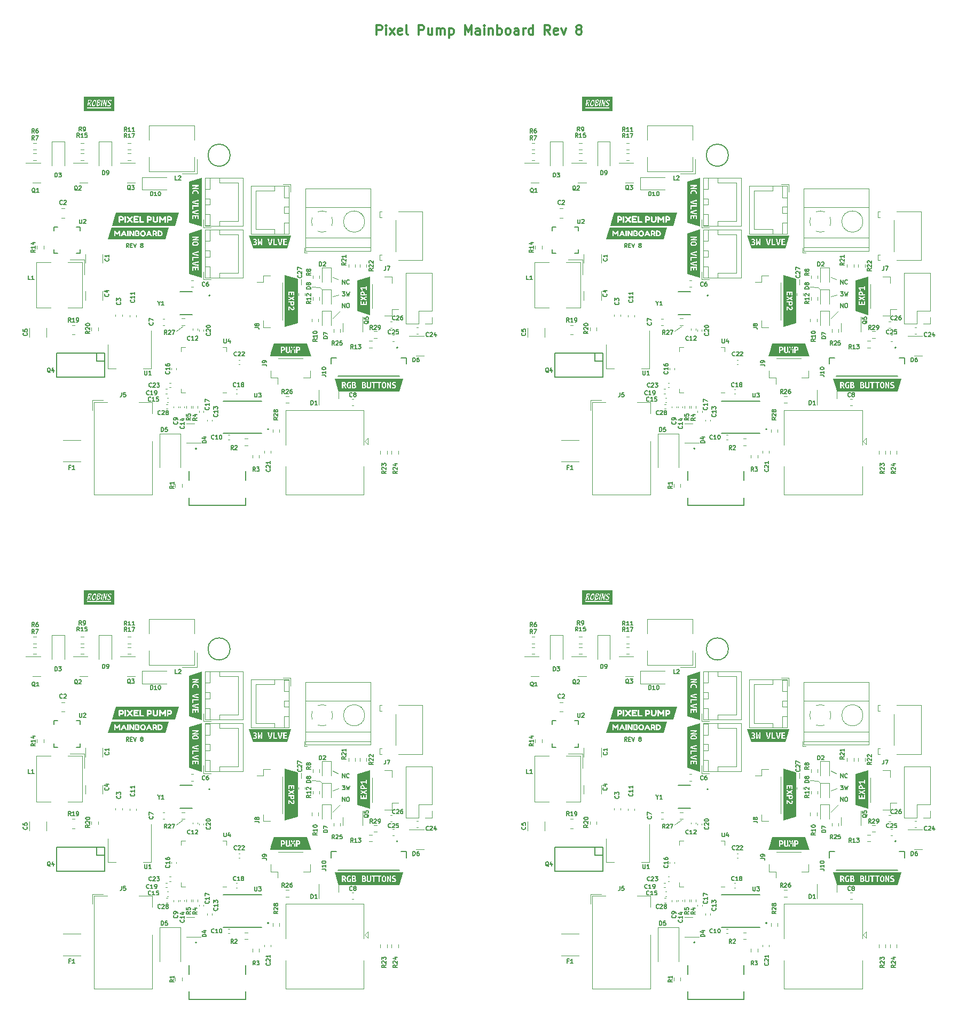
<source format=gto>
G04 #@! TF.GenerationSoftware,KiCad,Pcbnew,6.0.0-d3dd2cf0fa~116~ubuntu20.04.1*
G04 #@! TF.CreationDate,2023-02-13T12:17:35+00:00*
G04 #@! TF.ProjectId,pixel-pump-mainboard-panel,70697865-6c2d-4707-956d-702d6d61696e,rev?*
G04 #@! TF.SameCoordinates,Original*
G04 #@! TF.FileFunction,Legend,Top*
G04 #@! TF.FilePolarity,Positive*
%FSLAX46Y46*%
G04 Gerber Fmt 4.6, Leading zero omitted, Abs format (unit mm)*
G04 Created by KiCad (PCBNEW 6.0.0-d3dd2cf0fa~116~ubuntu20.04.1) date 2023-02-13 12:17:35*
%MOMM*%
%LPD*%
G01*
G04 APERTURE LIST*
%ADD10C,0.120000*%
%ADD11C,0.005000*%
%ADD12C,0.130000*%
%ADD13C,0.300000*%
%ADD14C,0.150000*%
%ADD15C,0.127000*%
%ADD16C,0.200000*%
%ADD17C,0.152400*%
G04 APERTURE END LIST*
D10*
X62170200Y-43500799D02*
X61332000Y-43094399D01*
X141170200Y-43500799D02*
X140332000Y-43094399D01*
X62170200Y-121760419D02*
X61332000Y-121354019D01*
X141170200Y-121760419D02*
X140332000Y-121354019D01*
X56277400Y-43437299D02*
X56328200Y-44326299D01*
X135277400Y-43437299D02*
X135328200Y-44326299D01*
X56277400Y-121696919D02*
X56328200Y-122585919D01*
X135277400Y-121696919D02*
X135328200Y-122585919D01*
X62500400Y-48428399D02*
X61306600Y-49647599D01*
X141500400Y-48428399D02*
X140306600Y-49647599D01*
X62500400Y-126688019D02*
X61306600Y-127907219D01*
X141500400Y-126688019D02*
X140306600Y-127907219D01*
X62221000Y-45913799D02*
X61306600Y-46218599D01*
X141221000Y-45913799D02*
X140306600Y-46218599D01*
X62221000Y-124173419D02*
X61306600Y-124478219D01*
X141221000Y-124173419D02*
X140306600Y-124478219D01*
D11*
X23526156Y-15228787D02*
X23529559Y-15229019D01*
X23529559Y-15229019D02*
X23532900Y-15229343D01*
X23532900Y-15229343D02*
X23536179Y-15229760D01*
X23536179Y-15229760D02*
X23539396Y-15230269D01*
X23539396Y-15230269D02*
X23542552Y-15230871D01*
X23542552Y-15230871D02*
X23545646Y-15231566D01*
X23545646Y-15231566D02*
X23548678Y-15232353D01*
X23548678Y-15232353D02*
X23551649Y-15233233D01*
X23551649Y-15233233D02*
X23554557Y-15234206D01*
X23554557Y-15234206D02*
X23557404Y-15235271D01*
X23557404Y-15235271D02*
X23560189Y-15236429D01*
X23560189Y-15236429D02*
X23562913Y-15237679D01*
X23562913Y-15237679D02*
X23565574Y-15239023D01*
X23565574Y-15239023D02*
X23568174Y-15240458D01*
X23568174Y-15240458D02*
X23570712Y-15241987D01*
X23570712Y-15241987D02*
X23573189Y-15243608D01*
X23573189Y-15243608D02*
X23575603Y-15245321D01*
X23575603Y-15245321D02*
X23577956Y-15247128D01*
X23577956Y-15247128D02*
X23580247Y-15249027D01*
X23580247Y-15249027D02*
X23582476Y-15251018D01*
X23582476Y-15251018D02*
X23584644Y-15253102D01*
X23584644Y-15253102D02*
X23586750Y-15255279D01*
X23586750Y-15255279D02*
X23588794Y-15257549D01*
X23588794Y-15257549D02*
X23590776Y-15259911D01*
X23590776Y-15259911D02*
X23592696Y-15262365D01*
X23592696Y-15262365D02*
X23594555Y-15264913D01*
X23594555Y-15264913D02*
X23596352Y-15267553D01*
X23596352Y-15267553D02*
X23598087Y-15270285D01*
X23598087Y-15270285D02*
X23599760Y-15273110D01*
X23599760Y-15273110D02*
X23601372Y-15276028D01*
X23601372Y-15276028D02*
X23604627Y-15282037D01*
X23604627Y-15282037D02*
X23607671Y-15288206D01*
X23607671Y-15288206D02*
X23610506Y-15294536D01*
X23610506Y-15294536D02*
X23613131Y-15301026D01*
X23613131Y-15301026D02*
X23615545Y-15307677D01*
X23615545Y-15307677D02*
X23617750Y-15314489D01*
X23617750Y-15314489D02*
X23619744Y-15321461D01*
X23619744Y-15321461D02*
X23621529Y-15328593D01*
X23621529Y-15328593D02*
X23623103Y-15335887D01*
X23623103Y-15335887D02*
X23624468Y-15343340D01*
X23624468Y-15343340D02*
X23625623Y-15350955D01*
X23625623Y-15350955D02*
X23626567Y-15358729D01*
X23626567Y-15358729D02*
X23627302Y-15366664D01*
X23627302Y-15366664D02*
X23627827Y-15374760D01*
X23627827Y-15374760D02*
X23628142Y-15383016D01*
X23628142Y-15383016D02*
X23628247Y-15391433D01*
X23628247Y-15391433D02*
X23627950Y-15407365D01*
X23627950Y-15407365D02*
X23627061Y-15423544D01*
X23627061Y-15423544D02*
X23625579Y-15439970D01*
X23625579Y-15439970D02*
X23623504Y-15456644D01*
X23623504Y-15456644D02*
X23620836Y-15473564D01*
X23620836Y-15473564D02*
X23617576Y-15490732D01*
X23617576Y-15490732D02*
X23613722Y-15508147D01*
X23613722Y-15508147D02*
X23609276Y-15525808D01*
X23609276Y-15525808D02*
X23604287Y-15543050D01*
X23604287Y-15543050D02*
X23598804Y-15559995D01*
X23598804Y-15559995D02*
X23592826Y-15576644D01*
X23592826Y-15576644D02*
X23586355Y-15592996D01*
X23586355Y-15592996D02*
X23579390Y-15609051D01*
X23579390Y-15609051D02*
X23571930Y-15624810D01*
X23571930Y-15624810D02*
X23563975Y-15640273D01*
X23563975Y-15640273D02*
X23555526Y-15655441D01*
X23555526Y-15655441D02*
X23551124Y-15662678D01*
X23551124Y-15662678D02*
X23546610Y-15669767D01*
X23546610Y-15669767D02*
X23541985Y-15676708D01*
X23541985Y-15676708D02*
X23537249Y-15683501D01*
X23537249Y-15683501D02*
X23532401Y-15690146D01*
X23532401Y-15690146D02*
X23527443Y-15696642D01*
X23527443Y-15696642D02*
X23522373Y-15702991D01*
X23522373Y-15702991D02*
X23517192Y-15709191D01*
X23517192Y-15709191D02*
X23511900Y-15715243D01*
X23511900Y-15715243D02*
X23506496Y-15721147D01*
X23506496Y-15721147D02*
X23500982Y-15726902D01*
X23500982Y-15726902D02*
X23495356Y-15732509D01*
X23495356Y-15732509D02*
X23489619Y-15737968D01*
X23489619Y-15737968D02*
X23483770Y-15743279D01*
X23483770Y-15743279D02*
X23477810Y-15748442D01*
X23477810Y-15748442D02*
X23471739Y-15753456D01*
X23471739Y-15753456D02*
X23465577Y-15758241D01*
X23465577Y-15758241D02*
X23459340Y-15762718D01*
X23459340Y-15762718D02*
X23453029Y-15766886D01*
X23453029Y-15766886D02*
X23446644Y-15770746D01*
X23446644Y-15770746D02*
X23440185Y-15774296D01*
X23440185Y-15774296D02*
X23433652Y-15777538D01*
X23433652Y-15777538D02*
X23427044Y-15780472D01*
X23427044Y-15780472D02*
X23420363Y-15783096D01*
X23420363Y-15783096D02*
X23413607Y-15785412D01*
X23413607Y-15785412D02*
X23406777Y-15787419D01*
X23406777Y-15787419D02*
X23399873Y-15789118D01*
X23399873Y-15789118D02*
X23392895Y-15790507D01*
X23392895Y-15790507D02*
X23385842Y-15791588D01*
X23385842Y-15791588D02*
X23378715Y-15792360D01*
X23378715Y-15792360D02*
X23371514Y-15792823D01*
X23371514Y-15792823D02*
X23364239Y-15792978D01*
X23364239Y-15792978D02*
X23358805Y-15792836D01*
X23358805Y-15792836D02*
X23356162Y-15792658D01*
X23356162Y-15792658D02*
X23353569Y-15792410D01*
X23353569Y-15792410D02*
X23351025Y-15792090D01*
X23351025Y-15792090D02*
X23348530Y-15791700D01*
X23348530Y-15791700D02*
X23346084Y-15791238D01*
X23346084Y-15791238D02*
X23343688Y-15790705D01*
X23343688Y-15790705D02*
X23341342Y-15790102D01*
X23341342Y-15790102D02*
X23339045Y-15789427D01*
X23339045Y-15789427D02*
X23336797Y-15788682D01*
X23336797Y-15788682D02*
X23334598Y-15787865D01*
X23334598Y-15787865D02*
X23332449Y-15786977D01*
X23332449Y-15786977D02*
X23330350Y-15786019D01*
X23330350Y-15786019D02*
X23328299Y-15784989D01*
X23328299Y-15784989D02*
X23326299Y-15783888D01*
X23326299Y-15783888D02*
X23324347Y-15782717D01*
X23324347Y-15782717D02*
X23322445Y-15781474D01*
X23322445Y-15781474D02*
X23320592Y-15780160D01*
X23320592Y-15780160D02*
X23318789Y-15778775D01*
X23318789Y-15778775D02*
X23317035Y-15777320D01*
X23317035Y-15777320D02*
X23315331Y-15775793D01*
X23315331Y-15775793D02*
X23313676Y-15774195D01*
X23313676Y-15774195D02*
X23312070Y-15772526D01*
X23312070Y-15772526D02*
X23310514Y-15770786D01*
X23310514Y-15770786D02*
X23309007Y-15768975D01*
X23309007Y-15768975D02*
X23307550Y-15767093D01*
X23307550Y-15767093D02*
X23306142Y-15765140D01*
X23306142Y-15765140D02*
X23304783Y-15763116D01*
X23304783Y-15763116D02*
X23303474Y-15761021D01*
X23303474Y-15761021D02*
X23302214Y-15758855D01*
X23302214Y-15758855D02*
X23301004Y-15756617D01*
X23301004Y-15756617D02*
X23298706Y-15751986D01*
X23298706Y-15751986D02*
X23296557Y-15747181D01*
X23296557Y-15747181D02*
X23294557Y-15742203D01*
X23294557Y-15742203D02*
X23292704Y-15737053D01*
X23292704Y-15737053D02*
X23291000Y-15731729D01*
X23291000Y-15731729D02*
X23289443Y-15726233D01*
X23289443Y-15726233D02*
X23288035Y-15720564D01*
X23288035Y-15720564D02*
X23286776Y-15714722D01*
X23286776Y-15714722D02*
X23285664Y-15708708D01*
X23285664Y-15708708D02*
X23284701Y-15702520D01*
X23284701Y-15702520D02*
X23283886Y-15696159D01*
X23283886Y-15696159D02*
X23283219Y-15689626D01*
X23283219Y-15689626D02*
X23282700Y-15682920D01*
X23282700Y-15682920D02*
X23282329Y-15676041D01*
X23282329Y-15676041D02*
X23282107Y-15668989D01*
X23282107Y-15668989D02*
X23282033Y-15661764D01*
X23282033Y-15661764D02*
X23282354Y-15645758D01*
X23282354Y-15645758D02*
X23283318Y-15629357D01*
X23283318Y-15629357D02*
X23284924Y-15612560D01*
X23284924Y-15612560D02*
X23287172Y-15595368D01*
X23287172Y-15595368D02*
X23290062Y-15577780D01*
X23290062Y-15577780D02*
X23293594Y-15559797D01*
X23293594Y-15559797D02*
X23297768Y-15541419D01*
X23297768Y-15541419D02*
X23302585Y-15522646D01*
X23302585Y-15522646D02*
X23307897Y-15503849D01*
X23307897Y-15503849D02*
X23313554Y-15485397D01*
X23313554Y-15485397D02*
X23319557Y-15467291D01*
X23319557Y-15467291D02*
X23325906Y-15449531D01*
X23325906Y-15449531D02*
X23332600Y-15432117D01*
X23332600Y-15432117D02*
X23339639Y-15415048D01*
X23339639Y-15415048D02*
X23347024Y-15398325D01*
X23347024Y-15398325D02*
X23354754Y-15381947D01*
X23354754Y-15381947D02*
X23358941Y-15373740D01*
X23358941Y-15373740D02*
X23363202Y-15365719D01*
X23363202Y-15365719D02*
X23367537Y-15357882D01*
X23367537Y-15357882D02*
X23371946Y-15350231D01*
X23371946Y-15350231D02*
X23376429Y-15342765D01*
X23376429Y-15342765D02*
X23380987Y-15335484D01*
X23380987Y-15335484D02*
X23385618Y-15328389D01*
X23385618Y-15328389D02*
X23390324Y-15321479D01*
X23390324Y-15321479D02*
X23395103Y-15314754D01*
X23395103Y-15314754D02*
X23399957Y-15308214D01*
X23399957Y-15308214D02*
X23404885Y-15301860D01*
X23404885Y-15301860D02*
X23409887Y-15295690D01*
X23409887Y-15295690D02*
X23414963Y-15289707D01*
X23414963Y-15289707D02*
X23420113Y-15283908D01*
X23420113Y-15283908D02*
X23425338Y-15278295D01*
X23425338Y-15278295D02*
X23430636Y-15272866D01*
X23430636Y-15272866D02*
X23435984Y-15267507D01*
X23435984Y-15267507D02*
X23441357Y-15262493D01*
X23441357Y-15262493D02*
X23446754Y-15257824D01*
X23446754Y-15257824D02*
X23452176Y-15253502D01*
X23452176Y-15253502D02*
X23457623Y-15249525D01*
X23457623Y-15249525D02*
X23463095Y-15245894D01*
X23463095Y-15245894D02*
X23468591Y-15242608D01*
X23468591Y-15242608D02*
X23474112Y-15239669D01*
X23474112Y-15239669D02*
X23479658Y-15237075D01*
X23479658Y-15237075D02*
X23485228Y-15234827D01*
X23485228Y-15234827D02*
X23490823Y-15232925D01*
X23490823Y-15232925D02*
X23496443Y-15231369D01*
X23496443Y-15231369D02*
X23502087Y-15230158D01*
X23502087Y-15230158D02*
X23507755Y-15229293D01*
X23507755Y-15229293D02*
X23513448Y-15228775D01*
X23513448Y-15228775D02*
X23519166Y-15228602D01*
X23519166Y-15228602D02*
X23526156Y-15228787D01*
G36*
X23526156Y-15228787D02*
G01*
X23529559Y-15229019D01*
X23532900Y-15229343D01*
X23536179Y-15229760D01*
X23539396Y-15230269D01*
X23542552Y-15230871D01*
X23545646Y-15231566D01*
X23548678Y-15232353D01*
X23551649Y-15233233D01*
X23554557Y-15234206D01*
X23557404Y-15235271D01*
X23560189Y-15236429D01*
X23562913Y-15237679D01*
X23565574Y-15239023D01*
X23568174Y-15240458D01*
X23570712Y-15241987D01*
X23573189Y-15243608D01*
X23575603Y-15245321D01*
X23577956Y-15247128D01*
X23580247Y-15249027D01*
X23582476Y-15251018D01*
X23584644Y-15253102D01*
X23586750Y-15255279D01*
X23588794Y-15257549D01*
X23590776Y-15259911D01*
X23592696Y-15262365D01*
X23594555Y-15264913D01*
X23596352Y-15267553D01*
X23598087Y-15270285D01*
X23599760Y-15273110D01*
X23601372Y-15276028D01*
X23604627Y-15282037D01*
X23607671Y-15288206D01*
X23610506Y-15294536D01*
X23613131Y-15301026D01*
X23615545Y-15307677D01*
X23617750Y-15314489D01*
X23619744Y-15321461D01*
X23621529Y-15328593D01*
X23623103Y-15335887D01*
X23624468Y-15343340D01*
X23625623Y-15350955D01*
X23626567Y-15358729D01*
X23627302Y-15366664D01*
X23627827Y-15374760D01*
X23628142Y-15383016D01*
X23628247Y-15391433D01*
X23627950Y-15407365D01*
X23627061Y-15423544D01*
X23625579Y-15439970D01*
X23623504Y-15456644D01*
X23620836Y-15473564D01*
X23617576Y-15490732D01*
X23613722Y-15508147D01*
X23609276Y-15525808D01*
X23604287Y-15543050D01*
X23598804Y-15559995D01*
X23592826Y-15576644D01*
X23586355Y-15592996D01*
X23579390Y-15609051D01*
X23571930Y-15624810D01*
X23563975Y-15640273D01*
X23555526Y-15655441D01*
X23551124Y-15662678D01*
X23546610Y-15669767D01*
X23541985Y-15676708D01*
X23537249Y-15683501D01*
X23532401Y-15690146D01*
X23527443Y-15696642D01*
X23522373Y-15702991D01*
X23517192Y-15709191D01*
X23511900Y-15715243D01*
X23506496Y-15721147D01*
X23500982Y-15726902D01*
X23495356Y-15732509D01*
X23489619Y-15737968D01*
X23483770Y-15743279D01*
X23477810Y-15748442D01*
X23471739Y-15753456D01*
X23465577Y-15758241D01*
X23459340Y-15762718D01*
X23453029Y-15766886D01*
X23446644Y-15770746D01*
X23440185Y-15774296D01*
X23433652Y-15777538D01*
X23427044Y-15780472D01*
X23420363Y-15783096D01*
X23413607Y-15785412D01*
X23406777Y-15787419D01*
X23399873Y-15789118D01*
X23392895Y-15790507D01*
X23385842Y-15791588D01*
X23378715Y-15792360D01*
X23371514Y-15792823D01*
X23364239Y-15792978D01*
X23358805Y-15792836D01*
X23356162Y-15792658D01*
X23353569Y-15792410D01*
X23351025Y-15792090D01*
X23348530Y-15791700D01*
X23346084Y-15791238D01*
X23343688Y-15790705D01*
X23341342Y-15790102D01*
X23339045Y-15789427D01*
X23336797Y-15788682D01*
X23334598Y-15787865D01*
X23332449Y-15786977D01*
X23330350Y-15786019D01*
X23328299Y-15784989D01*
X23326299Y-15783888D01*
X23324347Y-15782717D01*
X23322445Y-15781474D01*
X23320592Y-15780160D01*
X23318789Y-15778775D01*
X23317035Y-15777320D01*
X23315331Y-15775793D01*
X23313676Y-15774195D01*
X23312070Y-15772526D01*
X23310514Y-15770786D01*
X23309007Y-15768975D01*
X23307550Y-15767093D01*
X23306142Y-15765140D01*
X23304783Y-15763116D01*
X23303474Y-15761021D01*
X23302214Y-15758855D01*
X23301004Y-15756617D01*
X23298706Y-15751986D01*
X23296557Y-15747181D01*
X23294557Y-15742203D01*
X23292704Y-15737053D01*
X23291000Y-15731729D01*
X23289443Y-15726233D01*
X23288035Y-15720564D01*
X23286776Y-15714722D01*
X23285664Y-15708708D01*
X23284701Y-15702520D01*
X23283886Y-15696159D01*
X23283219Y-15689626D01*
X23282700Y-15682920D01*
X23282329Y-15676041D01*
X23282107Y-15668989D01*
X23282033Y-15661764D01*
X23282354Y-15645758D01*
X23283318Y-15629357D01*
X23284924Y-15612560D01*
X23287172Y-15595368D01*
X23290062Y-15577780D01*
X23293594Y-15559797D01*
X23297768Y-15541419D01*
X23302585Y-15522646D01*
X23307897Y-15503849D01*
X23313554Y-15485397D01*
X23319557Y-15467291D01*
X23325906Y-15449531D01*
X23332600Y-15432117D01*
X23339639Y-15415048D01*
X23347024Y-15398325D01*
X23354754Y-15381947D01*
X23358941Y-15373740D01*
X23363202Y-15365719D01*
X23367537Y-15357882D01*
X23371946Y-15350231D01*
X23376429Y-15342765D01*
X23380987Y-15335484D01*
X23385618Y-15328389D01*
X23390324Y-15321479D01*
X23395103Y-15314754D01*
X23399957Y-15308214D01*
X23404885Y-15301860D01*
X23409887Y-15295690D01*
X23414963Y-15289707D01*
X23420113Y-15283908D01*
X23425338Y-15278295D01*
X23430636Y-15272866D01*
X23435984Y-15267507D01*
X23441357Y-15262493D01*
X23446754Y-15257824D01*
X23452176Y-15253502D01*
X23457623Y-15249525D01*
X23463095Y-15245894D01*
X23468591Y-15242608D01*
X23474112Y-15239669D01*
X23479658Y-15237075D01*
X23485228Y-15234827D01*
X23490823Y-15232925D01*
X23496443Y-15231369D01*
X23502087Y-15230158D01*
X23507755Y-15229293D01*
X23513448Y-15228775D01*
X23519166Y-15228602D01*
X23526156Y-15228787D01*
G37*
X23526156Y-15228787D02*
X23529559Y-15229019D01*
X23532900Y-15229343D01*
X23536179Y-15229760D01*
X23539396Y-15230269D01*
X23542552Y-15230871D01*
X23545646Y-15231566D01*
X23548678Y-15232353D01*
X23551649Y-15233233D01*
X23554557Y-15234206D01*
X23557404Y-15235271D01*
X23560189Y-15236429D01*
X23562913Y-15237679D01*
X23565574Y-15239023D01*
X23568174Y-15240458D01*
X23570712Y-15241987D01*
X23573189Y-15243608D01*
X23575603Y-15245321D01*
X23577956Y-15247128D01*
X23580247Y-15249027D01*
X23582476Y-15251018D01*
X23584644Y-15253102D01*
X23586750Y-15255279D01*
X23588794Y-15257549D01*
X23590776Y-15259911D01*
X23592696Y-15262365D01*
X23594555Y-15264913D01*
X23596352Y-15267553D01*
X23598087Y-15270285D01*
X23599760Y-15273110D01*
X23601372Y-15276028D01*
X23604627Y-15282037D01*
X23607671Y-15288206D01*
X23610506Y-15294536D01*
X23613131Y-15301026D01*
X23615545Y-15307677D01*
X23617750Y-15314489D01*
X23619744Y-15321461D01*
X23621529Y-15328593D01*
X23623103Y-15335887D01*
X23624468Y-15343340D01*
X23625623Y-15350955D01*
X23626567Y-15358729D01*
X23627302Y-15366664D01*
X23627827Y-15374760D01*
X23628142Y-15383016D01*
X23628247Y-15391433D01*
X23627950Y-15407365D01*
X23627061Y-15423544D01*
X23625579Y-15439970D01*
X23623504Y-15456644D01*
X23620836Y-15473564D01*
X23617576Y-15490732D01*
X23613722Y-15508147D01*
X23609276Y-15525808D01*
X23604287Y-15543050D01*
X23598804Y-15559995D01*
X23592826Y-15576644D01*
X23586355Y-15592996D01*
X23579390Y-15609051D01*
X23571930Y-15624810D01*
X23563975Y-15640273D01*
X23555526Y-15655441D01*
X23551124Y-15662678D01*
X23546610Y-15669767D01*
X23541985Y-15676708D01*
X23537249Y-15683501D01*
X23532401Y-15690146D01*
X23527443Y-15696642D01*
X23522373Y-15702991D01*
X23517192Y-15709191D01*
X23511900Y-15715243D01*
X23506496Y-15721147D01*
X23500982Y-15726902D01*
X23495356Y-15732509D01*
X23489619Y-15737968D01*
X23483770Y-15743279D01*
X23477810Y-15748442D01*
X23471739Y-15753456D01*
X23465577Y-15758241D01*
X23459340Y-15762718D01*
X23453029Y-15766886D01*
X23446644Y-15770746D01*
X23440185Y-15774296D01*
X23433652Y-15777538D01*
X23427044Y-15780472D01*
X23420363Y-15783096D01*
X23413607Y-15785412D01*
X23406777Y-15787419D01*
X23399873Y-15789118D01*
X23392895Y-15790507D01*
X23385842Y-15791588D01*
X23378715Y-15792360D01*
X23371514Y-15792823D01*
X23364239Y-15792978D01*
X23358805Y-15792836D01*
X23356162Y-15792658D01*
X23353569Y-15792410D01*
X23351025Y-15792090D01*
X23348530Y-15791700D01*
X23346084Y-15791238D01*
X23343688Y-15790705D01*
X23341342Y-15790102D01*
X23339045Y-15789427D01*
X23336797Y-15788682D01*
X23334598Y-15787865D01*
X23332449Y-15786977D01*
X23330350Y-15786019D01*
X23328299Y-15784989D01*
X23326299Y-15783888D01*
X23324347Y-15782717D01*
X23322445Y-15781474D01*
X23320592Y-15780160D01*
X23318789Y-15778775D01*
X23317035Y-15777320D01*
X23315331Y-15775793D01*
X23313676Y-15774195D01*
X23312070Y-15772526D01*
X23310514Y-15770786D01*
X23309007Y-15768975D01*
X23307550Y-15767093D01*
X23306142Y-15765140D01*
X23304783Y-15763116D01*
X23303474Y-15761021D01*
X23302214Y-15758855D01*
X23301004Y-15756617D01*
X23298706Y-15751986D01*
X23296557Y-15747181D01*
X23294557Y-15742203D01*
X23292704Y-15737053D01*
X23291000Y-15731729D01*
X23289443Y-15726233D01*
X23288035Y-15720564D01*
X23286776Y-15714722D01*
X23285664Y-15708708D01*
X23284701Y-15702520D01*
X23283886Y-15696159D01*
X23283219Y-15689626D01*
X23282700Y-15682920D01*
X23282329Y-15676041D01*
X23282107Y-15668989D01*
X23282033Y-15661764D01*
X23282354Y-15645758D01*
X23283318Y-15629357D01*
X23284924Y-15612560D01*
X23287172Y-15595368D01*
X23290062Y-15577780D01*
X23293594Y-15559797D01*
X23297768Y-15541419D01*
X23302585Y-15522646D01*
X23307897Y-15503849D01*
X23313554Y-15485397D01*
X23319557Y-15467291D01*
X23325906Y-15449531D01*
X23332600Y-15432117D01*
X23339639Y-15415048D01*
X23347024Y-15398325D01*
X23354754Y-15381947D01*
X23358941Y-15373740D01*
X23363202Y-15365719D01*
X23367537Y-15357882D01*
X23371946Y-15350231D01*
X23376429Y-15342765D01*
X23380987Y-15335484D01*
X23385618Y-15328389D01*
X23390324Y-15321479D01*
X23395103Y-15314754D01*
X23399957Y-15308214D01*
X23404885Y-15301860D01*
X23409887Y-15295690D01*
X23414963Y-15289707D01*
X23420113Y-15283908D01*
X23425338Y-15278295D01*
X23430636Y-15272866D01*
X23435984Y-15267507D01*
X23441357Y-15262493D01*
X23446754Y-15257824D01*
X23452176Y-15253502D01*
X23457623Y-15249525D01*
X23463095Y-15245894D01*
X23468591Y-15242608D01*
X23474112Y-15239669D01*
X23479658Y-15237075D01*
X23485228Y-15234827D01*
X23490823Y-15232925D01*
X23496443Y-15231369D01*
X23502087Y-15230158D01*
X23507755Y-15229293D01*
X23513448Y-15228775D01*
X23519166Y-15228602D01*
X23526156Y-15228787D01*
X102526156Y-15228787D02*
X102529559Y-15229019D01*
X102529559Y-15229019D02*
X102532900Y-15229343D01*
X102532900Y-15229343D02*
X102536179Y-15229760D01*
X102536179Y-15229760D02*
X102539396Y-15230269D01*
X102539396Y-15230269D02*
X102542552Y-15230871D01*
X102542552Y-15230871D02*
X102545646Y-15231566D01*
X102545646Y-15231566D02*
X102548678Y-15232353D01*
X102548678Y-15232353D02*
X102551649Y-15233233D01*
X102551649Y-15233233D02*
X102554557Y-15234206D01*
X102554557Y-15234206D02*
X102557404Y-15235271D01*
X102557404Y-15235271D02*
X102560189Y-15236429D01*
X102560189Y-15236429D02*
X102562913Y-15237679D01*
X102562913Y-15237679D02*
X102565574Y-15239023D01*
X102565574Y-15239023D02*
X102568174Y-15240458D01*
X102568174Y-15240458D02*
X102570712Y-15241987D01*
X102570712Y-15241987D02*
X102573189Y-15243608D01*
X102573189Y-15243608D02*
X102575603Y-15245321D01*
X102575603Y-15245321D02*
X102577956Y-15247128D01*
X102577956Y-15247128D02*
X102580247Y-15249027D01*
X102580247Y-15249027D02*
X102582476Y-15251018D01*
X102582476Y-15251018D02*
X102584644Y-15253102D01*
X102584644Y-15253102D02*
X102586750Y-15255279D01*
X102586750Y-15255279D02*
X102588794Y-15257549D01*
X102588794Y-15257549D02*
X102590776Y-15259911D01*
X102590776Y-15259911D02*
X102592696Y-15262365D01*
X102592696Y-15262365D02*
X102594555Y-15264913D01*
X102594555Y-15264913D02*
X102596352Y-15267553D01*
X102596352Y-15267553D02*
X102598087Y-15270285D01*
X102598087Y-15270285D02*
X102599760Y-15273110D01*
X102599760Y-15273110D02*
X102601372Y-15276028D01*
X102601372Y-15276028D02*
X102604627Y-15282037D01*
X102604627Y-15282037D02*
X102607671Y-15288206D01*
X102607671Y-15288206D02*
X102610506Y-15294536D01*
X102610506Y-15294536D02*
X102613131Y-15301026D01*
X102613131Y-15301026D02*
X102615545Y-15307677D01*
X102615545Y-15307677D02*
X102617750Y-15314489D01*
X102617750Y-15314489D02*
X102619744Y-15321461D01*
X102619744Y-15321461D02*
X102621529Y-15328593D01*
X102621529Y-15328593D02*
X102623103Y-15335887D01*
X102623103Y-15335887D02*
X102624468Y-15343340D01*
X102624468Y-15343340D02*
X102625623Y-15350955D01*
X102625623Y-15350955D02*
X102626567Y-15358729D01*
X102626567Y-15358729D02*
X102627302Y-15366664D01*
X102627302Y-15366664D02*
X102627827Y-15374760D01*
X102627827Y-15374760D02*
X102628142Y-15383016D01*
X102628142Y-15383016D02*
X102628247Y-15391433D01*
X102628247Y-15391433D02*
X102627950Y-15407365D01*
X102627950Y-15407365D02*
X102627061Y-15423544D01*
X102627061Y-15423544D02*
X102625579Y-15439970D01*
X102625579Y-15439970D02*
X102623504Y-15456644D01*
X102623504Y-15456644D02*
X102620836Y-15473564D01*
X102620836Y-15473564D02*
X102617576Y-15490732D01*
X102617576Y-15490732D02*
X102613722Y-15508147D01*
X102613722Y-15508147D02*
X102609276Y-15525808D01*
X102609276Y-15525808D02*
X102604287Y-15543050D01*
X102604287Y-15543050D02*
X102598804Y-15559995D01*
X102598804Y-15559995D02*
X102592826Y-15576644D01*
X102592826Y-15576644D02*
X102586355Y-15592996D01*
X102586355Y-15592996D02*
X102579390Y-15609051D01*
X102579390Y-15609051D02*
X102571930Y-15624810D01*
X102571930Y-15624810D02*
X102563975Y-15640273D01*
X102563975Y-15640273D02*
X102555526Y-15655441D01*
X102555526Y-15655441D02*
X102551124Y-15662678D01*
X102551124Y-15662678D02*
X102546610Y-15669767D01*
X102546610Y-15669767D02*
X102541985Y-15676708D01*
X102541985Y-15676708D02*
X102537249Y-15683501D01*
X102537249Y-15683501D02*
X102532401Y-15690146D01*
X102532401Y-15690146D02*
X102527443Y-15696642D01*
X102527443Y-15696642D02*
X102522373Y-15702991D01*
X102522373Y-15702991D02*
X102517192Y-15709191D01*
X102517192Y-15709191D02*
X102511900Y-15715243D01*
X102511900Y-15715243D02*
X102506496Y-15721147D01*
X102506496Y-15721147D02*
X102500982Y-15726902D01*
X102500982Y-15726902D02*
X102495356Y-15732509D01*
X102495356Y-15732509D02*
X102489619Y-15737968D01*
X102489619Y-15737968D02*
X102483770Y-15743279D01*
X102483770Y-15743279D02*
X102477810Y-15748442D01*
X102477810Y-15748442D02*
X102471739Y-15753456D01*
X102471739Y-15753456D02*
X102465577Y-15758241D01*
X102465577Y-15758241D02*
X102459340Y-15762718D01*
X102459340Y-15762718D02*
X102453029Y-15766886D01*
X102453029Y-15766886D02*
X102446644Y-15770746D01*
X102446644Y-15770746D02*
X102440185Y-15774296D01*
X102440185Y-15774296D02*
X102433652Y-15777538D01*
X102433652Y-15777538D02*
X102427044Y-15780472D01*
X102427044Y-15780472D02*
X102420363Y-15783096D01*
X102420363Y-15783096D02*
X102413607Y-15785412D01*
X102413607Y-15785412D02*
X102406777Y-15787419D01*
X102406777Y-15787419D02*
X102399873Y-15789118D01*
X102399873Y-15789118D02*
X102392895Y-15790507D01*
X102392895Y-15790507D02*
X102385842Y-15791588D01*
X102385842Y-15791588D02*
X102378715Y-15792360D01*
X102378715Y-15792360D02*
X102371514Y-15792823D01*
X102371514Y-15792823D02*
X102364239Y-15792978D01*
X102364239Y-15792978D02*
X102358805Y-15792836D01*
X102358805Y-15792836D02*
X102356162Y-15792658D01*
X102356162Y-15792658D02*
X102353569Y-15792410D01*
X102353569Y-15792410D02*
X102351025Y-15792090D01*
X102351025Y-15792090D02*
X102348530Y-15791700D01*
X102348530Y-15791700D02*
X102346084Y-15791238D01*
X102346084Y-15791238D02*
X102343688Y-15790705D01*
X102343688Y-15790705D02*
X102341342Y-15790102D01*
X102341342Y-15790102D02*
X102339045Y-15789427D01*
X102339045Y-15789427D02*
X102336797Y-15788682D01*
X102336797Y-15788682D02*
X102334598Y-15787865D01*
X102334598Y-15787865D02*
X102332449Y-15786977D01*
X102332449Y-15786977D02*
X102330350Y-15786019D01*
X102330350Y-15786019D02*
X102328299Y-15784989D01*
X102328299Y-15784989D02*
X102326299Y-15783888D01*
X102326299Y-15783888D02*
X102324347Y-15782717D01*
X102324347Y-15782717D02*
X102322445Y-15781474D01*
X102322445Y-15781474D02*
X102320592Y-15780160D01*
X102320592Y-15780160D02*
X102318789Y-15778775D01*
X102318789Y-15778775D02*
X102317035Y-15777320D01*
X102317035Y-15777320D02*
X102315331Y-15775793D01*
X102315331Y-15775793D02*
X102313676Y-15774195D01*
X102313676Y-15774195D02*
X102312070Y-15772526D01*
X102312070Y-15772526D02*
X102310514Y-15770786D01*
X102310514Y-15770786D02*
X102309007Y-15768975D01*
X102309007Y-15768975D02*
X102307550Y-15767093D01*
X102307550Y-15767093D02*
X102306142Y-15765140D01*
X102306142Y-15765140D02*
X102304783Y-15763116D01*
X102304783Y-15763116D02*
X102303474Y-15761021D01*
X102303474Y-15761021D02*
X102302214Y-15758855D01*
X102302214Y-15758855D02*
X102301004Y-15756617D01*
X102301004Y-15756617D02*
X102298706Y-15751986D01*
X102298706Y-15751986D02*
X102296557Y-15747181D01*
X102296557Y-15747181D02*
X102294557Y-15742203D01*
X102294557Y-15742203D02*
X102292704Y-15737053D01*
X102292704Y-15737053D02*
X102291000Y-15731729D01*
X102291000Y-15731729D02*
X102289443Y-15726233D01*
X102289443Y-15726233D02*
X102288035Y-15720564D01*
X102288035Y-15720564D02*
X102286776Y-15714722D01*
X102286776Y-15714722D02*
X102285664Y-15708708D01*
X102285664Y-15708708D02*
X102284701Y-15702520D01*
X102284701Y-15702520D02*
X102283886Y-15696159D01*
X102283886Y-15696159D02*
X102283219Y-15689626D01*
X102283219Y-15689626D02*
X102282700Y-15682920D01*
X102282700Y-15682920D02*
X102282329Y-15676041D01*
X102282329Y-15676041D02*
X102282107Y-15668989D01*
X102282107Y-15668989D02*
X102282033Y-15661764D01*
X102282033Y-15661764D02*
X102282354Y-15645758D01*
X102282354Y-15645758D02*
X102283318Y-15629357D01*
X102283318Y-15629357D02*
X102284924Y-15612560D01*
X102284924Y-15612560D02*
X102287172Y-15595368D01*
X102287172Y-15595368D02*
X102290062Y-15577780D01*
X102290062Y-15577780D02*
X102293594Y-15559797D01*
X102293594Y-15559797D02*
X102297768Y-15541419D01*
X102297768Y-15541419D02*
X102302585Y-15522646D01*
X102302585Y-15522646D02*
X102307897Y-15503849D01*
X102307897Y-15503849D02*
X102313554Y-15485397D01*
X102313554Y-15485397D02*
X102319557Y-15467291D01*
X102319557Y-15467291D02*
X102325906Y-15449531D01*
X102325906Y-15449531D02*
X102332600Y-15432117D01*
X102332600Y-15432117D02*
X102339639Y-15415048D01*
X102339639Y-15415048D02*
X102347024Y-15398325D01*
X102347024Y-15398325D02*
X102354754Y-15381947D01*
X102354754Y-15381947D02*
X102358941Y-15373740D01*
X102358941Y-15373740D02*
X102363202Y-15365719D01*
X102363202Y-15365719D02*
X102367537Y-15357882D01*
X102367537Y-15357882D02*
X102371946Y-15350231D01*
X102371946Y-15350231D02*
X102376429Y-15342765D01*
X102376429Y-15342765D02*
X102380987Y-15335484D01*
X102380987Y-15335484D02*
X102385618Y-15328389D01*
X102385618Y-15328389D02*
X102390324Y-15321479D01*
X102390324Y-15321479D02*
X102395103Y-15314754D01*
X102395103Y-15314754D02*
X102399957Y-15308214D01*
X102399957Y-15308214D02*
X102404885Y-15301860D01*
X102404885Y-15301860D02*
X102409887Y-15295690D01*
X102409887Y-15295690D02*
X102414963Y-15289707D01*
X102414963Y-15289707D02*
X102420113Y-15283908D01*
X102420113Y-15283908D02*
X102425338Y-15278295D01*
X102425338Y-15278295D02*
X102430636Y-15272866D01*
X102430636Y-15272866D02*
X102435984Y-15267507D01*
X102435984Y-15267507D02*
X102441357Y-15262493D01*
X102441357Y-15262493D02*
X102446754Y-15257824D01*
X102446754Y-15257824D02*
X102452176Y-15253502D01*
X102452176Y-15253502D02*
X102457623Y-15249525D01*
X102457623Y-15249525D02*
X102463095Y-15245894D01*
X102463095Y-15245894D02*
X102468591Y-15242608D01*
X102468591Y-15242608D02*
X102474112Y-15239669D01*
X102474112Y-15239669D02*
X102479658Y-15237075D01*
X102479658Y-15237075D02*
X102485228Y-15234827D01*
X102485228Y-15234827D02*
X102490823Y-15232925D01*
X102490823Y-15232925D02*
X102496443Y-15231369D01*
X102496443Y-15231369D02*
X102502087Y-15230158D01*
X102502087Y-15230158D02*
X102507755Y-15229293D01*
X102507755Y-15229293D02*
X102513448Y-15228775D01*
X102513448Y-15228775D02*
X102519166Y-15228602D01*
X102519166Y-15228602D02*
X102526156Y-15228787D01*
G36*
X102526156Y-15228787D02*
G01*
X102529559Y-15229019D01*
X102532900Y-15229343D01*
X102536179Y-15229760D01*
X102539396Y-15230269D01*
X102542552Y-15230871D01*
X102545646Y-15231566D01*
X102548678Y-15232353D01*
X102551649Y-15233233D01*
X102554557Y-15234206D01*
X102557404Y-15235271D01*
X102560189Y-15236429D01*
X102562913Y-15237679D01*
X102565574Y-15239023D01*
X102568174Y-15240458D01*
X102570712Y-15241987D01*
X102573189Y-15243608D01*
X102575603Y-15245321D01*
X102577956Y-15247128D01*
X102580247Y-15249027D01*
X102582476Y-15251018D01*
X102584644Y-15253102D01*
X102586750Y-15255279D01*
X102588794Y-15257549D01*
X102590776Y-15259911D01*
X102592696Y-15262365D01*
X102594555Y-15264913D01*
X102596352Y-15267553D01*
X102598087Y-15270285D01*
X102599760Y-15273110D01*
X102601372Y-15276028D01*
X102604627Y-15282037D01*
X102607671Y-15288206D01*
X102610506Y-15294536D01*
X102613131Y-15301026D01*
X102615545Y-15307677D01*
X102617750Y-15314489D01*
X102619744Y-15321461D01*
X102621529Y-15328593D01*
X102623103Y-15335887D01*
X102624468Y-15343340D01*
X102625623Y-15350955D01*
X102626567Y-15358729D01*
X102627302Y-15366664D01*
X102627827Y-15374760D01*
X102628142Y-15383016D01*
X102628247Y-15391433D01*
X102627950Y-15407365D01*
X102627061Y-15423544D01*
X102625579Y-15439970D01*
X102623504Y-15456644D01*
X102620836Y-15473564D01*
X102617576Y-15490732D01*
X102613722Y-15508147D01*
X102609276Y-15525808D01*
X102604287Y-15543050D01*
X102598804Y-15559995D01*
X102592826Y-15576644D01*
X102586355Y-15592996D01*
X102579390Y-15609051D01*
X102571930Y-15624810D01*
X102563975Y-15640273D01*
X102555526Y-15655441D01*
X102551124Y-15662678D01*
X102546610Y-15669767D01*
X102541985Y-15676708D01*
X102537249Y-15683501D01*
X102532401Y-15690146D01*
X102527443Y-15696642D01*
X102522373Y-15702991D01*
X102517192Y-15709191D01*
X102511900Y-15715243D01*
X102506496Y-15721147D01*
X102500982Y-15726902D01*
X102495356Y-15732509D01*
X102489619Y-15737968D01*
X102483770Y-15743279D01*
X102477810Y-15748442D01*
X102471739Y-15753456D01*
X102465577Y-15758241D01*
X102459340Y-15762718D01*
X102453029Y-15766886D01*
X102446644Y-15770746D01*
X102440185Y-15774296D01*
X102433652Y-15777538D01*
X102427044Y-15780472D01*
X102420363Y-15783096D01*
X102413607Y-15785412D01*
X102406777Y-15787419D01*
X102399873Y-15789118D01*
X102392895Y-15790507D01*
X102385842Y-15791588D01*
X102378715Y-15792360D01*
X102371514Y-15792823D01*
X102364239Y-15792978D01*
X102358805Y-15792836D01*
X102356162Y-15792658D01*
X102353569Y-15792410D01*
X102351025Y-15792090D01*
X102348530Y-15791700D01*
X102346084Y-15791238D01*
X102343688Y-15790705D01*
X102341342Y-15790102D01*
X102339045Y-15789427D01*
X102336797Y-15788682D01*
X102334598Y-15787865D01*
X102332449Y-15786977D01*
X102330350Y-15786019D01*
X102328299Y-15784989D01*
X102326299Y-15783888D01*
X102324347Y-15782717D01*
X102322445Y-15781474D01*
X102320592Y-15780160D01*
X102318789Y-15778775D01*
X102317035Y-15777320D01*
X102315331Y-15775793D01*
X102313676Y-15774195D01*
X102312070Y-15772526D01*
X102310514Y-15770786D01*
X102309007Y-15768975D01*
X102307550Y-15767093D01*
X102306142Y-15765140D01*
X102304783Y-15763116D01*
X102303474Y-15761021D01*
X102302214Y-15758855D01*
X102301004Y-15756617D01*
X102298706Y-15751986D01*
X102296557Y-15747181D01*
X102294557Y-15742203D01*
X102292704Y-15737053D01*
X102291000Y-15731729D01*
X102289443Y-15726233D01*
X102288035Y-15720564D01*
X102286776Y-15714722D01*
X102285664Y-15708708D01*
X102284701Y-15702520D01*
X102283886Y-15696159D01*
X102283219Y-15689626D01*
X102282700Y-15682920D01*
X102282329Y-15676041D01*
X102282107Y-15668989D01*
X102282033Y-15661764D01*
X102282354Y-15645758D01*
X102283318Y-15629357D01*
X102284924Y-15612560D01*
X102287172Y-15595368D01*
X102290062Y-15577780D01*
X102293594Y-15559797D01*
X102297768Y-15541419D01*
X102302585Y-15522646D01*
X102307897Y-15503849D01*
X102313554Y-15485397D01*
X102319557Y-15467291D01*
X102325906Y-15449531D01*
X102332600Y-15432117D01*
X102339639Y-15415048D01*
X102347024Y-15398325D01*
X102354754Y-15381947D01*
X102358941Y-15373740D01*
X102363202Y-15365719D01*
X102367537Y-15357882D01*
X102371946Y-15350231D01*
X102376429Y-15342765D01*
X102380987Y-15335484D01*
X102385618Y-15328389D01*
X102390324Y-15321479D01*
X102395103Y-15314754D01*
X102399957Y-15308214D01*
X102404885Y-15301860D01*
X102409887Y-15295690D01*
X102414963Y-15289707D01*
X102420113Y-15283908D01*
X102425338Y-15278295D01*
X102430636Y-15272866D01*
X102435984Y-15267507D01*
X102441357Y-15262493D01*
X102446754Y-15257824D01*
X102452176Y-15253502D01*
X102457623Y-15249525D01*
X102463095Y-15245894D01*
X102468591Y-15242608D01*
X102474112Y-15239669D01*
X102479658Y-15237075D01*
X102485228Y-15234827D01*
X102490823Y-15232925D01*
X102496443Y-15231369D01*
X102502087Y-15230158D01*
X102507755Y-15229293D01*
X102513448Y-15228775D01*
X102519166Y-15228602D01*
X102526156Y-15228787D01*
G37*
X102526156Y-15228787D02*
X102529559Y-15229019D01*
X102532900Y-15229343D01*
X102536179Y-15229760D01*
X102539396Y-15230269D01*
X102542552Y-15230871D01*
X102545646Y-15231566D01*
X102548678Y-15232353D01*
X102551649Y-15233233D01*
X102554557Y-15234206D01*
X102557404Y-15235271D01*
X102560189Y-15236429D01*
X102562913Y-15237679D01*
X102565574Y-15239023D01*
X102568174Y-15240458D01*
X102570712Y-15241987D01*
X102573189Y-15243608D01*
X102575603Y-15245321D01*
X102577956Y-15247128D01*
X102580247Y-15249027D01*
X102582476Y-15251018D01*
X102584644Y-15253102D01*
X102586750Y-15255279D01*
X102588794Y-15257549D01*
X102590776Y-15259911D01*
X102592696Y-15262365D01*
X102594555Y-15264913D01*
X102596352Y-15267553D01*
X102598087Y-15270285D01*
X102599760Y-15273110D01*
X102601372Y-15276028D01*
X102604627Y-15282037D01*
X102607671Y-15288206D01*
X102610506Y-15294536D01*
X102613131Y-15301026D01*
X102615545Y-15307677D01*
X102617750Y-15314489D01*
X102619744Y-15321461D01*
X102621529Y-15328593D01*
X102623103Y-15335887D01*
X102624468Y-15343340D01*
X102625623Y-15350955D01*
X102626567Y-15358729D01*
X102627302Y-15366664D01*
X102627827Y-15374760D01*
X102628142Y-15383016D01*
X102628247Y-15391433D01*
X102627950Y-15407365D01*
X102627061Y-15423544D01*
X102625579Y-15439970D01*
X102623504Y-15456644D01*
X102620836Y-15473564D01*
X102617576Y-15490732D01*
X102613722Y-15508147D01*
X102609276Y-15525808D01*
X102604287Y-15543050D01*
X102598804Y-15559995D01*
X102592826Y-15576644D01*
X102586355Y-15592996D01*
X102579390Y-15609051D01*
X102571930Y-15624810D01*
X102563975Y-15640273D01*
X102555526Y-15655441D01*
X102551124Y-15662678D01*
X102546610Y-15669767D01*
X102541985Y-15676708D01*
X102537249Y-15683501D01*
X102532401Y-15690146D01*
X102527443Y-15696642D01*
X102522373Y-15702991D01*
X102517192Y-15709191D01*
X102511900Y-15715243D01*
X102506496Y-15721147D01*
X102500982Y-15726902D01*
X102495356Y-15732509D01*
X102489619Y-15737968D01*
X102483770Y-15743279D01*
X102477810Y-15748442D01*
X102471739Y-15753456D01*
X102465577Y-15758241D01*
X102459340Y-15762718D01*
X102453029Y-15766886D01*
X102446644Y-15770746D01*
X102440185Y-15774296D01*
X102433652Y-15777538D01*
X102427044Y-15780472D01*
X102420363Y-15783096D01*
X102413607Y-15785412D01*
X102406777Y-15787419D01*
X102399873Y-15789118D01*
X102392895Y-15790507D01*
X102385842Y-15791588D01*
X102378715Y-15792360D01*
X102371514Y-15792823D01*
X102364239Y-15792978D01*
X102358805Y-15792836D01*
X102356162Y-15792658D01*
X102353569Y-15792410D01*
X102351025Y-15792090D01*
X102348530Y-15791700D01*
X102346084Y-15791238D01*
X102343688Y-15790705D01*
X102341342Y-15790102D01*
X102339045Y-15789427D01*
X102336797Y-15788682D01*
X102334598Y-15787865D01*
X102332449Y-15786977D01*
X102330350Y-15786019D01*
X102328299Y-15784989D01*
X102326299Y-15783888D01*
X102324347Y-15782717D01*
X102322445Y-15781474D01*
X102320592Y-15780160D01*
X102318789Y-15778775D01*
X102317035Y-15777320D01*
X102315331Y-15775793D01*
X102313676Y-15774195D01*
X102312070Y-15772526D01*
X102310514Y-15770786D01*
X102309007Y-15768975D01*
X102307550Y-15767093D01*
X102306142Y-15765140D01*
X102304783Y-15763116D01*
X102303474Y-15761021D01*
X102302214Y-15758855D01*
X102301004Y-15756617D01*
X102298706Y-15751986D01*
X102296557Y-15747181D01*
X102294557Y-15742203D01*
X102292704Y-15737053D01*
X102291000Y-15731729D01*
X102289443Y-15726233D01*
X102288035Y-15720564D01*
X102286776Y-15714722D01*
X102285664Y-15708708D01*
X102284701Y-15702520D01*
X102283886Y-15696159D01*
X102283219Y-15689626D01*
X102282700Y-15682920D01*
X102282329Y-15676041D01*
X102282107Y-15668989D01*
X102282033Y-15661764D01*
X102282354Y-15645758D01*
X102283318Y-15629357D01*
X102284924Y-15612560D01*
X102287172Y-15595368D01*
X102290062Y-15577780D01*
X102293594Y-15559797D01*
X102297768Y-15541419D01*
X102302585Y-15522646D01*
X102307897Y-15503849D01*
X102313554Y-15485397D01*
X102319557Y-15467291D01*
X102325906Y-15449531D01*
X102332600Y-15432117D01*
X102339639Y-15415048D01*
X102347024Y-15398325D01*
X102354754Y-15381947D01*
X102358941Y-15373740D01*
X102363202Y-15365719D01*
X102367537Y-15357882D01*
X102371946Y-15350231D01*
X102376429Y-15342765D01*
X102380987Y-15335484D01*
X102385618Y-15328389D01*
X102390324Y-15321479D01*
X102395103Y-15314754D01*
X102399957Y-15308214D01*
X102404885Y-15301860D01*
X102409887Y-15295690D01*
X102414963Y-15289707D01*
X102420113Y-15283908D01*
X102425338Y-15278295D01*
X102430636Y-15272866D01*
X102435984Y-15267507D01*
X102441357Y-15262493D01*
X102446754Y-15257824D01*
X102452176Y-15253502D01*
X102457623Y-15249525D01*
X102463095Y-15245894D01*
X102468591Y-15242608D01*
X102474112Y-15239669D01*
X102479658Y-15237075D01*
X102485228Y-15234827D01*
X102490823Y-15232925D01*
X102496443Y-15231369D01*
X102502087Y-15230158D01*
X102507755Y-15229293D01*
X102513448Y-15228775D01*
X102519166Y-15228602D01*
X102526156Y-15228787D01*
X23526156Y-93488407D02*
X23529559Y-93488639D01*
X23529559Y-93488639D02*
X23532900Y-93488963D01*
X23532900Y-93488963D02*
X23536179Y-93489380D01*
X23536179Y-93489380D02*
X23539396Y-93489889D01*
X23539396Y-93489889D02*
X23542552Y-93490491D01*
X23542552Y-93490491D02*
X23545646Y-93491186D01*
X23545646Y-93491186D02*
X23548678Y-93491973D01*
X23548678Y-93491973D02*
X23551649Y-93492853D01*
X23551649Y-93492853D02*
X23554557Y-93493826D01*
X23554557Y-93493826D02*
X23557404Y-93494891D01*
X23557404Y-93494891D02*
X23560189Y-93496049D01*
X23560189Y-93496049D02*
X23562913Y-93497299D01*
X23562913Y-93497299D02*
X23565574Y-93498643D01*
X23565574Y-93498643D02*
X23568174Y-93500078D01*
X23568174Y-93500078D02*
X23570712Y-93501607D01*
X23570712Y-93501607D02*
X23573189Y-93503228D01*
X23573189Y-93503228D02*
X23575603Y-93504941D01*
X23575603Y-93504941D02*
X23577956Y-93506748D01*
X23577956Y-93506748D02*
X23580247Y-93508647D01*
X23580247Y-93508647D02*
X23582476Y-93510638D01*
X23582476Y-93510638D02*
X23584644Y-93512722D01*
X23584644Y-93512722D02*
X23586750Y-93514899D01*
X23586750Y-93514899D02*
X23588794Y-93517169D01*
X23588794Y-93517169D02*
X23590776Y-93519531D01*
X23590776Y-93519531D02*
X23592696Y-93521985D01*
X23592696Y-93521985D02*
X23594555Y-93524533D01*
X23594555Y-93524533D02*
X23596352Y-93527173D01*
X23596352Y-93527173D02*
X23598087Y-93529905D01*
X23598087Y-93529905D02*
X23599760Y-93532730D01*
X23599760Y-93532730D02*
X23601372Y-93535648D01*
X23601372Y-93535648D02*
X23604627Y-93541657D01*
X23604627Y-93541657D02*
X23607671Y-93547826D01*
X23607671Y-93547826D02*
X23610506Y-93554156D01*
X23610506Y-93554156D02*
X23613131Y-93560646D01*
X23613131Y-93560646D02*
X23615545Y-93567297D01*
X23615545Y-93567297D02*
X23617750Y-93574109D01*
X23617750Y-93574109D02*
X23619744Y-93581081D01*
X23619744Y-93581081D02*
X23621529Y-93588213D01*
X23621529Y-93588213D02*
X23623103Y-93595507D01*
X23623103Y-93595507D02*
X23624468Y-93602960D01*
X23624468Y-93602960D02*
X23625623Y-93610575D01*
X23625623Y-93610575D02*
X23626567Y-93618349D01*
X23626567Y-93618349D02*
X23627302Y-93626284D01*
X23627302Y-93626284D02*
X23627827Y-93634380D01*
X23627827Y-93634380D02*
X23628142Y-93642636D01*
X23628142Y-93642636D02*
X23628247Y-93651053D01*
X23628247Y-93651053D02*
X23627950Y-93666985D01*
X23627950Y-93666985D02*
X23627061Y-93683164D01*
X23627061Y-93683164D02*
X23625579Y-93699590D01*
X23625579Y-93699590D02*
X23623504Y-93716264D01*
X23623504Y-93716264D02*
X23620836Y-93733184D01*
X23620836Y-93733184D02*
X23617576Y-93750352D01*
X23617576Y-93750352D02*
X23613722Y-93767767D01*
X23613722Y-93767767D02*
X23609276Y-93785428D01*
X23609276Y-93785428D02*
X23604287Y-93802670D01*
X23604287Y-93802670D02*
X23598804Y-93819615D01*
X23598804Y-93819615D02*
X23592826Y-93836264D01*
X23592826Y-93836264D02*
X23586355Y-93852616D01*
X23586355Y-93852616D02*
X23579390Y-93868671D01*
X23579390Y-93868671D02*
X23571930Y-93884430D01*
X23571930Y-93884430D02*
X23563975Y-93899893D01*
X23563975Y-93899893D02*
X23555526Y-93915061D01*
X23555526Y-93915061D02*
X23551124Y-93922298D01*
X23551124Y-93922298D02*
X23546610Y-93929387D01*
X23546610Y-93929387D02*
X23541985Y-93936328D01*
X23541985Y-93936328D02*
X23537249Y-93943121D01*
X23537249Y-93943121D02*
X23532401Y-93949766D01*
X23532401Y-93949766D02*
X23527443Y-93956262D01*
X23527443Y-93956262D02*
X23522373Y-93962611D01*
X23522373Y-93962611D02*
X23517192Y-93968811D01*
X23517192Y-93968811D02*
X23511900Y-93974863D01*
X23511900Y-93974863D02*
X23506496Y-93980767D01*
X23506496Y-93980767D02*
X23500982Y-93986522D01*
X23500982Y-93986522D02*
X23495356Y-93992129D01*
X23495356Y-93992129D02*
X23489619Y-93997588D01*
X23489619Y-93997588D02*
X23483770Y-94002899D01*
X23483770Y-94002899D02*
X23477810Y-94008062D01*
X23477810Y-94008062D02*
X23471739Y-94013076D01*
X23471739Y-94013076D02*
X23465577Y-94017861D01*
X23465577Y-94017861D02*
X23459340Y-94022338D01*
X23459340Y-94022338D02*
X23453029Y-94026506D01*
X23453029Y-94026506D02*
X23446644Y-94030366D01*
X23446644Y-94030366D02*
X23440185Y-94033916D01*
X23440185Y-94033916D02*
X23433652Y-94037158D01*
X23433652Y-94037158D02*
X23427044Y-94040092D01*
X23427044Y-94040092D02*
X23420363Y-94042716D01*
X23420363Y-94042716D02*
X23413607Y-94045032D01*
X23413607Y-94045032D02*
X23406777Y-94047039D01*
X23406777Y-94047039D02*
X23399873Y-94048738D01*
X23399873Y-94048738D02*
X23392895Y-94050127D01*
X23392895Y-94050127D02*
X23385842Y-94051208D01*
X23385842Y-94051208D02*
X23378715Y-94051980D01*
X23378715Y-94051980D02*
X23371514Y-94052443D01*
X23371514Y-94052443D02*
X23364239Y-94052598D01*
X23364239Y-94052598D02*
X23358805Y-94052456D01*
X23358805Y-94052456D02*
X23356162Y-94052278D01*
X23356162Y-94052278D02*
X23353569Y-94052030D01*
X23353569Y-94052030D02*
X23351025Y-94051710D01*
X23351025Y-94051710D02*
X23348530Y-94051320D01*
X23348530Y-94051320D02*
X23346084Y-94050858D01*
X23346084Y-94050858D02*
X23343688Y-94050325D01*
X23343688Y-94050325D02*
X23341342Y-94049722D01*
X23341342Y-94049722D02*
X23339045Y-94049047D01*
X23339045Y-94049047D02*
X23336797Y-94048302D01*
X23336797Y-94048302D02*
X23334598Y-94047485D01*
X23334598Y-94047485D02*
X23332449Y-94046597D01*
X23332449Y-94046597D02*
X23330350Y-94045639D01*
X23330350Y-94045639D02*
X23328299Y-94044609D01*
X23328299Y-94044609D02*
X23326299Y-94043508D01*
X23326299Y-94043508D02*
X23324347Y-94042337D01*
X23324347Y-94042337D02*
X23322445Y-94041094D01*
X23322445Y-94041094D02*
X23320592Y-94039780D01*
X23320592Y-94039780D02*
X23318789Y-94038395D01*
X23318789Y-94038395D02*
X23317035Y-94036940D01*
X23317035Y-94036940D02*
X23315331Y-94035413D01*
X23315331Y-94035413D02*
X23313676Y-94033815D01*
X23313676Y-94033815D02*
X23312070Y-94032146D01*
X23312070Y-94032146D02*
X23310514Y-94030406D01*
X23310514Y-94030406D02*
X23309007Y-94028595D01*
X23309007Y-94028595D02*
X23307550Y-94026713D01*
X23307550Y-94026713D02*
X23306142Y-94024760D01*
X23306142Y-94024760D02*
X23304783Y-94022736D01*
X23304783Y-94022736D02*
X23303474Y-94020641D01*
X23303474Y-94020641D02*
X23302214Y-94018475D01*
X23302214Y-94018475D02*
X23301004Y-94016237D01*
X23301004Y-94016237D02*
X23298706Y-94011606D01*
X23298706Y-94011606D02*
X23296557Y-94006801D01*
X23296557Y-94006801D02*
X23294557Y-94001823D01*
X23294557Y-94001823D02*
X23292704Y-93996673D01*
X23292704Y-93996673D02*
X23291000Y-93991349D01*
X23291000Y-93991349D02*
X23289443Y-93985853D01*
X23289443Y-93985853D02*
X23288035Y-93980184D01*
X23288035Y-93980184D02*
X23286776Y-93974342D01*
X23286776Y-93974342D02*
X23285664Y-93968328D01*
X23285664Y-93968328D02*
X23284701Y-93962140D01*
X23284701Y-93962140D02*
X23283886Y-93955779D01*
X23283886Y-93955779D02*
X23283219Y-93949246D01*
X23283219Y-93949246D02*
X23282700Y-93942540D01*
X23282700Y-93942540D02*
X23282329Y-93935661D01*
X23282329Y-93935661D02*
X23282107Y-93928609D01*
X23282107Y-93928609D02*
X23282033Y-93921384D01*
X23282033Y-93921384D02*
X23282354Y-93905378D01*
X23282354Y-93905378D02*
X23283318Y-93888977D01*
X23283318Y-93888977D02*
X23284924Y-93872180D01*
X23284924Y-93872180D02*
X23287172Y-93854988D01*
X23287172Y-93854988D02*
X23290062Y-93837400D01*
X23290062Y-93837400D02*
X23293594Y-93819417D01*
X23293594Y-93819417D02*
X23297768Y-93801039D01*
X23297768Y-93801039D02*
X23302585Y-93782266D01*
X23302585Y-93782266D02*
X23307897Y-93763469D01*
X23307897Y-93763469D02*
X23313554Y-93745017D01*
X23313554Y-93745017D02*
X23319557Y-93726911D01*
X23319557Y-93726911D02*
X23325906Y-93709151D01*
X23325906Y-93709151D02*
X23332600Y-93691737D01*
X23332600Y-93691737D02*
X23339639Y-93674668D01*
X23339639Y-93674668D02*
X23347024Y-93657945D01*
X23347024Y-93657945D02*
X23354754Y-93641567D01*
X23354754Y-93641567D02*
X23358941Y-93633360D01*
X23358941Y-93633360D02*
X23363202Y-93625339D01*
X23363202Y-93625339D02*
X23367537Y-93617502D01*
X23367537Y-93617502D02*
X23371946Y-93609851D01*
X23371946Y-93609851D02*
X23376429Y-93602385D01*
X23376429Y-93602385D02*
X23380987Y-93595104D01*
X23380987Y-93595104D02*
X23385618Y-93588009D01*
X23385618Y-93588009D02*
X23390324Y-93581099D01*
X23390324Y-93581099D02*
X23395103Y-93574374D01*
X23395103Y-93574374D02*
X23399957Y-93567834D01*
X23399957Y-93567834D02*
X23404885Y-93561480D01*
X23404885Y-93561480D02*
X23409887Y-93555310D01*
X23409887Y-93555310D02*
X23414963Y-93549327D01*
X23414963Y-93549327D02*
X23420113Y-93543528D01*
X23420113Y-93543528D02*
X23425338Y-93537915D01*
X23425338Y-93537915D02*
X23430636Y-93532486D01*
X23430636Y-93532486D02*
X23435984Y-93527127D01*
X23435984Y-93527127D02*
X23441357Y-93522113D01*
X23441357Y-93522113D02*
X23446754Y-93517444D01*
X23446754Y-93517444D02*
X23452176Y-93513122D01*
X23452176Y-93513122D02*
X23457623Y-93509145D01*
X23457623Y-93509145D02*
X23463095Y-93505514D01*
X23463095Y-93505514D02*
X23468591Y-93502228D01*
X23468591Y-93502228D02*
X23474112Y-93499289D01*
X23474112Y-93499289D02*
X23479658Y-93496695D01*
X23479658Y-93496695D02*
X23485228Y-93494447D01*
X23485228Y-93494447D02*
X23490823Y-93492545D01*
X23490823Y-93492545D02*
X23496443Y-93490989D01*
X23496443Y-93490989D02*
X23502087Y-93489778D01*
X23502087Y-93489778D02*
X23507755Y-93488913D01*
X23507755Y-93488913D02*
X23513448Y-93488395D01*
X23513448Y-93488395D02*
X23519166Y-93488222D01*
X23519166Y-93488222D02*
X23526156Y-93488407D01*
G36*
X23526156Y-93488407D02*
G01*
X23529559Y-93488639D01*
X23532900Y-93488963D01*
X23536179Y-93489380D01*
X23539396Y-93489889D01*
X23542552Y-93490491D01*
X23545646Y-93491186D01*
X23548678Y-93491973D01*
X23551649Y-93492853D01*
X23554557Y-93493826D01*
X23557404Y-93494891D01*
X23560189Y-93496049D01*
X23562913Y-93497299D01*
X23565574Y-93498643D01*
X23568174Y-93500078D01*
X23570712Y-93501607D01*
X23573189Y-93503228D01*
X23575603Y-93504941D01*
X23577956Y-93506748D01*
X23580247Y-93508647D01*
X23582476Y-93510638D01*
X23584644Y-93512722D01*
X23586750Y-93514899D01*
X23588794Y-93517169D01*
X23590776Y-93519531D01*
X23592696Y-93521985D01*
X23594555Y-93524533D01*
X23596352Y-93527173D01*
X23598087Y-93529905D01*
X23599760Y-93532730D01*
X23601372Y-93535648D01*
X23604627Y-93541657D01*
X23607671Y-93547826D01*
X23610506Y-93554156D01*
X23613131Y-93560646D01*
X23615545Y-93567297D01*
X23617750Y-93574109D01*
X23619744Y-93581081D01*
X23621529Y-93588213D01*
X23623103Y-93595507D01*
X23624468Y-93602960D01*
X23625623Y-93610575D01*
X23626567Y-93618349D01*
X23627302Y-93626284D01*
X23627827Y-93634380D01*
X23628142Y-93642636D01*
X23628247Y-93651053D01*
X23627950Y-93666985D01*
X23627061Y-93683164D01*
X23625579Y-93699590D01*
X23623504Y-93716264D01*
X23620836Y-93733184D01*
X23617576Y-93750352D01*
X23613722Y-93767767D01*
X23609276Y-93785428D01*
X23604287Y-93802670D01*
X23598804Y-93819615D01*
X23592826Y-93836264D01*
X23586355Y-93852616D01*
X23579390Y-93868671D01*
X23571930Y-93884430D01*
X23563975Y-93899893D01*
X23555526Y-93915061D01*
X23551124Y-93922298D01*
X23546610Y-93929387D01*
X23541985Y-93936328D01*
X23537249Y-93943121D01*
X23532401Y-93949766D01*
X23527443Y-93956262D01*
X23522373Y-93962611D01*
X23517192Y-93968811D01*
X23511900Y-93974863D01*
X23506496Y-93980767D01*
X23500982Y-93986522D01*
X23495356Y-93992129D01*
X23489619Y-93997588D01*
X23483770Y-94002899D01*
X23477810Y-94008062D01*
X23471739Y-94013076D01*
X23465577Y-94017861D01*
X23459340Y-94022338D01*
X23453029Y-94026506D01*
X23446644Y-94030366D01*
X23440185Y-94033916D01*
X23433652Y-94037158D01*
X23427044Y-94040092D01*
X23420363Y-94042716D01*
X23413607Y-94045032D01*
X23406777Y-94047039D01*
X23399873Y-94048738D01*
X23392895Y-94050127D01*
X23385842Y-94051208D01*
X23378715Y-94051980D01*
X23371514Y-94052443D01*
X23364239Y-94052598D01*
X23358805Y-94052456D01*
X23356162Y-94052278D01*
X23353569Y-94052030D01*
X23351025Y-94051710D01*
X23348530Y-94051320D01*
X23346084Y-94050858D01*
X23343688Y-94050325D01*
X23341342Y-94049722D01*
X23339045Y-94049047D01*
X23336797Y-94048302D01*
X23334598Y-94047485D01*
X23332449Y-94046597D01*
X23330350Y-94045639D01*
X23328299Y-94044609D01*
X23326299Y-94043508D01*
X23324347Y-94042337D01*
X23322445Y-94041094D01*
X23320592Y-94039780D01*
X23318789Y-94038395D01*
X23317035Y-94036940D01*
X23315331Y-94035413D01*
X23313676Y-94033815D01*
X23312070Y-94032146D01*
X23310514Y-94030406D01*
X23309007Y-94028595D01*
X23307550Y-94026713D01*
X23306142Y-94024760D01*
X23304783Y-94022736D01*
X23303474Y-94020641D01*
X23302214Y-94018475D01*
X23301004Y-94016237D01*
X23298706Y-94011606D01*
X23296557Y-94006801D01*
X23294557Y-94001823D01*
X23292704Y-93996673D01*
X23291000Y-93991349D01*
X23289443Y-93985853D01*
X23288035Y-93980184D01*
X23286776Y-93974342D01*
X23285664Y-93968328D01*
X23284701Y-93962140D01*
X23283886Y-93955779D01*
X23283219Y-93949246D01*
X23282700Y-93942540D01*
X23282329Y-93935661D01*
X23282107Y-93928609D01*
X23282033Y-93921384D01*
X23282354Y-93905378D01*
X23283318Y-93888977D01*
X23284924Y-93872180D01*
X23287172Y-93854988D01*
X23290062Y-93837400D01*
X23293594Y-93819417D01*
X23297768Y-93801039D01*
X23302585Y-93782266D01*
X23307897Y-93763469D01*
X23313554Y-93745017D01*
X23319557Y-93726911D01*
X23325906Y-93709151D01*
X23332600Y-93691737D01*
X23339639Y-93674668D01*
X23347024Y-93657945D01*
X23354754Y-93641567D01*
X23358941Y-93633360D01*
X23363202Y-93625339D01*
X23367537Y-93617502D01*
X23371946Y-93609851D01*
X23376429Y-93602385D01*
X23380987Y-93595104D01*
X23385618Y-93588009D01*
X23390324Y-93581099D01*
X23395103Y-93574374D01*
X23399957Y-93567834D01*
X23404885Y-93561480D01*
X23409887Y-93555310D01*
X23414963Y-93549327D01*
X23420113Y-93543528D01*
X23425338Y-93537915D01*
X23430636Y-93532486D01*
X23435984Y-93527127D01*
X23441357Y-93522113D01*
X23446754Y-93517444D01*
X23452176Y-93513122D01*
X23457623Y-93509145D01*
X23463095Y-93505514D01*
X23468591Y-93502228D01*
X23474112Y-93499289D01*
X23479658Y-93496695D01*
X23485228Y-93494447D01*
X23490823Y-93492545D01*
X23496443Y-93490989D01*
X23502087Y-93489778D01*
X23507755Y-93488913D01*
X23513448Y-93488395D01*
X23519166Y-93488222D01*
X23526156Y-93488407D01*
G37*
X23526156Y-93488407D02*
X23529559Y-93488639D01*
X23532900Y-93488963D01*
X23536179Y-93489380D01*
X23539396Y-93489889D01*
X23542552Y-93490491D01*
X23545646Y-93491186D01*
X23548678Y-93491973D01*
X23551649Y-93492853D01*
X23554557Y-93493826D01*
X23557404Y-93494891D01*
X23560189Y-93496049D01*
X23562913Y-93497299D01*
X23565574Y-93498643D01*
X23568174Y-93500078D01*
X23570712Y-93501607D01*
X23573189Y-93503228D01*
X23575603Y-93504941D01*
X23577956Y-93506748D01*
X23580247Y-93508647D01*
X23582476Y-93510638D01*
X23584644Y-93512722D01*
X23586750Y-93514899D01*
X23588794Y-93517169D01*
X23590776Y-93519531D01*
X23592696Y-93521985D01*
X23594555Y-93524533D01*
X23596352Y-93527173D01*
X23598087Y-93529905D01*
X23599760Y-93532730D01*
X23601372Y-93535648D01*
X23604627Y-93541657D01*
X23607671Y-93547826D01*
X23610506Y-93554156D01*
X23613131Y-93560646D01*
X23615545Y-93567297D01*
X23617750Y-93574109D01*
X23619744Y-93581081D01*
X23621529Y-93588213D01*
X23623103Y-93595507D01*
X23624468Y-93602960D01*
X23625623Y-93610575D01*
X23626567Y-93618349D01*
X23627302Y-93626284D01*
X23627827Y-93634380D01*
X23628142Y-93642636D01*
X23628247Y-93651053D01*
X23627950Y-93666985D01*
X23627061Y-93683164D01*
X23625579Y-93699590D01*
X23623504Y-93716264D01*
X23620836Y-93733184D01*
X23617576Y-93750352D01*
X23613722Y-93767767D01*
X23609276Y-93785428D01*
X23604287Y-93802670D01*
X23598804Y-93819615D01*
X23592826Y-93836264D01*
X23586355Y-93852616D01*
X23579390Y-93868671D01*
X23571930Y-93884430D01*
X23563975Y-93899893D01*
X23555526Y-93915061D01*
X23551124Y-93922298D01*
X23546610Y-93929387D01*
X23541985Y-93936328D01*
X23537249Y-93943121D01*
X23532401Y-93949766D01*
X23527443Y-93956262D01*
X23522373Y-93962611D01*
X23517192Y-93968811D01*
X23511900Y-93974863D01*
X23506496Y-93980767D01*
X23500982Y-93986522D01*
X23495356Y-93992129D01*
X23489619Y-93997588D01*
X23483770Y-94002899D01*
X23477810Y-94008062D01*
X23471739Y-94013076D01*
X23465577Y-94017861D01*
X23459340Y-94022338D01*
X23453029Y-94026506D01*
X23446644Y-94030366D01*
X23440185Y-94033916D01*
X23433652Y-94037158D01*
X23427044Y-94040092D01*
X23420363Y-94042716D01*
X23413607Y-94045032D01*
X23406777Y-94047039D01*
X23399873Y-94048738D01*
X23392895Y-94050127D01*
X23385842Y-94051208D01*
X23378715Y-94051980D01*
X23371514Y-94052443D01*
X23364239Y-94052598D01*
X23358805Y-94052456D01*
X23356162Y-94052278D01*
X23353569Y-94052030D01*
X23351025Y-94051710D01*
X23348530Y-94051320D01*
X23346084Y-94050858D01*
X23343688Y-94050325D01*
X23341342Y-94049722D01*
X23339045Y-94049047D01*
X23336797Y-94048302D01*
X23334598Y-94047485D01*
X23332449Y-94046597D01*
X23330350Y-94045639D01*
X23328299Y-94044609D01*
X23326299Y-94043508D01*
X23324347Y-94042337D01*
X23322445Y-94041094D01*
X23320592Y-94039780D01*
X23318789Y-94038395D01*
X23317035Y-94036940D01*
X23315331Y-94035413D01*
X23313676Y-94033815D01*
X23312070Y-94032146D01*
X23310514Y-94030406D01*
X23309007Y-94028595D01*
X23307550Y-94026713D01*
X23306142Y-94024760D01*
X23304783Y-94022736D01*
X23303474Y-94020641D01*
X23302214Y-94018475D01*
X23301004Y-94016237D01*
X23298706Y-94011606D01*
X23296557Y-94006801D01*
X23294557Y-94001823D01*
X23292704Y-93996673D01*
X23291000Y-93991349D01*
X23289443Y-93985853D01*
X23288035Y-93980184D01*
X23286776Y-93974342D01*
X23285664Y-93968328D01*
X23284701Y-93962140D01*
X23283886Y-93955779D01*
X23283219Y-93949246D01*
X23282700Y-93942540D01*
X23282329Y-93935661D01*
X23282107Y-93928609D01*
X23282033Y-93921384D01*
X23282354Y-93905378D01*
X23283318Y-93888977D01*
X23284924Y-93872180D01*
X23287172Y-93854988D01*
X23290062Y-93837400D01*
X23293594Y-93819417D01*
X23297768Y-93801039D01*
X23302585Y-93782266D01*
X23307897Y-93763469D01*
X23313554Y-93745017D01*
X23319557Y-93726911D01*
X23325906Y-93709151D01*
X23332600Y-93691737D01*
X23339639Y-93674668D01*
X23347024Y-93657945D01*
X23354754Y-93641567D01*
X23358941Y-93633360D01*
X23363202Y-93625339D01*
X23367537Y-93617502D01*
X23371946Y-93609851D01*
X23376429Y-93602385D01*
X23380987Y-93595104D01*
X23385618Y-93588009D01*
X23390324Y-93581099D01*
X23395103Y-93574374D01*
X23399957Y-93567834D01*
X23404885Y-93561480D01*
X23409887Y-93555310D01*
X23414963Y-93549327D01*
X23420113Y-93543528D01*
X23425338Y-93537915D01*
X23430636Y-93532486D01*
X23435984Y-93527127D01*
X23441357Y-93522113D01*
X23446754Y-93517444D01*
X23452176Y-93513122D01*
X23457623Y-93509145D01*
X23463095Y-93505514D01*
X23468591Y-93502228D01*
X23474112Y-93499289D01*
X23479658Y-93496695D01*
X23485228Y-93494447D01*
X23490823Y-93492545D01*
X23496443Y-93490989D01*
X23502087Y-93489778D01*
X23507755Y-93488913D01*
X23513448Y-93488395D01*
X23519166Y-93488222D01*
X23526156Y-93488407D01*
X102526156Y-93488407D02*
X102529559Y-93488639D01*
X102529559Y-93488639D02*
X102532900Y-93488963D01*
X102532900Y-93488963D02*
X102536179Y-93489380D01*
X102536179Y-93489380D02*
X102539396Y-93489889D01*
X102539396Y-93489889D02*
X102542552Y-93490491D01*
X102542552Y-93490491D02*
X102545646Y-93491186D01*
X102545646Y-93491186D02*
X102548678Y-93491973D01*
X102548678Y-93491973D02*
X102551649Y-93492853D01*
X102551649Y-93492853D02*
X102554557Y-93493826D01*
X102554557Y-93493826D02*
X102557404Y-93494891D01*
X102557404Y-93494891D02*
X102560189Y-93496049D01*
X102560189Y-93496049D02*
X102562913Y-93497299D01*
X102562913Y-93497299D02*
X102565574Y-93498643D01*
X102565574Y-93498643D02*
X102568174Y-93500078D01*
X102568174Y-93500078D02*
X102570712Y-93501607D01*
X102570712Y-93501607D02*
X102573189Y-93503228D01*
X102573189Y-93503228D02*
X102575603Y-93504941D01*
X102575603Y-93504941D02*
X102577956Y-93506748D01*
X102577956Y-93506748D02*
X102580247Y-93508647D01*
X102580247Y-93508647D02*
X102582476Y-93510638D01*
X102582476Y-93510638D02*
X102584644Y-93512722D01*
X102584644Y-93512722D02*
X102586750Y-93514899D01*
X102586750Y-93514899D02*
X102588794Y-93517169D01*
X102588794Y-93517169D02*
X102590776Y-93519531D01*
X102590776Y-93519531D02*
X102592696Y-93521985D01*
X102592696Y-93521985D02*
X102594555Y-93524533D01*
X102594555Y-93524533D02*
X102596352Y-93527173D01*
X102596352Y-93527173D02*
X102598087Y-93529905D01*
X102598087Y-93529905D02*
X102599760Y-93532730D01*
X102599760Y-93532730D02*
X102601372Y-93535648D01*
X102601372Y-93535648D02*
X102604627Y-93541657D01*
X102604627Y-93541657D02*
X102607671Y-93547826D01*
X102607671Y-93547826D02*
X102610506Y-93554156D01*
X102610506Y-93554156D02*
X102613131Y-93560646D01*
X102613131Y-93560646D02*
X102615545Y-93567297D01*
X102615545Y-93567297D02*
X102617750Y-93574109D01*
X102617750Y-93574109D02*
X102619744Y-93581081D01*
X102619744Y-93581081D02*
X102621529Y-93588213D01*
X102621529Y-93588213D02*
X102623103Y-93595507D01*
X102623103Y-93595507D02*
X102624468Y-93602960D01*
X102624468Y-93602960D02*
X102625623Y-93610575D01*
X102625623Y-93610575D02*
X102626567Y-93618349D01*
X102626567Y-93618349D02*
X102627302Y-93626284D01*
X102627302Y-93626284D02*
X102627827Y-93634380D01*
X102627827Y-93634380D02*
X102628142Y-93642636D01*
X102628142Y-93642636D02*
X102628247Y-93651053D01*
X102628247Y-93651053D02*
X102627950Y-93666985D01*
X102627950Y-93666985D02*
X102627061Y-93683164D01*
X102627061Y-93683164D02*
X102625579Y-93699590D01*
X102625579Y-93699590D02*
X102623504Y-93716264D01*
X102623504Y-93716264D02*
X102620836Y-93733184D01*
X102620836Y-93733184D02*
X102617576Y-93750352D01*
X102617576Y-93750352D02*
X102613722Y-93767767D01*
X102613722Y-93767767D02*
X102609276Y-93785428D01*
X102609276Y-93785428D02*
X102604287Y-93802670D01*
X102604287Y-93802670D02*
X102598804Y-93819615D01*
X102598804Y-93819615D02*
X102592826Y-93836264D01*
X102592826Y-93836264D02*
X102586355Y-93852616D01*
X102586355Y-93852616D02*
X102579390Y-93868671D01*
X102579390Y-93868671D02*
X102571930Y-93884430D01*
X102571930Y-93884430D02*
X102563975Y-93899893D01*
X102563975Y-93899893D02*
X102555526Y-93915061D01*
X102555526Y-93915061D02*
X102551124Y-93922298D01*
X102551124Y-93922298D02*
X102546610Y-93929387D01*
X102546610Y-93929387D02*
X102541985Y-93936328D01*
X102541985Y-93936328D02*
X102537249Y-93943121D01*
X102537249Y-93943121D02*
X102532401Y-93949766D01*
X102532401Y-93949766D02*
X102527443Y-93956262D01*
X102527443Y-93956262D02*
X102522373Y-93962611D01*
X102522373Y-93962611D02*
X102517192Y-93968811D01*
X102517192Y-93968811D02*
X102511900Y-93974863D01*
X102511900Y-93974863D02*
X102506496Y-93980767D01*
X102506496Y-93980767D02*
X102500982Y-93986522D01*
X102500982Y-93986522D02*
X102495356Y-93992129D01*
X102495356Y-93992129D02*
X102489619Y-93997588D01*
X102489619Y-93997588D02*
X102483770Y-94002899D01*
X102483770Y-94002899D02*
X102477810Y-94008062D01*
X102477810Y-94008062D02*
X102471739Y-94013076D01*
X102471739Y-94013076D02*
X102465577Y-94017861D01*
X102465577Y-94017861D02*
X102459340Y-94022338D01*
X102459340Y-94022338D02*
X102453029Y-94026506D01*
X102453029Y-94026506D02*
X102446644Y-94030366D01*
X102446644Y-94030366D02*
X102440185Y-94033916D01*
X102440185Y-94033916D02*
X102433652Y-94037158D01*
X102433652Y-94037158D02*
X102427044Y-94040092D01*
X102427044Y-94040092D02*
X102420363Y-94042716D01*
X102420363Y-94042716D02*
X102413607Y-94045032D01*
X102413607Y-94045032D02*
X102406777Y-94047039D01*
X102406777Y-94047039D02*
X102399873Y-94048738D01*
X102399873Y-94048738D02*
X102392895Y-94050127D01*
X102392895Y-94050127D02*
X102385842Y-94051208D01*
X102385842Y-94051208D02*
X102378715Y-94051980D01*
X102378715Y-94051980D02*
X102371514Y-94052443D01*
X102371514Y-94052443D02*
X102364239Y-94052598D01*
X102364239Y-94052598D02*
X102358805Y-94052456D01*
X102358805Y-94052456D02*
X102356162Y-94052278D01*
X102356162Y-94052278D02*
X102353569Y-94052030D01*
X102353569Y-94052030D02*
X102351025Y-94051710D01*
X102351025Y-94051710D02*
X102348530Y-94051320D01*
X102348530Y-94051320D02*
X102346084Y-94050858D01*
X102346084Y-94050858D02*
X102343688Y-94050325D01*
X102343688Y-94050325D02*
X102341342Y-94049722D01*
X102341342Y-94049722D02*
X102339045Y-94049047D01*
X102339045Y-94049047D02*
X102336797Y-94048302D01*
X102336797Y-94048302D02*
X102334598Y-94047485D01*
X102334598Y-94047485D02*
X102332449Y-94046597D01*
X102332449Y-94046597D02*
X102330350Y-94045639D01*
X102330350Y-94045639D02*
X102328299Y-94044609D01*
X102328299Y-94044609D02*
X102326299Y-94043508D01*
X102326299Y-94043508D02*
X102324347Y-94042337D01*
X102324347Y-94042337D02*
X102322445Y-94041094D01*
X102322445Y-94041094D02*
X102320592Y-94039780D01*
X102320592Y-94039780D02*
X102318789Y-94038395D01*
X102318789Y-94038395D02*
X102317035Y-94036940D01*
X102317035Y-94036940D02*
X102315331Y-94035413D01*
X102315331Y-94035413D02*
X102313676Y-94033815D01*
X102313676Y-94033815D02*
X102312070Y-94032146D01*
X102312070Y-94032146D02*
X102310514Y-94030406D01*
X102310514Y-94030406D02*
X102309007Y-94028595D01*
X102309007Y-94028595D02*
X102307550Y-94026713D01*
X102307550Y-94026713D02*
X102306142Y-94024760D01*
X102306142Y-94024760D02*
X102304783Y-94022736D01*
X102304783Y-94022736D02*
X102303474Y-94020641D01*
X102303474Y-94020641D02*
X102302214Y-94018475D01*
X102302214Y-94018475D02*
X102301004Y-94016237D01*
X102301004Y-94016237D02*
X102298706Y-94011606D01*
X102298706Y-94011606D02*
X102296557Y-94006801D01*
X102296557Y-94006801D02*
X102294557Y-94001823D01*
X102294557Y-94001823D02*
X102292704Y-93996673D01*
X102292704Y-93996673D02*
X102291000Y-93991349D01*
X102291000Y-93991349D02*
X102289443Y-93985853D01*
X102289443Y-93985853D02*
X102288035Y-93980184D01*
X102288035Y-93980184D02*
X102286776Y-93974342D01*
X102286776Y-93974342D02*
X102285664Y-93968328D01*
X102285664Y-93968328D02*
X102284701Y-93962140D01*
X102284701Y-93962140D02*
X102283886Y-93955779D01*
X102283886Y-93955779D02*
X102283219Y-93949246D01*
X102283219Y-93949246D02*
X102282700Y-93942540D01*
X102282700Y-93942540D02*
X102282329Y-93935661D01*
X102282329Y-93935661D02*
X102282107Y-93928609D01*
X102282107Y-93928609D02*
X102282033Y-93921384D01*
X102282033Y-93921384D02*
X102282354Y-93905378D01*
X102282354Y-93905378D02*
X102283318Y-93888977D01*
X102283318Y-93888977D02*
X102284924Y-93872180D01*
X102284924Y-93872180D02*
X102287172Y-93854988D01*
X102287172Y-93854988D02*
X102290062Y-93837400D01*
X102290062Y-93837400D02*
X102293594Y-93819417D01*
X102293594Y-93819417D02*
X102297768Y-93801039D01*
X102297768Y-93801039D02*
X102302585Y-93782266D01*
X102302585Y-93782266D02*
X102307897Y-93763469D01*
X102307897Y-93763469D02*
X102313554Y-93745017D01*
X102313554Y-93745017D02*
X102319557Y-93726911D01*
X102319557Y-93726911D02*
X102325906Y-93709151D01*
X102325906Y-93709151D02*
X102332600Y-93691737D01*
X102332600Y-93691737D02*
X102339639Y-93674668D01*
X102339639Y-93674668D02*
X102347024Y-93657945D01*
X102347024Y-93657945D02*
X102354754Y-93641567D01*
X102354754Y-93641567D02*
X102358941Y-93633360D01*
X102358941Y-93633360D02*
X102363202Y-93625339D01*
X102363202Y-93625339D02*
X102367537Y-93617502D01*
X102367537Y-93617502D02*
X102371946Y-93609851D01*
X102371946Y-93609851D02*
X102376429Y-93602385D01*
X102376429Y-93602385D02*
X102380987Y-93595104D01*
X102380987Y-93595104D02*
X102385618Y-93588009D01*
X102385618Y-93588009D02*
X102390324Y-93581099D01*
X102390324Y-93581099D02*
X102395103Y-93574374D01*
X102395103Y-93574374D02*
X102399957Y-93567834D01*
X102399957Y-93567834D02*
X102404885Y-93561480D01*
X102404885Y-93561480D02*
X102409887Y-93555310D01*
X102409887Y-93555310D02*
X102414963Y-93549327D01*
X102414963Y-93549327D02*
X102420113Y-93543528D01*
X102420113Y-93543528D02*
X102425338Y-93537915D01*
X102425338Y-93537915D02*
X102430636Y-93532486D01*
X102430636Y-93532486D02*
X102435984Y-93527127D01*
X102435984Y-93527127D02*
X102441357Y-93522113D01*
X102441357Y-93522113D02*
X102446754Y-93517444D01*
X102446754Y-93517444D02*
X102452176Y-93513122D01*
X102452176Y-93513122D02*
X102457623Y-93509145D01*
X102457623Y-93509145D02*
X102463095Y-93505514D01*
X102463095Y-93505514D02*
X102468591Y-93502228D01*
X102468591Y-93502228D02*
X102474112Y-93499289D01*
X102474112Y-93499289D02*
X102479658Y-93496695D01*
X102479658Y-93496695D02*
X102485228Y-93494447D01*
X102485228Y-93494447D02*
X102490823Y-93492545D01*
X102490823Y-93492545D02*
X102496443Y-93490989D01*
X102496443Y-93490989D02*
X102502087Y-93489778D01*
X102502087Y-93489778D02*
X102507755Y-93488913D01*
X102507755Y-93488913D02*
X102513448Y-93488395D01*
X102513448Y-93488395D02*
X102519166Y-93488222D01*
X102519166Y-93488222D02*
X102526156Y-93488407D01*
G36*
X102526156Y-93488407D02*
G01*
X102529559Y-93488639D01*
X102532900Y-93488963D01*
X102536179Y-93489380D01*
X102539396Y-93489889D01*
X102542552Y-93490491D01*
X102545646Y-93491186D01*
X102548678Y-93491973D01*
X102551649Y-93492853D01*
X102554557Y-93493826D01*
X102557404Y-93494891D01*
X102560189Y-93496049D01*
X102562913Y-93497299D01*
X102565574Y-93498643D01*
X102568174Y-93500078D01*
X102570712Y-93501607D01*
X102573189Y-93503228D01*
X102575603Y-93504941D01*
X102577956Y-93506748D01*
X102580247Y-93508647D01*
X102582476Y-93510638D01*
X102584644Y-93512722D01*
X102586750Y-93514899D01*
X102588794Y-93517169D01*
X102590776Y-93519531D01*
X102592696Y-93521985D01*
X102594555Y-93524533D01*
X102596352Y-93527173D01*
X102598087Y-93529905D01*
X102599760Y-93532730D01*
X102601372Y-93535648D01*
X102604627Y-93541657D01*
X102607671Y-93547826D01*
X102610506Y-93554156D01*
X102613131Y-93560646D01*
X102615545Y-93567297D01*
X102617750Y-93574109D01*
X102619744Y-93581081D01*
X102621529Y-93588213D01*
X102623103Y-93595507D01*
X102624468Y-93602960D01*
X102625623Y-93610575D01*
X102626567Y-93618349D01*
X102627302Y-93626284D01*
X102627827Y-93634380D01*
X102628142Y-93642636D01*
X102628247Y-93651053D01*
X102627950Y-93666985D01*
X102627061Y-93683164D01*
X102625579Y-93699590D01*
X102623504Y-93716264D01*
X102620836Y-93733184D01*
X102617576Y-93750352D01*
X102613722Y-93767767D01*
X102609276Y-93785428D01*
X102604287Y-93802670D01*
X102598804Y-93819615D01*
X102592826Y-93836264D01*
X102586355Y-93852616D01*
X102579390Y-93868671D01*
X102571930Y-93884430D01*
X102563975Y-93899893D01*
X102555526Y-93915061D01*
X102551124Y-93922298D01*
X102546610Y-93929387D01*
X102541985Y-93936328D01*
X102537249Y-93943121D01*
X102532401Y-93949766D01*
X102527443Y-93956262D01*
X102522373Y-93962611D01*
X102517192Y-93968811D01*
X102511900Y-93974863D01*
X102506496Y-93980767D01*
X102500982Y-93986522D01*
X102495356Y-93992129D01*
X102489619Y-93997588D01*
X102483770Y-94002899D01*
X102477810Y-94008062D01*
X102471739Y-94013076D01*
X102465577Y-94017861D01*
X102459340Y-94022338D01*
X102453029Y-94026506D01*
X102446644Y-94030366D01*
X102440185Y-94033916D01*
X102433652Y-94037158D01*
X102427044Y-94040092D01*
X102420363Y-94042716D01*
X102413607Y-94045032D01*
X102406777Y-94047039D01*
X102399873Y-94048738D01*
X102392895Y-94050127D01*
X102385842Y-94051208D01*
X102378715Y-94051980D01*
X102371514Y-94052443D01*
X102364239Y-94052598D01*
X102358805Y-94052456D01*
X102356162Y-94052278D01*
X102353569Y-94052030D01*
X102351025Y-94051710D01*
X102348530Y-94051320D01*
X102346084Y-94050858D01*
X102343688Y-94050325D01*
X102341342Y-94049722D01*
X102339045Y-94049047D01*
X102336797Y-94048302D01*
X102334598Y-94047485D01*
X102332449Y-94046597D01*
X102330350Y-94045639D01*
X102328299Y-94044609D01*
X102326299Y-94043508D01*
X102324347Y-94042337D01*
X102322445Y-94041094D01*
X102320592Y-94039780D01*
X102318789Y-94038395D01*
X102317035Y-94036940D01*
X102315331Y-94035413D01*
X102313676Y-94033815D01*
X102312070Y-94032146D01*
X102310514Y-94030406D01*
X102309007Y-94028595D01*
X102307550Y-94026713D01*
X102306142Y-94024760D01*
X102304783Y-94022736D01*
X102303474Y-94020641D01*
X102302214Y-94018475D01*
X102301004Y-94016237D01*
X102298706Y-94011606D01*
X102296557Y-94006801D01*
X102294557Y-94001823D01*
X102292704Y-93996673D01*
X102291000Y-93991349D01*
X102289443Y-93985853D01*
X102288035Y-93980184D01*
X102286776Y-93974342D01*
X102285664Y-93968328D01*
X102284701Y-93962140D01*
X102283886Y-93955779D01*
X102283219Y-93949246D01*
X102282700Y-93942540D01*
X102282329Y-93935661D01*
X102282107Y-93928609D01*
X102282033Y-93921384D01*
X102282354Y-93905378D01*
X102283318Y-93888977D01*
X102284924Y-93872180D01*
X102287172Y-93854988D01*
X102290062Y-93837400D01*
X102293594Y-93819417D01*
X102297768Y-93801039D01*
X102302585Y-93782266D01*
X102307897Y-93763469D01*
X102313554Y-93745017D01*
X102319557Y-93726911D01*
X102325906Y-93709151D01*
X102332600Y-93691737D01*
X102339639Y-93674668D01*
X102347024Y-93657945D01*
X102354754Y-93641567D01*
X102358941Y-93633360D01*
X102363202Y-93625339D01*
X102367537Y-93617502D01*
X102371946Y-93609851D01*
X102376429Y-93602385D01*
X102380987Y-93595104D01*
X102385618Y-93588009D01*
X102390324Y-93581099D01*
X102395103Y-93574374D01*
X102399957Y-93567834D01*
X102404885Y-93561480D01*
X102409887Y-93555310D01*
X102414963Y-93549327D01*
X102420113Y-93543528D01*
X102425338Y-93537915D01*
X102430636Y-93532486D01*
X102435984Y-93527127D01*
X102441357Y-93522113D01*
X102446754Y-93517444D01*
X102452176Y-93513122D01*
X102457623Y-93509145D01*
X102463095Y-93505514D01*
X102468591Y-93502228D01*
X102474112Y-93499289D01*
X102479658Y-93496695D01*
X102485228Y-93494447D01*
X102490823Y-93492545D01*
X102496443Y-93490989D01*
X102502087Y-93489778D01*
X102507755Y-93488913D01*
X102513448Y-93488395D01*
X102519166Y-93488222D01*
X102526156Y-93488407D01*
G37*
X102526156Y-93488407D02*
X102529559Y-93488639D01*
X102532900Y-93488963D01*
X102536179Y-93489380D01*
X102539396Y-93489889D01*
X102542552Y-93490491D01*
X102545646Y-93491186D01*
X102548678Y-93491973D01*
X102551649Y-93492853D01*
X102554557Y-93493826D01*
X102557404Y-93494891D01*
X102560189Y-93496049D01*
X102562913Y-93497299D01*
X102565574Y-93498643D01*
X102568174Y-93500078D01*
X102570712Y-93501607D01*
X102573189Y-93503228D01*
X102575603Y-93504941D01*
X102577956Y-93506748D01*
X102580247Y-93508647D01*
X102582476Y-93510638D01*
X102584644Y-93512722D01*
X102586750Y-93514899D01*
X102588794Y-93517169D01*
X102590776Y-93519531D01*
X102592696Y-93521985D01*
X102594555Y-93524533D01*
X102596352Y-93527173D01*
X102598087Y-93529905D01*
X102599760Y-93532730D01*
X102601372Y-93535648D01*
X102604627Y-93541657D01*
X102607671Y-93547826D01*
X102610506Y-93554156D01*
X102613131Y-93560646D01*
X102615545Y-93567297D01*
X102617750Y-93574109D01*
X102619744Y-93581081D01*
X102621529Y-93588213D01*
X102623103Y-93595507D01*
X102624468Y-93602960D01*
X102625623Y-93610575D01*
X102626567Y-93618349D01*
X102627302Y-93626284D01*
X102627827Y-93634380D01*
X102628142Y-93642636D01*
X102628247Y-93651053D01*
X102627950Y-93666985D01*
X102627061Y-93683164D01*
X102625579Y-93699590D01*
X102623504Y-93716264D01*
X102620836Y-93733184D01*
X102617576Y-93750352D01*
X102613722Y-93767767D01*
X102609276Y-93785428D01*
X102604287Y-93802670D01*
X102598804Y-93819615D01*
X102592826Y-93836264D01*
X102586355Y-93852616D01*
X102579390Y-93868671D01*
X102571930Y-93884430D01*
X102563975Y-93899893D01*
X102555526Y-93915061D01*
X102551124Y-93922298D01*
X102546610Y-93929387D01*
X102541985Y-93936328D01*
X102537249Y-93943121D01*
X102532401Y-93949766D01*
X102527443Y-93956262D01*
X102522373Y-93962611D01*
X102517192Y-93968811D01*
X102511900Y-93974863D01*
X102506496Y-93980767D01*
X102500982Y-93986522D01*
X102495356Y-93992129D01*
X102489619Y-93997588D01*
X102483770Y-94002899D01*
X102477810Y-94008062D01*
X102471739Y-94013076D01*
X102465577Y-94017861D01*
X102459340Y-94022338D01*
X102453029Y-94026506D01*
X102446644Y-94030366D01*
X102440185Y-94033916D01*
X102433652Y-94037158D01*
X102427044Y-94040092D01*
X102420363Y-94042716D01*
X102413607Y-94045032D01*
X102406777Y-94047039D01*
X102399873Y-94048738D01*
X102392895Y-94050127D01*
X102385842Y-94051208D01*
X102378715Y-94051980D01*
X102371514Y-94052443D01*
X102364239Y-94052598D01*
X102358805Y-94052456D01*
X102356162Y-94052278D01*
X102353569Y-94052030D01*
X102351025Y-94051710D01*
X102348530Y-94051320D01*
X102346084Y-94050858D01*
X102343688Y-94050325D01*
X102341342Y-94049722D01*
X102339045Y-94049047D01*
X102336797Y-94048302D01*
X102334598Y-94047485D01*
X102332449Y-94046597D01*
X102330350Y-94045639D01*
X102328299Y-94044609D01*
X102326299Y-94043508D01*
X102324347Y-94042337D01*
X102322445Y-94041094D01*
X102320592Y-94039780D01*
X102318789Y-94038395D01*
X102317035Y-94036940D01*
X102315331Y-94035413D01*
X102313676Y-94033815D01*
X102312070Y-94032146D01*
X102310514Y-94030406D01*
X102309007Y-94028595D01*
X102307550Y-94026713D01*
X102306142Y-94024760D01*
X102304783Y-94022736D01*
X102303474Y-94020641D01*
X102302214Y-94018475D01*
X102301004Y-94016237D01*
X102298706Y-94011606D01*
X102296557Y-94006801D01*
X102294557Y-94001823D01*
X102292704Y-93996673D01*
X102291000Y-93991349D01*
X102289443Y-93985853D01*
X102288035Y-93980184D01*
X102286776Y-93974342D01*
X102285664Y-93968328D01*
X102284701Y-93962140D01*
X102283886Y-93955779D01*
X102283219Y-93949246D01*
X102282700Y-93942540D01*
X102282329Y-93935661D01*
X102282107Y-93928609D01*
X102282033Y-93921384D01*
X102282354Y-93905378D01*
X102283318Y-93888977D01*
X102284924Y-93872180D01*
X102287172Y-93854988D01*
X102290062Y-93837400D01*
X102293594Y-93819417D01*
X102297768Y-93801039D01*
X102302585Y-93782266D01*
X102307897Y-93763469D01*
X102313554Y-93745017D01*
X102319557Y-93726911D01*
X102325906Y-93709151D01*
X102332600Y-93691737D01*
X102339639Y-93674668D01*
X102347024Y-93657945D01*
X102354754Y-93641567D01*
X102358941Y-93633360D01*
X102363202Y-93625339D01*
X102367537Y-93617502D01*
X102371946Y-93609851D01*
X102376429Y-93602385D01*
X102380987Y-93595104D01*
X102385618Y-93588009D01*
X102390324Y-93581099D01*
X102395103Y-93574374D01*
X102399957Y-93567834D01*
X102404885Y-93561480D01*
X102409887Y-93555310D01*
X102414963Y-93549327D01*
X102420113Y-93543528D01*
X102425338Y-93537915D01*
X102430636Y-93532486D01*
X102435984Y-93527127D01*
X102441357Y-93522113D01*
X102446754Y-93517444D01*
X102452176Y-93513122D01*
X102457623Y-93509145D01*
X102463095Y-93505514D01*
X102468591Y-93502228D01*
X102474112Y-93499289D01*
X102479658Y-93496695D01*
X102485228Y-93494447D01*
X102490823Y-93492545D01*
X102496443Y-93490989D01*
X102502087Y-93489778D01*
X102507755Y-93488913D01*
X102513448Y-93488395D01*
X102519166Y-93488222D01*
X102526156Y-93488407D01*
D10*
X59300000Y-44745399D02*
X59581000Y-45038399D01*
X138300000Y-44745399D02*
X138581000Y-45038399D01*
X59300000Y-123005019D02*
X59581000Y-123298019D01*
X138300000Y-123005019D02*
X138581000Y-123298019D01*
D11*
X26582035Y-16721606D02*
X21817055Y-16721606D01*
X21817055Y-16721606D02*
X21817055Y-16347882D01*
X21817055Y-16347882D02*
X22237701Y-16347882D01*
X22237701Y-16347882D02*
X26173479Y-16347882D01*
X26173479Y-16347882D02*
X26208516Y-16137664D01*
X26208516Y-16137664D02*
X22272738Y-16137664D01*
X22272738Y-16137664D02*
X22237701Y-16347882D01*
X22237701Y-16347882D02*
X21817055Y-16347882D01*
X21817055Y-16347882D02*
X21817055Y-16068052D01*
X21817055Y-16068052D02*
X24734106Y-16068052D01*
X24734106Y-16068052D02*
X24964915Y-16014302D01*
X24964915Y-16014302D02*
X24987836Y-15901268D01*
X24987836Y-15901268D02*
X25009180Y-15792978D01*
X25009180Y-15792978D02*
X25013823Y-15770649D01*
X25013823Y-15770649D02*
X25018269Y-15747923D01*
X25018269Y-15747923D02*
X25022518Y-15724802D01*
X25022518Y-15724802D02*
X25026570Y-15701286D01*
X25026570Y-15701286D02*
X25034472Y-15653465D01*
X25034472Y-15653465D02*
X25042378Y-15608014D01*
X25042378Y-15608014D02*
X25050280Y-15564935D01*
X25050280Y-15564935D02*
X25054234Y-15544284D01*
X25054234Y-15544284D02*
X25058187Y-15524227D01*
X25058187Y-15524227D02*
X25061940Y-15505060D01*
X25061940Y-15505060D02*
X25065300Y-15487076D01*
X25065300Y-15487076D02*
X25068265Y-15470279D01*
X25068265Y-15470279D02*
X25070835Y-15454668D01*
X25070835Y-15454668D02*
X25073995Y-15470377D01*
X25073995Y-15470377D02*
X25077155Y-15487470D01*
X25077155Y-15487470D02*
X25080317Y-15505947D01*
X25080317Y-15505947D02*
X25083481Y-15525808D01*
X25083481Y-15525808D02*
X25089803Y-15568493D01*
X25089803Y-15568493D02*
X25096129Y-15614338D01*
X25096129Y-15614338D02*
X25099191Y-15638347D01*
X25099191Y-15638347D02*
X25102056Y-15662950D01*
X25102056Y-15662950D02*
X25104725Y-15688145D01*
X25104725Y-15688145D02*
X25107195Y-15713933D01*
X25107195Y-15713933D02*
X25110257Y-15739130D01*
X25110257Y-15739130D02*
X25113122Y-15764128D01*
X25113122Y-15764128D02*
X25115791Y-15788928D01*
X25115791Y-15788928D02*
X25118261Y-15813529D01*
X25118261Y-15813529D02*
X25123694Y-15871231D01*
X25123694Y-15871231D02*
X25128931Y-15930514D01*
X25128931Y-15930514D02*
X25138813Y-16053824D01*
X25138813Y-16053824D02*
X25144271Y-16051822D01*
X25144271Y-16051822D02*
X25150372Y-16049772D01*
X25150372Y-16049772D02*
X25157115Y-16047672D01*
X25157115Y-16047672D02*
X25164500Y-16045523D01*
X25164500Y-16045523D02*
X25172528Y-16043325D01*
X25172528Y-16043325D02*
X25181199Y-16041078D01*
X25181199Y-16041078D02*
X25190512Y-16038781D01*
X25190512Y-16038781D02*
X25200467Y-16036434D01*
X25200467Y-16036434D02*
X25242755Y-16026949D01*
X25242755Y-16026949D02*
X25284254Y-16017463D01*
X25284254Y-16017463D02*
X25324171Y-16008768D01*
X25324171Y-16008768D02*
X25342054Y-16005013D01*
X25342054Y-16005013D02*
X25358556Y-16001655D01*
X25358556Y-16001655D02*
X25366411Y-15999801D01*
X25366411Y-15999801D02*
X25373377Y-15998195D01*
X25373377Y-15998195D02*
X25379453Y-15996837D01*
X25379453Y-15996837D02*
X25384640Y-15995725D01*
X25384640Y-15995725D02*
X25388938Y-15994861D01*
X25388938Y-15994861D02*
X25392347Y-15994244D01*
X25392347Y-15994244D02*
X25394867Y-15993874D01*
X25394867Y-15993874D02*
X25395793Y-15993781D01*
X25395793Y-15993781D02*
X25396497Y-15993750D01*
X25396497Y-15993750D02*
X25399954Y-15966973D01*
X25399954Y-15966973D02*
X25404004Y-15937234D01*
X25404004Y-15937234D02*
X25406346Y-15921029D01*
X25406346Y-15921029D02*
X25463125Y-15921029D01*
X25463125Y-15921029D02*
X25470455Y-15930163D01*
X25470455Y-15930163D02*
X25477822Y-15938988D01*
X25477822Y-15938988D02*
X25485226Y-15947504D01*
X25485226Y-15947504D02*
X25492668Y-15955711D01*
X25492668Y-15955711D02*
X25500146Y-15963610D01*
X25500146Y-15963610D02*
X25507662Y-15971199D01*
X25507662Y-15971199D02*
X25515214Y-15978480D01*
X25515214Y-15978480D02*
X25522804Y-15985452D01*
X25522804Y-15985452D02*
X25530431Y-15992115D01*
X25530431Y-15992115D02*
X25538094Y-15998470D01*
X25538094Y-15998470D02*
X25545795Y-16004515D01*
X25545795Y-16004515D02*
X25553533Y-16010252D01*
X25553533Y-16010252D02*
X25561308Y-16015680D01*
X25561308Y-16015680D02*
X25569119Y-16020799D01*
X25569119Y-16020799D02*
X25576968Y-16025609D01*
X25576968Y-16025609D02*
X25584854Y-16030110D01*
X25584854Y-16030110D02*
X25592758Y-16034131D01*
X25592758Y-16034131D02*
X25600662Y-16037891D01*
X25600662Y-16037891D02*
X25608566Y-16041393D01*
X25608566Y-16041393D02*
X25616471Y-16044635D01*
X25616471Y-16044635D02*
X25624375Y-16047618D01*
X25624375Y-16047618D02*
X25632280Y-16050341D01*
X25632280Y-16050341D02*
X25640184Y-16052805D01*
X25640184Y-16052805D02*
X25648089Y-16055009D01*
X25648089Y-16055009D02*
X25655994Y-16056955D01*
X25655994Y-16056955D02*
X25663898Y-16058641D01*
X25663898Y-16058641D02*
X25671803Y-16060067D01*
X25671803Y-16060067D02*
X25679707Y-16061234D01*
X25679707Y-16061234D02*
X25687612Y-16062142D01*
X25687612Y-16062142D02*
X25695516Y-16062790D01*
X25695516Y-16062790D02*
X25703420Y-16063179D01*
X25703420Y-16063179D02*
X25711325Y-16063309D01*
X25711325Y-16063309D02*
X25722539Y-16063198D01*
X25722539Y-16063198D02*
X25733655Y-16062865D01*
X25733655Y-16062865D02*
X25744672Y-16062309D01*
X25744672Y-16062309D02*
X25755590Y-16061531D01*
X25755590Y-16061531D02*
X25766409Y-16060530D01*
X25766409Y-16060530D02*
X25777130Y-16059307D01*
X25777130Y-16059307D02*
X25787751Y-16057862D01*
X25787751Y-16057862D02*
X25798274Y-16056195D01*
X25798274Y-16056195D02*
X25808698Y-16054305D01*
X25808698Y-16054305D02*
X25819023Y-16052193D01*
X25819023Y-16052193D02*
X25829250Y-16049859D01*
X25829250Y-16049859D02*
X25839377Y-16047303D01*
X25839377Y-16047303D02*
X25849406Y-16044524D01*
X25849406Y-16044524D02*
X25859335Y-16041522D01*
X25859335Y-16041522D02*
X25869166Y-16038299D01*
X25869166Y-16038299D02*
X25878898Y-16034853D01*
X25878898Y-16034853D02*
X25888693Y-16031203D01*
X25888693Y-16031203D02*
X25898314Y-16027369D01*
X25898314Y-16027369D02*
X25907763Y-16023348D01*
X25907763Y-16023348D02*
X25917038Y-16019143D01*
X25917038Y-16019143D02*
X25926141Y-16014752D01*
X25926141Y-16014752D02*
X25935070Y-16010177D01*
X25935070Y-16010177D02*
X25943827Y-16005415D01*
X25943827Y-16005415D02*
X25952411Y-16000469D01*
X25952411Y-16000469D02*
X25960821Y-15995337D01*
X25960821Y-15995337D02*
X25969059Y-15990020D01*
X25969059Y-15990020D02*
X25977124Y-15984518D01*
X25977124Y-15984518D02*
X25985016Y-15978831D01*
X25985016Y-15978831D02*
X25992735Y-15972958D01*
X25992735Y-15972958D02*
X26000281Y-15966900D01*
X26000281Y-15966900D02*
X26007654Y-15960657D01*
X26007654Y-15960657D02*
X26014855Y-15954228D01*
X26014855Y-15954228D02*
X26022067Y-15947633D01*
X26022067Y-15947633D02*
X26029082Y-15940889D01*
X26029082Y-15940889D02*
X26035899Y-15933998D01*
X26035899Y-15933998D02*
X26042519Y-15926958D01*
X26042519Y-15926958D02*
X26048942Y-15919770D01*
X26048942Y-15919770D02*
X26055166Y-15912433D01*
X26055166Y-15912433D02*
X26061193Y-15904949D01*
X26061193Y-15904949D02*
X26067023Y-15897316D01*
X26067023Y-15897316D02*
X26072655Y-15889535D01*
X26072655Y-15889535D02*
X26078089Y-15881606D01*
X26078089Y-15881606D02*
X26083326Y-15873529D01*
X26083326Y-15873529D02*
X26088365Y-15865303D01*
X26088365Y-15865303D02*
X26093207Y-15856929D01*
X26093207Y-15856929D02*
X26097851Y-15848408D01*
X26097851Y-15848408D02*
X26102297Y-15839737D01*
X26102297Y-15839737D02*
X26106546Y-15830919D01*
X26106546Y-15830919D02*
X26110757Y-15821768D01*
X26110757Y-15821768D02*
X26114697Y-15812493D01*
X26114697Y-15812493D02*
X26118365Y-15803094D01*
X26118365Y-15803094D02*
X26121761Y-15793572D01*
X26121761Y-15793572D02*
X26124886Y-15783926D01*
X26124886Y-15783926D02*
X26127739Y-15774157D01*
X26127739Y-15774157D02*
X26130320Y-15764264D01*
X26130320Y-15764264D02*
X26132630Y-15754248D01*
X26132630Y-15754248D02*
X26134668Y-15744108D01*
X26134668Y-15744108D02*
X26136434Y-15733844D01*
X26136434Y-15733844D02*
X26137928Y-15723457D01*
X26137928Y-15723457D02*
X26139151Y-15712947D01*
X26139151Y-15712947D02*
X26140102Y-15702312D01*
X26140102Y-15702312D02*
X26140782Y-15691555D01*
X26140782Y-15691555D02*
X26141189Y-15680673D01*
X26141189Y-15680673D02*
X26141325Y-15669669D01*
X26141325Y-15669669D02*
X26141239Y-15659312D01*
X26141239Y-15659312D02*
X26140980Y-15649191D01*
X26140980Y-15649191D02*
X26140547Y-15639304D01*
X26140547Y-15639304D02*
X26139942Y-15629651D01*
X26139942Y-15629651D02*
X26139164Y-15620234D01*
X26139164Y-15620234D02*
X26138214Y-15611051D01*
X26138214Y-15611051D02*
X26137090Y-15602103D01*
X26137090Y-15602103D02*
X26135793Y-15593389D01*
X26135793Y-15593389D02*
X26134323Y-15584911D01*
X26134323Y-15584911D02*
X26132681Y-15576667D01*
X26132681Y-15576667D02*
X26130865Y-15568657D01*
X26130865Y-15568657D02*
X26128877Y-15560883D01*
X26128877Y-15560883D02*
X26126715Y-15553343D01*
X26126715Y-15553343D02*
X26124381Y-15546038D01*
X26124381Y-15546038D02*
X26121873Y-15538967D01*
X26121873Y-15538967D02*
X26119193Y-15532132D01*
X26119193Y-15532132D02*
X26116581Y-15525289D01*
X26116581Y-15525289D02*
X26113883Y-15518595D01*
X26113883Y-15518595D02*
X26111098Y-15512049D01*
X26111098Y-15512049D02*
X26108227Y-15505651D01*
X26108227Y-15505651D02*
X26105269Y-15499402D01*
X26105269Y-15499402D02*
X26102225Y-15493301D01*
X26102225Y-15493301D02*
X26099094Y-15487348D01*
X26099094Y-15487348D02*
X26095877Y-15481543D01*
X26095877Y-15481543D02*
X26092573Y-15475887D01*
X26092573Y-15475887D02*
X26089182Y-15470379D01*
X26089182Y-15470379D02*
X26085706Y-15465019D01*
X26085706Y-15465019D02*
X26082142Y-15459807D01*
X26082142Y-15459807D02*
X26078492Y-15454743D01*
X26078492Y-15454743D02*
X26074756Y-15449827D01*
X26074756Y-15449827D02*
X26070933Y-15445060D01*
X26070933Y-15445060D02*
X26067024Y-15440440D01*
X26067024Y-15440440D02*
X26063046Y-15435951D01*
X26063046Y-15435951D02*
X26059020Y-15431572D01*
X26059020Y-15431572D02*
X26054944Y-15427305D01*
X26054944Y-15427305D02*
X26050819Y-15423149D01*
X26050819Y-15423149D02*
X26046644Y-15419104D01*
X26046644Y-15419104D02*
X26042420Y-15415170D01*
X26042420Y-15415170D02*
X26038147Y-15411348D01*
X26038147Y-15411348D02*
X26033825Y-15407637D01*
X26033825Y-15407637D02*
X26029452Y-15404037D01*
X26029452Y-15404037D02*
X26025031Y-15400548D01*
X26025031Y-15400548D02*
X26020560Y-15397170D01*
X26020560Y-15397170D02*
X26016040Y-15393904D01*
X26016040Y-15393904D02*
X26011470Y-15390748D01*
X26011470Y-15390748D02*
X26006851Y-15387703D01*
X26006851Y-15387703D02*
X26002183Y-15384770D01*
X26002183Y-15384770D02*
X25997465Y-15381947D01*
X25997465Y-15381947D02*
X25979580Y-15370190D01*
X25979580Y-15370190D02*
X25962290Y-15358630D01*
X25962290Y-15358630D02*
X25945593Y-15347268D01*
X25945593Y-15347268D02*
X25929487Y-15336102D01*
X25929487Y-15336102D02*
X25921730Y-15330519D01*
X25921730Y-15330519D02*
X25914270Y-15324837D01*
X25914270Y-15324837D02*
X25910651Y-15321959D01*
X25910651Y-15321959D02*
X25907107Y-15319056D01*
X25907107Y-15319056D02*
X25903637Y-15316129D01*
X25903637Y-15316129D02*
X25900240Y-15313177D01*
X25900240Y-15313177D02*
X25896918Y-15310201D01*
X25896918Y-15310201D02*
X25893670Y-15307200D01*
X25893670Y-15307200D02*
X25890496Y-15304174D01*
X25890496Y-15304174D02*
X25887396Y-15301123D01*
X25887396Y-15301123D02*
X25884371Y-15298048D01*
X25884371Y-15298048D02*
X25881419Y-15294949D01*
X25881419Y-15294949D02*
X25878541Y-15291824D01*
X25878541Y-15291824D02*
X25875737Y-15288675D01*
X25875737Y-15288675D02*
X25873249Y-15285464D01*
X25873249Y-15285464D02*
X25870921Y-15282155D01*
X25870921Y-15282155D02*
X25868753Y-15278746D01*
X25868753Y-15278746D02*
X25866746Y-15275239D01*
X25866746Y-15275239D02*
X25864900Y-15271632D01*
X25864900Y-15271632D02*
X25863214Y-15267927D01*
X25863214Y-15267927D02*
X25861689Y-15264123D01*
X25861689Y-15264123D02*
X25860324Y-15260220D01*
X25860324Y-15260220D02*
X25859120Y-15256218D01*
X25859120Y-15256218D02*
X25858076Y-15252118D01*
X25858076Y-15252118D02*
X25857193Y-15247919D01*
X25857193Y-15247919D02*
X25856470Y-15243620D01*
X25856470Y-15243620D02*
X25855908Y-15239223D01*
X25855908Y-15239223D02*
X25855506Y-15234728D01*
X25855506Y-15234728D02*
X25855265Y-15230133D01*
X25855265Y-15230133D02*
X25855185Y-15225440D01*
X25855185Y-15225440D02*
X25855235Y-15222488D01*
X25855235Y-15222488D02*
X25855383Y-15219561D01*
X25855383Y-15219561D02*
X25855630Y-15216658D01*
X25855630Y-15216658D02*
X25855975Y-15213781D01*
X25855975Y-15213781D02*
X25856420Y-15210927D01*
X25856420Y-15210927D02*
X25856963Y-15208099D01*
X25856963Y-15208099D02*
X25857605Y-15205295D01*
X25857605Y-15205295D02*
X25858346Y-15202516D01*
X25858346Y-15202516D02*
X25859186Y-15199762D01*
X25859186Y-15199762D02*
X25860124Y-15197032D01*
X25860124Y-15197032D02*
X25861162Y-15194328D01*
X25861162Y-15194328D02*
X25862298Y-15191648D01*
X25862298Y-15191648D02*
X25863533Y-15188992D01*
X25863533Y-15188992D02*
X25864867Y-15186362D01*
X25864867Y-15186362D02*
X25866300Y-15183756D01*
X25866300Y-15183756D02*
X25867832Y-15181175D01*
X25867832Y-15181175D02*
X25869432Y-15178631D01*
X25869432Y-15178631D02*
X25871069Y-15176137D01*
X25871069Y-15176137D02*
X25872742Y-15173691D01*
X25872742Y-15173691D02*
X25874453Y-15171295D01*
X25874453Y-15171295D02*
X25876200Y-15168949D01*
X25876200Y-15168949D02*
X25877985Y-15166652D01*
X25877985Y-15166652D02*
X25879806Y-15164404D01*
X25879806Y-15164404D02*
X25881665Y-15162205D01*
X25881665Y-15162205D02*
X25883561Y-15160056D01*
X25883561Y-15160056D02*
X25885493Y-15157956D01*
X25885493Y-15157956D02*
X25887463Y-15155906D01*
X25887463Y-15155906D02*
X25889470Y-15153905D01*
X25889470Y-15153905D02*
X25891514Y-15151954D01*
X25891514Y-15151954D02*
X25893595Y-15150051D01*
X25893595Y-15150051D02*
X25895713Y-15148199D01*
X25895713Y-15148199D02*
X25897869Y-15146396D01*
X25897869Y-15146396D02*
X25902587Y-15142542D01*
X25902587Y-15142542D02*
X25907255Y-15138887D01*
X25907255Y-15138887D02*
X25911874Y-15135428D01*
X25911874Y-15135428D02*
X25916444Y-15132168D01*
X25916444Y-15132168D02*
X25920964Y-15129105D01*
X25920964Y-15129105D02*
X25925435Y-15126239D01*
X25925435Y-15126239D02*
X25929857Y-15123572D01*
X25929857Y-15123572D02*
X25934230Y-15121101D01*
X25934230Y-15121101D02*
X25936576Y-15119953D01*
X25936576Y-15119953D02*
X25938873Y-15118878D01*
X25938873Y-15118878D02*
X25941121Y-15117878D01*
X25941121Y-15117878D02*
X25943319Y-15116952D01*
X25943319Y-15116952D02*
X25945468Y-15116099D01*
X25945468Y-15116099D02*
X25947568Y-15115321D01*
X25947568Y-15115321D02*
X25949618Y-15114617D01*
X25949618Y-15114617D02*
X25951618Y-15113987D01*
X25951618Y-15113987D02*
X25953570Y-15113432D01*
X25953570Y-15113432D02*
X25955472Y-15112950D01*
X25955472Y-15112950D02*
X25957324Y-15112542D01*
X25957324Y-15112542D02*
X25959127Y-15112209D01*
X25959127Y-15112209D02*
X25960881Y-15111950D01*
X25960881Y-15111950D02*
X25962586Y-15111764D01*
X25962586Y-15111764D02*
X25964241Y-15111653D01*
X25964241Y-15111653D02*
X25965847Y-15111616D01*
X25965847Y-15111616D02*
X25969164Y-15111703D01*
X25969164Y-15111703D02*
X25972394Y-15111962D01*
X25972394Y-15111962D02*
X25975537Y-15112394D01*
X25975537Y-15112394D02*
X25978594Y-15112999D01*
X25978594Y-15112999D02*
X25981565Y-15113777D01*
X25981565Y-15113777D02*
X25984449Y-15114728D01*
X25984449Y-15114728D02*
X25987246Y-15115852D01*
X25987246Y-15115852D02*
X25989957Y-15117149D01*
X25989957Y-15117149D02*
X25992582Y-15118619D01*
X25992582Y-15118619D02*
X25995120Y-15120262D01*
X25995120Y-15120262D02*
X25997571Y-15122077D01*
X25997571Y-15122077D02*
X25999936Y-15124066D01*
X25999936Y-15124066D02*
X26002215Y-15126227D01*
X26002215Y-15126227D02*
X26004407Y-15128561D01*
X26004407Y-15128561D02*
X26006512Y-15131068D01*
X26006512Y-15131068D02*
X26008531Y-15133749D01*
X26008531Y-15133749D02*
X26010637Y-15136422D01*
X26010637Y-15136422D02*
X26012607Y-15139306D01*
X26012607Y-15139306D02*
X26014442Y-15142399D01*
X26014442Y-15142399D02*
X26016140Y-15145703D01*
X26016140Y-15145703D02*
X26017702Y-15149217D01*
X26017702Y-15149217D02*
X26019129Y-15152940D01*
X26019129Y-15152940D02*
X26020420Y-15156874D01*
X26020420Y-15156874D02*
X26021574Y-15161018D01*
X26021574Y-15161018D02*
X26022593Y-15165372D01*
X26022593Y-15165372D02*
X26023476Y-15169935D01*
X26023476Y-15169935D02*
X26024223Y-15174709D01*
X26024223Y-15174709D02*
X26024834Y-15179693D01*
X26024834Y-15179693D02*
X26025310Y-15184886D01*
X26025310Y-15184886D02*
X26025649Y-15190290D01*
X26025649Y-15190290D02*
X26025853Y-15195903D01*
X26025853Y-15195903D02*
X26025921Y-15201727D01*
X26025921Y-15201727D02*
X26025872Y-15204889D01*
X26025872Y-15204889D02*
X26025724Y-15208051D01*
X26025724Y-15208051D02*
X26025477Y-15211212D01*
X26025477Y-15211212D02*
X26025131Y-15214374D01*
X26025131Y-15214374D02*
X26024687Y-15217535D01*
X26024687Y-15217535D02*
X26024143Y-15220697D01*
X26024143Y-15220697D02*
X26023501Y-15223858D01*
X26023501Y-15223858D02*
X26022759Y-15227021D01*
X26022759Y-15227021D02*
X26022340Y-15230183D01*
X26022340Y-15230183D02*
X26021871Y-15233345D01*
X26021871Y-15233345D02*
X26021353Y-15236506D01*
X26021353Y-15236506D02*
X26020785Y-15239668D01*
X26020785Y-15239668D02*
X26020167Y-15242829D01*
X26020167Y-15242829D02*
X26019500Y-15245991D01*
X26019500Y-15245991D02*
X26018783Y-15249153D01*
X26018783Y-15249153D02*
X26018016Y-15252315D01*
X26018016Y-15252315D02*
X26247245Y-15185918D01*
X26247245Y-15185918D02*
X26250406Y-15161416D01*
X26250406Y-15161416D02*
X26253568Y-15138491D01*
X26253568Y-15138491D02*
X26254680Y-15132958D01*
X26254680Y-15132958D02*
X26255643Y-15127425D01*
X26255643Y-15127425D02*
X26256458Y-15121892D01*
X26256458Y-15121892D02*
X26257125Y-15116359D01*
X26257125Y-15116359D02*
X26257644Y-15110826D01*
X26257644Y-15110826D02*
X26258015Y-15105293D01*
X26258015Y-15105293D02*
X26258237Y-15099760D01*
X26258237Y-15099760D02*
X26258311Y-15094226D01*
X26258311Y-15094226D02*
X26258243Y-15087773D01*
X26258243Y-15087773D02*
X26258039Y-15081456D01*
X26258039Y-15081456D02*
X26257700Y-15075274D01*
X26257700Y-15075274D02*
X26257224Y-15069229D01*
X26257224Y-15069229D02*
X26256613Y-15063319D01*
X26256613Y-15063319D02*
X26255866Y-15057545D01*
X26255866Y-15057545D02*
X26254983Y-15051907D01*
X26254983Y-15051907D02*
X26253964Y-15046405D01*
X26253964Y-15046405D02*
X26252810Y-15041038D01*
X26252810Y-15041038D02*
X26251519Y-15035808D01*
X26251519Y-15035808D02*
X26250093Y-15030713D01*
X26250093Y-15030713D02*
X26248530Y-15025754D01*
X26248530Y-15025754D02*
X26246832Y-15020931D01*
X26246832Y-15020931D02*
X26244998Y-15016244D01*
X26244998Y-15016244D02*
X26243027Y-15011693D01*
X26243027Y-15011693D02*
X26240921Y-15007278D01*
X26240921Y-15007278D02*
X26238896Y-15002980D01*
X26238896Y-15002980D02*
X26236772Y-14998780D01*
X26236772Y-14998780D02*
X26234549Y-14994680D01*
X26234549Y-14994680D02*
X26232227Y-14990679D01*
X26232227Y-14990679D02*
X26229807Y-14986776D01*
X26229807Y-14986776D02*
X26227287Y-14982972D01*
X26227287Y-14982972D02*
X26224669Y-14979267D01*
X26224669Y-14979267D02*
X26221951Y-14975660D01*
X26221951Y-14975660D02*
X26219135Y-14972153D01*
X26219135Y-14972153D02*
X26216220Y-14968744D01*
X26216220Y-14968744D02*
X26213207Y-14965434D01*
X26213207Y-14965434D02*
X26210094Y-14962223D01*
X26210094Y-14962223D02*
X26206883Y-14959110D01*
X26206883Y-14959110D02*
X26203573Y-14956097D01*
X26203573Y-14956097D02*
X26200164Y-14953182D01*
X26200164Y-14953182D02*
X26196656Y-14950366D01*
X26196656Y-14950366D02*
X26193253Y-14947457D01*
X26193253Y-14947457D02*
X26189764Y-14944660D01*
X26189764Y-14944660D02*
X26186188Y-14941974D01*
X26186188Y-14941974D02*
X26182526Y-14939398D01*
X26182526Y-14939398D02*
X26178778Y-14936934D01*
X26178778Y-14936934D02*
X26174943Y-14934582D01*
X26174943Y-14934582D02*
X26171022Y-14932340D01*
X26171022Y-14932340D02*
X26167014Y-14930210D01*
X26167014Y-14930210D02*
X26162920Y-14928190D01*
X26162920Y-14928190D02*
X26158739Y-14926282D01*
X26158739Y-14926282D02*
X26154472Y-14924485D01*
X26154472Y-14924485D02*
X26150119Y-14922799D01*
X26150119Y-14922799D02*
X26145679Y-14921224D01*
X26145679Y-14921224D02*
X26141153Y-14919761D01*
X26141153Y-14919761D02*
X26136540Y-14918408D01*
X26136540Y-14918408D02*
X26131840Y-14917167D01*
X26131840Y-14917167D02*
X26122281Y-14914574D01*
X26122281Y-14914574D02*
X26112573Y-14912326D01*
X26112573Y-14912326D02*
X26102717Y-14910424D01*
X26102717Y-14910424D02*
X26092713Y-14908868D01*
X26092713Y-14908868D02*
X26082561Y-14907657D01*
X26082561Y-14907657D02*
X26072260Y-14906793D01*
X26072260Y-14906793D02*
X26061812Y-14906274D01*
X26061812Y-14906274D02*
X26051215Y-14906101D01*
X26051215Y-14906101D02*
X26041495Y-14906218D01*
X26041495Y-14906218D02*
X26031701Y-14906570D01*
X26031701Y-14906570D02*
X26021833Y-14907157D01*
X26021833Y-14907157D02*
X26011891Y-14907978D01*
X26011891Y-14907978D02*
X25991784Y-14910325D01*
X25991784Y-14910325D02*
X25971380Y-14913610D01*
X25971380Y-14913610D02*
X25950680Y-14917834D01*
X25950680Y-14917834D02*
X25929684Y-14922997D01*
X25929684Y-14922997D02*
X25908391Y-14929098D01*
X25908391Y-14929098D02*
X25886803Y-14936138D01*
X25886803Y-14936138D02*
X25865264Y-14943993D01*
X25865264Y-14943993D02*
X25844120Y-14952539D01*
X25844120Y-14952539D02*
X25823371Y-14961778D01*
X25823371Y-14961778D02*
X25803017Y-14971708D01*
X25803017Y-14971708D02*
X25783059Y-14982329D01*
X25783059Y-14982329D02*
X25763495Y-14993643D01*
X25763495Y-14993643D02*
X25744326Y-15005647D01*
X25744326Y-15005647D02*
X25725553Y-15018344D01*
X25725553Y-15018344D02*
X25716555Y-15024748D01*
X25716555Y-15024748D02*
X25707743Y-15031312D01*
X25707743Y-15031312D02*
X25699117Y-15038037D01*
X25699117Y-15038037D02*
X25690675Y-15044923D01*
X25690675Y-15044923D02*
X25682418Y-15051969D01*
X25682418Y-15051969D02*
X25674347Y-15059175D01*
X25674347Y-15059175D02*
X25666461Y-15066542D01*
X25666461Y-15066542D02*
X25658760Y-15074070D01*
X25658760Y-15074070D02*
X25651245Y-15081758D01*
X25651245Y-15081758D02*
X25643914Y-15089607D01*
X25643914Y-15089607D02*
X25636769Y-15097617D01*
X25636769Y-15097617D02*
X25629810Y-15105787D01*
X25629810Y-15105787D02*
X25623035Y-15114117D01*
X25623035Y-15114117D02*
X25616446Y-15122608D01*
X25616446Y-15122608D02*
X25610042Y-15131260D01*
X25610042Y-15131260D02*
X25603824Y-15140072D01*
X25603824Y-15140072D02*
X25597890Y-15149008D01*
X25597890Y-15149008D02*
X25592339Y-15158030D01*
X25592339Y-15158030D02*
X25587170Y-15167139D01*
X25587170Y-15167139D02*
X25582384Y-15176334D01*
X25582384Y-15176334D02*
X25577981Y-15185616D01*
X25577981Y-15185616D02*
X25573961Y-15194984D01*
X25573961Y-15194984D02*
X25570324Y-15204438D01*
X25570324Y-15204438D02*
X25567069Y-15213979D01*
X25567069Y-15213979D02*
X25564198Y-15223607D01*
X25564198Y-15223607D02*
X25561709Y-15233321D01*
X25561709Y-15233321D02*
X25559603Y-15243121D01*
X25559603Y-15243121D02*
X25557880Y-15253008D01*
X25557880Y-15253008D02*
X25556540Y-15262981D01*
X25556540Y-15262981D02*
X25555583Y-15273040D01*
X25555583Y-15273040D02*
X25555008Y-15283186D01*
X25555008Y-15283186D02*
X25554817Y-15293418D01*
X25554817Y-15293418D02*
X25554916Y-15299705D01*
X25554916Y-15299705D02*
X25555212Y-15305917D01*
X25555212Y-15305917D02*
X25555706Y-15312056D01*
X25555706Y-15312056D02*
X25556398Y-15318120D01*
X25556398Y-15318120D02*
X25557287Y-15324110D01*
X25557287Y-15324110D02*
X25558374Y-15330026D01*
X25558374Y-15330026D02*
X25559659Y-15335867D01*
X25559659Y-15335867D02*
X25561141Y-15341635D01*
X25561141Y-15341635D02*
X25562821Y-15347328D01*
X25562821Y-15347328D02*
X25564698Y-15352948D01*
X25564698Y-15352948D02*
X25566773Y-15358493D01*
X25566773Y-15358493D02*
X25569046Y-15363964D01*
X25569046Y-15363964D02*
X25571516Y-15369362D01*
X25571516Y-15369362D02*
X25574183Y-15374685D01*
X25574183Y-15374685D02*
X25577049Y-15379934D01*
X25577049Y-15379934D02*
X25580111Y-15385109D01*
X25580111Y-15385109D02*
X25583310Y-15390217D01*
X25583310Y-15390217D02*
X25586582Y-15395262D01*
X25586582Y-15395262D02*
X25589929Y-15400246D01*
X25589929Y-15400246D02*
X25593350Y-15405168D01*
X25593350Y-15405168D02*
X25596846Y-15410028D01*
X25596846Y-15410028D02*
X25600415Y-15414826D01*
X25600415Y-15414826D02*
X25604059Y-15419562D01*
X25604059Y-15419562D02*
X25607777Y-15424237D01*
X25607777Y-15424237D02*
X25611568Y-15428850D01*
X25611568Y-15428850D02*
X25615434Y-15433401D01*
X25615434Y-15433401D02*
X25619374Y-15437890D01*
X25619374Y-15437890D02*
X25623388Y-15442318D01*
X25623388Y-15442318D02*
X25627476Y-15446684D01*
X25627476Y-15446684D02*
X25631639Y-15450988D01*
X25631639Y-15450988D02*
X25635875Y-15455230D01*
X25635875Y-15455230D02*
X25640185Y-15459411D01*
X25640185Y-15459411D02*
X25649374Y-15467661D01*
X25649374Y-15467661D02*
X25658761Y-15475813D01*
X25658761Y-15475813D02*
X25668345Y-15483866D01*
X25668345Y-15483866D02*
X25678127Y-15491820D01*
X25678127Y-15491820D02*
X25688106Y-15499675D01*
X25688106Y-15499675D02*
X25698283Y-15507431D01*
X25698283Y-15507431D02*
X25708657Y-15515088D01*
X25708657Y-15515088D02*
X25719229Y-15522646D01*
X25719229Y-15522646D02*
X25729801Y-15530155D01*
X25729801Y-15530155D02*
X25740175Y-15537664D01*
X25740175Y-15537664D02*
X25750352Y-15545174D01*
X25750352Y-15545174D02*
X25760331Y-15552683D01*
X25760331Y-15552683D02*
X25770113Y-15560193D01*
X25770113Y-15560193D02*
X25779697Y-15567702D01*
X25779697Y-15567702D02*
X25789084Y-15575211D01*
X25789084Y-15575211D02*
X25798273Y-15582720D01*
X25798273Y-15582720D02*
X25802769Y-15586296D01*
X25802769Y-15586296D02*
X25807166Y-15589908D01*
X25807166Y-15589908D02*
X25811465Y-15593558D01*
X25811465Y-15593558D02*
X25815664Y-15597244D01*
X25815664Y-15597244D02*
X25819764Y-15600968D01*
X25819764Y-15600968D02*
X25823766Y-15604729D01*
X25823766Y-15604729D02*
X25827669Y-15608527D01*
X25827669Y-15608527D02*
X25831473Y-15612362D01*
X25831473Y-15612362D02*
X25835178Y-15616234D01*
X25835178Y-15616234D02*
X25838784Y-15620142D01*
X25838784Y-15620142D02*
X25842292Y-15624089D01*
X25842292Y-15624089D02*
X25845700Y-15628072D01*
X25845700Y-15628072D02*
X25849010Y-15632092D01*
X25849010Y-15632092D02*
X25852221Y-15636149D01*
X25852221Y-15636149D02*
X25855333Y-15640243D01*
X25855333Y-15640243D02*
X25858347Y-15644374D01*
X25858347Y-15644374D02*
X25861409Y-15648352D01*
X25861409Y-15648352D02*
X25864275Y-15652378D01*
X25864275Y-15652378D02*
X25866942Y-15656454D01*
X25866942Y-15656454D02*
X25869412Y-15660580D01*
X25869412Y-15660580D02*
X25871685Y-15664754D01*
X25871685Y-15664754D02*
X25873760Y-15668978D01*
X25873760Y-15668978D02*
X25875637Y-15673251D01*
X25875637Y-15673251D02*
X25877317Y-15677574D01*
X25877317Y-15677574D02*
X25878799Y-15681946D01*
X25878799Y-15681946D02*
X25880084Y-15686367D01*
X25880084Y-15686367D02*
X25881171Y-15690838D01*
X25881171Y-15690838D02*
X25882060Y-15695358D01*
X25882060Y-15695358D02*
X25882752Y-15699928D01*
X25882752Y-15699928D02*
X25883246Y-15704547D01*
X25883246Y-15704547D02*
X25883542Y-15709215D01*
X25883542Y-15709215D02*
X25883641Y-15713933D01*
X25883641Y-15713933D02*
X25883598Y-15716682D01*
X25883598Y-15716682D02*
X25883468Y-15719393D01*
X25883468Y-15719393D02*
X25883252Y-15722067D01*
X25883252Y-15722067D02*
X25882949Y-15724704D01*
X25882949Y-15724704D02*
X25882560Y-15727304D01*
X25882560Y-15727304D02*
X25882084Y-15729866D01*
X25882084Y-15729866D02*
X25881522Y-15732392D01*
X25881522Y-15732392D02*
X25880874Y-15734880D01*
X25880874Y-15734880D02*
X25880139Y-15737332D01*
X25880139Y-15737332D02*
X25879317Y-15739746D01*
X25879317Y-15739746D02*
X25878409Y-15742123D01*
X25878409Y-15742123D02*
X25877415Y-15744464D01*
X25877415Y-15744464D02*
X25876335Y-15746767D01*
X25876335Y-15746767D02*
X25875168Y-15749033D01*
X25875168Y-15749033D02*
X25873915Y-15751263D01*
X25873915Y-15751263D02*
X25872575Y-15753456D01*
X25872575Y-15753456D02*
X25871358Y-15755419D01*
X25871358Y-15755419D02*
X25870080Y-15757358D01*
X25870080Y-15757358D02*
X25868740Y-15759272D01*
X25868740Y-15759272D02*
X25867338Y-15761161D01*
X25867338Y-15761161D02*
X25865875Y-15763026D01*
X25865875Y-15763026D02*
X25864350Y-15764866D01*
X25864350Y-15764866D02*
X25862763Y-15766682D01*
X25862763Y-15766682D02*
X25861114Y-15768472D01*
X25861114Y-15768472D02*
X25859404Y-15770238D01*
X25859404Y-15770238D02*
X25857632Y-15771980D01*
X25857632Y-15771980D02*
X25855797Y-15773697D01*
X25855797Y-15773697D02*
X25853902Y-15775389D01*
X25853902Y-15775389D02*
X25851944Y-15777057D01*
X25851944Y-15777057D02*
X25849924Y-15778700D01*
X25849924Y-15778700D02*
X25847843Y-15780318D01*
X25847843Y-15780318D02*
X25845700Y-15781911D01*
X25845700Y-15781911D02*
X25843513Y-15783468D01*
X25843513Y-15783468D02*
X25841302Y-15784975D01*
X25841302Y-15784975D02*
X25839067Y-15786433D01*
X25839067Y-15786433D02*
X25836806Y-15787841D01*
X25836806Y-15787841D02*
X25834521Y-15789200D01*
X25834521Y-15789200D02*
X25832211Y-15790509D01*
X25832211Y-15790509D02*
X25829877Y-15791769D01*
X25829877Y-15791769D02*
X25827518Y-15792979D01*
X25827518Y-15792979D02*
X25825134Y-15794140D01*
X25825134Y-15794140D02*
X25822726Y-15795252D01*
X25822726Y-15795252D02*
X25820293Y-15796314D01*
X25820293Y-15796314D02*
X25817836Y-15797326D01*
X25817836Y-15797326D02*
X25815353Y-15798290D01*
X25815353Y-15798290D02*
X25812846Y-15799203D01*
X25812846Y-15799203D02*
X25810315Y-15800067D01*
X25810315Y-15800067D02*
X25807759Y-15800882D01*
X25807759Y-15800882D02*
X25802646Y-15802364D01*
X25802646Y-15802364D02*
X25797582Y-15803648D01*
X25797582Y-15803648D02*
X25792568Y-15804735D01*
X25792568Y-15804735D02*
X25787603Y-15805624D01*
X25787603Y-15805624D02*
X25782687Y-15806316D01*
X25782687Y-15806316D02*
X25777821Y-15806810D01*
X25777821Y-15806810D02*
X25773004Y-15807107D01*
X25773004Y-15807107D02*
X25768236Y-15807206D01*
X25768236Y-15807206D02*
X25765445Y-15807169D01*
X25765445Y-15807169D02*
X25762604Y-15807057D01*
X25762604Y-15807057D02*
X25756774Y-15806613D01*
X25756774Y-15806613D02*
X25750747Y-15805872D01*
X25750747Y-15805872D02*
X25744522Y-15804834D01*
X25744522Y-15804834D02*
X25738100Y-15803500D01*
X25738100Y-15803500D02*
X25731481Y-15801870D01*
X25731481Y-15801870D02*
X25724663Y-15799943D01*
X25724663Y-15799943D02*
X25717648Y-15797720D01*
X25717648Y-15797720D02*
X25710904Y-15794880D01*
X25710904Y-15794880D02*
X25704111Y-15791891D01*
X25704111Y-15791891D02*
X25697269Y-15788754D01*
X25697269Y-15788754D02*
X25690377Y-15785469D01*
X25690377Y-15785469D02*
X25683436Y-15782035D01*
X25683436Y-15782035D02*
X25676446Y-15778453D01*
X25676446Y-15778453D02*
X25669406Y-15774723D01*
X25669406Y-15774723D02*
X25662317Y-15770845D01*
X25662317Y-15770845D02*
X25655672Y-15766820D01*
X25655672Y-15766820D02*
X25649175Y-15762645D01*
X25649175Y-15762645D02*
X25642827Y-15758322D01*
X25642827Y-15758322D02*
X25636628Y-15753851D01*
X25636628Y-15753851D02*
X25630576Y-15749231D01*
X25630576Y-15749231D02*
X25624673Y-15744464D01*
X25624673Y-15744464D02*
X25618917Y-15739548D01*
X25618917Y-15739548D02*
X25613310Y-15734485D01*
X25613310Y-15734485D02*
X25607949Y-15728976D01*
X25607949Y-15728976D02*
X25602934Y-15723516D01*
X25602934Y-15723516D02*
X25600556Y-15720805D01*
X25600556Y-15720805D02*
X25598265Y-15718106D01*
X25598265Y-15718106D02*
X25596060Y-15715420D01*
X25596060Y-15715420D02*
X25593942Y-15712746D01*
X25593942Y-15712746D02*
X25591911Y-15710085D01*
X25591911Y-15710085D02*
X25589965Y-15707435D01*
X25589965Y-15707435D02*
X25588107Y-15704799D01*
X25588107Y-15704799D02*
X25586335Y-15702174D01*
X25586335Y-15702174D02*
X25584649Y-15699562D01*
X25584649Y-15699562D02*
X25583050Y-15696963D01*
X25583050Y-15696963D02*
X25581537Y-15694376D01*
X25581537Y-15694376D02*
X25580111Y-15691801D01*
X25580111Y-15691801D02*
X25463125Y-15921029D01*
X25463125Y-15921029D02*
X25406346Y-15921029D01*
X25406346Y-15921029D02*
X25413887Y-15868860D01*
X25413887Y-15868860D02*
X25419715Y-15830227D01*
X25419715Y-15830227D02*
X25426136Y-15790210D01*
X25426136Y-15790210D02*
X25433152Y-15748811D01*
X25433152Y-15748811D02*
X25440762Y-15706029D01*
X25440762Y-15706029D02*
X25473960Y-15522646D01*
X25473960Y-15522646D02*
X25492931Y-15427004D01*
X25492931Y-15427004D02*
X25511902Y-15332940D01*
X25511902Y-15332940D02*
X25533241Y-15223068D01*
X25533241Y-15223068D02*
X25556163Y-15110034D01*
X25556163Y-15110034D02*
X25580668Y-14993840D01*
X25580668Y-14993840D02*
X25606755Y-14874483D01*
X25606755Y-14874483D02*
X25413887Y-14898197D01*
X25413887Y-14898197D02*
X25368041Y-15110035D01*
X25368041Y-15110035D02*
X25358556Y-15156276D01*
X25358556Y-15156276D02*
X25349070Y-15203307D01*
X25349070Y-15203307D02*
X25345018Y-15226231D01*
X25345018Y-15226231D02*
X25340770Y-15249153D01*
X25340770Y-15249153D02*
X25336324Y-15272075D01*
X25336324Y-15272075D02*
X25331681Y-15294999D01*
X25331681Y-15294999D02*
X25322589Y-15340055D01*
X25322589Y-15340055D02*
X25318340Y-15361989D01*
X25318340Y-15361989D02*
X25314291Y-15383528D01*
X25314291Y-15383528D02*
X25306780Y-15422260D01*
X25306780Y-15422260D02*
X25300063Y-15456249D01*
X25300063Y-15456249D02*
X25284649Y-15382738D01*
X25284649Y-15382738D02*
X25266864Y-15294999D01*
X25266864Y-15294999D02*
X25249472Y-15201331D01*
X25249472Y-15201331D02*
X25232085Y-15110035D01*
X25232085Y-15110035D02*
X25223092Y-15058162D01*
X25223092Y-15058162D02*
X25213507Y-15005301D01*
X25213507Y-15005301D02*
X25203330Y-14951453D01*
X25203330Y-14951453D02*
X25192563Y-14896616D01*
X25192563Y-14896616D02*
X25157386Y-14898197D01*
X25157386Y-14898197D02*
X25124585Y-14899777D01*
X25124585Y-14899777D02*
X25061349Y-14902939D01*
X25061349Y-14902939D02*
X24974400Y-14902939D01*
X24974400Y-14902939D02*
X24966891Y-14902840D01*
X24966891Y-14902840D02*
X24958591Y-14902544D01*
X24958591Y-14902544D02*
X24949501Y-14902050D01*
X24949501Y-14902050D02*
X24939621Y-14901358D01*
X24939621Y-14901358D02*
X24936062Y-14938015D01*
X24936062Y-14938015D02*
X24931713Y-14976846D01*
X24931713Y-14976846D02*
X24926576Y-15017850D01*
X24926576Y-15017850D02*
X24920650Y-15061028D01*
X24920650Y-15061028D02*
X24907211Y-15150349D01*
X24907211Y-15150349D02*
X24892195Y-15244410D01*
X24892195Y-15244410D02*
X24884091Y-15292034D01*
X24884091Y-15292034D02*
X24875594Y-15340053D01*
X24875594Y-15340053D02*
X24866702Y-15388468D01*
X24866702Y-15388468D02*
X24857415Y-15437278D01*
X24857415Y-15437278D02*
X24824217Y-15626985D01*
X24824217Y-15626985D02*
X24780347Y-15843961D01*
X24780347Y-15843961D02*
X24734106Y-16068052D01*
X24734106Y-16068052D02*
X21817055Y-16068052D01*
X21817055Y-16068052D02*
X21817055Y-16061728D01*
X21817055Y-16061728D02*
X22285547Y-16061728D01*
X22285547Y-16061728D02*
X22541649Y-15995331D01*
X22541649Y-15995331D02*
X22570105Y-15845147D01*
X22570105Y-15845147D02*
X22581565Y-15780726D01*
X22581565Y-15780726D02*
X22593819Y-15713933D01*
X22593819Y-15713933D02*
X22606861Y-15650304D01*
X22606861Y-15650304D02*
X22612493Y-15621749D01*
X22612493Y-15621749D02*
X22617532Y-15595367D01*
X22617532Y-15595367D02*
X22638084Y-15589043D01*
X22638084Y-15589043D02*
X22638552Y-15593564D01*
X22638552Y-15593564D02*
X22639170Y-15598431D01*
X22639170Y-15598431D02*
X22639936Y-15603643D01*
X22639936Y-15603643D02*
X22640850Y-15609201D01*
X22640850Y-15609201D02*
X22641913Y-15615104D01*
X22641913Y-15615104D02*
X22643123Y-15621353D01*
X22643123Y-15621353D02*
X22644482Y-15627948D01*
X22644482Y-15627948D02*
X22645988Y-15634889D01*
X22645988Y-15634889D02*
X22649346Y-15648822D01*
X22649346Y-15648822D02*
X22653101Y-15663742D01*
X22653101Y-15663742D02*
X22657251Y-15679649D01*
X22657251Y-15679649D02*
X22661797Y-15696544D01*
X22661797Y-15696544D02*
X22671678Y-15732509D01*
X22671678Y-15732509D02*
X22682348Y-15770845D01*
X22682348Y-15770845D02*
X22693414Y-15808391D01*
X22693414Y-15808391D02*
X22704481Y-15845147D01*
X22704481Y-15845147D02*
X22717522Y-15890203D01*
X22717522Y-15890203D02*
X22731354Y-15936840D01*
X22731354Y-15936840D02*
X22745978Y-15985057D01*
X22745978Y-15985057D02*
X22761393Y-16034853D01*
X22761393Y-16034853D02*
X23006430Y-15949485D01*
X23006430Y-15949485D02*
X22973627Y-15870441D01*
X22973627Y-15870441D02*
X22941613Y-15791397D01*
X22941613Y-15791397D02*
X22927089Y-15757014D01*
X22927089Y-15757014D02*
X22911972Y-15721840D01*
X22911972Y-15721840D02*
X22908518Y-15713933D01*
X22908518Y-15713933D02*
X23044900Y-15713933D01*
X23044900Y-15713933D02*
X23045147Y-15731965D01*
X23045147Y-15731965D02*
X23045889Y-15749700D01*
X23045889Y-15749700D02*
X23047124Y-15767140D01*
X23047124Y-15767140D02*
X23048853Y-15784283D01*
X23048853Y-15784283D02*
X23051076Y-15801130D01*
X23051076Y-15801130D02*
X23053794Y-15817680D01*
X23053794Y-15817680D02*
X23057004Y-15833933D01*
X23057004Y-15833933D02*
X23060709Y-15849890D01*
X23060709Y-15849890D02*
X23062748Y-15857541D01*
X23062748Y-15857541D02*
X23064910Y-15865081D01*
X23064910Y-15865081D02*
X23067195Y-15872510D01*
X23067195Y-15872510D02*
X23069604Y-15879828D01*
X23069604Y-15879828D02*
X23072136Y-15887034D01*
X23072136Y-15887034D02*
X23074792Y-15894130D01*
X23074792Y-15894130D02*
X23077571Y-15901114D01*
X23077571Y-15901114D02*
X23080473Y-15907987D01*
X23080473Y-15907987D02*
X23083499Y-15914749D01*
X23083499Y-15914749D02*
X23086649Y-15921400D01*
X23086649Y-15921400D02*
X23089921Y-15927940D01*
X23089921Y-15927940D02*
X23093317Y-15934368D01*
X23093317Y-15934368D02*
X23096837Y-15940685D01*
X23096837Y-15940685D02*
X23100480Y-15946892D01*
X23100480Y-15946892D02*
X23104246Y-15952987D01*
X23104246Y-15952987D02*
X23108136Y-15958971D01*
X23108136Y-15958971D02*
X23112353Y-15964628D01*
X23112353Y-15964628D02*
X23116707Y-15970136D01*
X23116707Y-15970136D02*
X23121197Y-15975496D01*
X23121197Y-15975496D02*
X23125822Y-15980708D01*
X23125822Y-15980708D02*
X23130584Y-15985772D01*
X23130584Y-15985772D02*
X23135481Y-15990688D01*
X23135481Y-15990688D02*
X23140514Y-15995455D01*
X23140514Y-15995455D02*
X23145683Y-16000074D01*
X23145683Y-16000074D02*
X23150988Y-16004544D01*
X23150988Y-16004544D02*
X23156429Y-16008867D01*
X23156429Y-16008867D02*
X23162005Y-16013041D01*
X23162005Y-16013041D02*
X23167717Y-16017068D01*
X23167717Y-16017068D02*
X23173565Y-16020946D01*
X23173565Y-16020946D02*
X23179548Y-16024676D01*
X23179548Y-16024676D02*
X23185668Y-16028258D01*
X23185668Y-16028258D02*
X23191923Y-16031691D01*
X23191923Y-16031691D02*
X23198524Y-16034946D01*
X23198524Y-16034946D02*
X23205286Y-16037991D01*
X23205286Y-16037991D02*
X23212209Y-16040826D01*
X23212209Y-16040826D02*
X23219292Y-16043450D01*
X23219292Y-16043450D02*
X23226536Y-16045865D01*
X23226536Y-16045865D02*
X23233940Y-16048069D01*
X23233940Y-16048069D02*
X23241505Y-16050064D01*
X23241505Y-16050064D02*
X23249230Y-16051849D01*
X23249230Y-16051849D02*
X23257116Y-16053423D01*
X23257116Y-16053423D02*
X23265163Y-16054788D01*
X23265163Y-16054788D02*
X23273370Y-16055942D01*
X23273370Y-16055942D02*
X23281738Y-16056887D01*
X23281738Y-16056887D02*
X23290266Y-16057622D01*
X23290266Y-16057622D02*
X23298954Y-16058147D01*
X23298954Y-16058147D02*
X23307803Y-16058462D01*
X23307803Y-16058462D02*
X23316812Y-16058567D01*
X23316812Y-16058567D02*
X23326644Y-16058437D01*
X23326644Y-16058437D02*
X23336377Y-16058048D01*
X23336377Y-16058048D02*
X23346010Y-16057399D01*
X23346010Y-16057399D02*
X23350356Y-16056986D01*
X23350356Y-16056986D02*
X23728848Y-16056986D01*
X23728848Y-16056986D02*
X23741617Y-16059209D01*
X23741617Y-16059209D02*
X23754634Y-16061135D01*
X23754634Y-16061135D02*
X23767898Y-16062766D01*
X23767898Y-16062766D02*
X23781409Y-16064100D01*
X23781409Y-16064100D02*
X23795168Y-16065137D01*
X23795168Y-16065137D02*
X23809174Y-16065878D01*
X23809174Y-16065878D02*
X23823428Y-16066323D01*
X23823428Y-16066323D02*
X23837929Y-16066471D01*
X23837929Y-16066471D02*
X23854206Y-16066298D01*
X23854206Y-16066298D02*
X23870632Y-16065779D01*
X23870632Y-16065779D02*
X23887206Y-16064914D01*
X23887206Y-16064914D02*
X23903929Y-16063703D01*
X23903929Y-16063703D02*
X23920800Y-16062147D01*
X23920800Y-16062147D02*
X23937820Y-16060245D01*
X23937820Y-16060245D02*
X23950643Y-16058567D01*
X23950643Y-16058567D02*
X24414529Y-16058567D01*
X24414529Y-16058567D02*
X24415814Y-16058123D01*
X24415814Y-16058123D02*
X24418087Y-16057579D01*
X24418087Y-16057579D02*
X24421348Y-16056937D01*
X24421348Y-16056937D02*
X24425597Y-16056196D01*
X24425597Y-16056196D02*
X24437058Y-16054417D01*
X24437058Y-16054417D02*
X24452470Y-16052243D01*
X24452470Y-16052243D02*
X24471146Y-16049872D01*
X24471146Y-16049872D02*
X24490808Y-16047500D01*
X24490808Y-16047500D02*
X24533095Y-16042758D01*
X24533095Y-16042758D02*
X24555029Y-16039795D01*
X24555029Y-16039795D02*
X24576568Y-16037226D01*
X24576568Y-16037226D02*
X24597713Y-16035052D01*
X24597713Y-16035052D02*
X24618463Y-16033272D01*
X24618463Y-16033272D02*
X24638027Y-16031197D01*
X24638027Y-16031197D02*
X24646475Y-16030382D01*
X24646475Y-16030382D02*
X24654033Y-16029715D01*
X24654033Y-16029715D02*
X24660702Y-16029197D01*
X24660702Y-16029197D02*
X24666483Y-16028826D01*
X24666483Y-16028826D02*
X24671373Y-16028604D01*
X24671373Y-16028604D02*
X24675375Y-16028530D01*
X24675375Y-16028530D02*
X24686835Y-15955018D01*
X24686835Y-15955018D02*
X24699088Y-15873603D01*
X24699088Y-15873603D02*
X24712132Y-15785469D01*
X24712132Y-15785469D02*
X24725963Y-15694963D01*
X24725963Y-15694963D02*
X24741376Y-15602878D01*
X24741376Y-15602878D02*
X24756000Y-15509999D01*
X24756000Y-15509999D02*
X24771413Y-15418306D01*
X24771413Y-15418306D02*
X24786037Y-15329778D01*
X24786037Y-15329778D02*
X24857177Y-14914005D01*
X24857177Y-14914005D02*
X24610559Y-14953528D01*
X24610559Y-14953528D02*
X24577360Y-15164180D01*
X24577360Y-15164180D02*
X24544161Y-15369300D01*
X24544161Y-15369300D02*
X24529537Y-15457828D01*
X24529537Y-15457828D02*
X24514125Y-15549521D01*
X24514125Y-15549521D02*
X24497922Y-15642400D01*
X24497922Y-15642400D02*
X24480926Y-15734485D01*
X24480926Y-15734485D02*
X24463536Y-15823014D01*
X24463536Y-15823014D02*
X24446147Y-15908382D01*
X24446147Y-15908382D02*
X24438243Y-15948596D01*
X24438243Y-15948596D02*
X24430338Y-15987031D01*
X24430338Y-15987031D02*
X24422433Y-16023689D01*
X24422433Y-16023689D02*
X24414529Y-16058567D01*
X24414529Y-16058567D02*
X23950643Y-16058567D01*
X23950643Y-16058567D02*
X23954988Y-16057998D01*
X23954988Y-16057998D02*
X23972304Y-16055405D01*
X23972304Y-16055405D02*
X23990015Y-16052094D01*
X23990015Y-16052094D02*
X24007578Y-16048488D01*
X24007578Y-16048488D02*
X24024992Y-16044585D01*
X24024992Y-16044585D02*
X24042259Y-16040386D01*
X24042259Y-16040386D02*
X24059377Y-16035891D01*
X24059377Y-16035891D02*
X24076346Y-16031099D01*
X24076346Y-16031099D02*
X24093168Y-16026011D01*
X24093168Y-16026011D02*
X24109841Y-16020625D01*
X24109841Y-16020625D02*
X24126712Y-16014549D01*
X24126712Y-16014549D02*
X24143335Y-16008176D01*
X24143335Y-16008176D02*
X24159712Y-16001506D01*
X24159712Y-16001506D02*
X24175842Y-15994541D01*
X24175842Y-15994541D02*
X24191725Y-15987278D01*
X24191725Y-15987278D02*
X24207361Y-15979720D01*
X24207361Y-15979720D02*
X24222750Y-15971865D01*
X24222750Y-15971865D02*
X24237893Y-15963713D01*
X24237893Y-15963713D02*
X24253060Y-15954871D01*
X24253060Y-15954871D02*
X24267732Y-15945731D01*
X24267732Y-15945731D02*
X24281910Y-15936295D01*
X24281910Y-15936295D02*
X24295595Y-15926563D01*
X24295595Y-15926563D02*
X24302252Y-15921585D01*
X24302252Y-15921585D02*
X24308785Y-15916533D01*
X24308785Y-15916533D02*
X24315195Y-15911408D01*
X24315195Y-15911408D02*
X24321482Y-15906208D01*
X24321482Y-15906208D02*
X24327645Y-15900934D01*
X24327645Y-15900934D02*
X24333684Y-15895587D01*
X24333684Y-15895587D02*
X24339601Y-15890165D01*
X24339601Y-15890165D02*
X24345393Y-15884669D01*
X24345393Y-15884669D02*
X24351049Y-15878901D01*
X24351049Y-15878901D02*
X24356557Y-15873059D01*
X24356557Y-15873059D02*
X24361917Y-15867143D01*
X24361917Y-15867143D02*
X24367128Y-15861153D01*
X24367128Y-15861153D02*
X24372192Y-15855089D01*
X24372192Y-15855089D02*
X24377107Y-15848951D01*
X24377107Y-15848951D02*
X24381875Y-15842738D01*
X24381875Y-15842738D02*
X24386494Y-15836452D01*
X24386494Y-15836452D02*
X24390965Y-15830092D01*
X24390965Y-15830092D02*
X24395288Y-15823657D01*
X24395288Y-15823657D02*
X24399463Y-15817149D01*
X24399463Y-15817149D02*
X24403489Y-15810566D01*
X24403489Y-15810566D02*
X24407368Y-15803909D01*
X24407368Y-15803909D02*
X24411098Y-15797177D01*
X24411098Y-15797177D02*
X24414680Y-15790372D01*
X24414680Y-15790372D02*
X24418114Y-15783492D01*
X24418114Y-15783492D02*
X24421368Y-15776539D01*
X24421368Y-15776539D02*
X24424412Y-15769511D01*
X24424412Y-15769511D02*
X24427246Y-15762409D01*
X24427246Y-15762409D02*
X24429870Y-15755233D01*
X24429870Y-15755233D02*
X24432284Y-15747984D01*
X24432284Y-15747984D02*
X24434489Y-15740660D01*
X24434489Y-15740660D02*
X24436484Y-15733262D01*
X24436484Y-15733262D02*
X24438269Y-15725790D01*
X24438269Y-15725790D02*
X24439844Y-15718244D01*
X24439844Y-15718244D02*
X24441209Y-15710624D01*
X24441209Y-15710624D02*
X24442364Y-15702930D01*
X24442364Y-15702930D02*
X24443309Y-15695161D01*
X24443309Y-15695161D02*
X24444044Y-15687318D01*
X24444044Y-15687318D02*
X24444569Y-15679402D01*
X24444569Y-15679402D02*
X24444884Y-15671410D01*
X24444884Y-15671410D02*
X24444989Y-15663345D01*
X24444989Y-15663345D02*
X24444791Y-15651637D01*
X24444791Y-15651637D02*
X24444198Y-15640225D01*
X24444198Y-15640225D02*
X24443210Y-15629109D01*
X24443210Y-15629109D02*
X24441826Y-15618290D01*
X24441826Y-15618290D02*
X24440986Y-15612991D01*
X24440986Y-15612991D02*
X24440047Y-15607767D01*
X24440047Y-15607767D02*
X24439009Y-15602617D01*
X24439009Y-15602617D02*
X24437873Y-15597541D01*
X24437873Y-15597541D02*
X24436638Y-15592539D01*
X24436638Y-15592539D02*
X24435305Y-15587611D01*
X24435305Y-15587611D02*
X24433873Y-15582757D01*
X24433873Y-15582757D02*
X24432342Y-15577977D01*
X24432342Y-15577977D02*
X24430927Y-15573278D01*
X24430927Y-15573278D02*
X24429451Y-15568665D01*
X24429451Y-15568665D02*
X24427913Y-15564139D01*
X24427913Y-15564139D02*
X24426313Y-15559699D01*
X24426313Y-15559699D02*
X24424652Y-15555345D01*
X24424652Y-15555345D02*
X24422929Y-15551078D01*
X24422929Y-15551078D02*
X24421144Y-15546898D01*
X24421144Y-15546898D02*
X24419298Y-15542803D01*
X24419298Y-15542803D02*
X24417390Y-15538796D01*
X24417390Y-15538796D02*
X24415421Y-15534874D01*
X24415421Y-15534874D02*
X24413389Y-15531040D01*
X24413389Y-15531040D02*
X24411296Y-15527291D01*
X24411296Y-15527291D02*
X24409141Y-15523629D01*
X24409141Y-15523629D02*
X24406924Y-15520053D01*
X24406924Y-15520053D02*
X24404646Y-15516564D01*
X24404646Y-15516564D02*
X24402305Y-15513161D01*
X24402305Y-15513161D02*
X24397513Y-15506170D01*
X24397513Y-15506170D02*
X24392622Y-15499427D01*
X24392622Y-15499427D02*
X24387631Y-15492930D01*
X24387631Y-15492930D02*
X24382543Y-15486680D01*
X24382543Y-15486680D02*
X24377355Y-15480678D01*
X24377355Y-15480678D02*
X24372069Y-15474922D01*
X24372069Y-15474922D02*
X24369389Y-15472137D01*
X24369389Y-15472137D02*
X24366685Y-15469414D01*
X24366685Y-15469414D02*
X24363956Y-15466753D01*
X24363956Y-15466753D02*
X24361202Y-15464154D01*
X24361202Y-15464154D02*
X24355693Y-15459164D01*
X24355693Y-15459164D02*
X24350234Y-15454471D01*
X24350234Y-15454471D02*
X24344824Y-15450074D01*
X24344824Y-15450074D02*
X24339463Y-15445973D01*
X24339463Y-15445973D02*
X24334153Y-15442169D01*
X24334153Y-15442169D02*
X24328892Y-15438661D01*
X24328892Y-15438661D02*
X24326280Y-15437019D01*
X24326280Y-15437019D02*
X24323680Y-15435450D01*
X24323680Y-15435450D02*
X24321093Y-15433956D01*
X24321093Y-15433956D02*
X24318518Y-15432536D01*
X24318518Y-15432536D02*
X24323649Y-15430505D01*
X24323649Y-15430505D02*
X24328768Y-15428362D01*
X24328768Y-15428362D02*
X24338969Y-15423743D01*
X24338969Y-15423743D02*
X24349120Y-15418679D01*
X24349120Y-15418679D02*
X24359223Y-15413170D01*
X24359223Y-15413170D02*
X24369276Y-15407217D01*
X24369276Y-15407217D02*
X24379281Y-15400819D01*
X24379281Y-15400819D02*
X24389237Y-15393977D01*
X24389237Y-15393977D02*
X24399143Y-15386690D01*
X24399143Y-15386690D02*
X24404046Y-15382694D01*
X24404046Y-15382694D02*
X24408875Y-15378612D01*
X24408875Y-15378612D02*
X24413630Y-15374444D01*
X24413630Y-15374444D02*
X24418310Y-15370189D01*
X24418310Y-15370189D02*
X24422917Y-15365847D01*
X24422917Y-15365847D02*
X24427449Y-15361420D01*
X24427449Y-15361420D02*
X24431908Y-15356906D01*
X24431908Y-15356906D02*
X24436292Y-15352305D01*
X24436292Y-15352305D02*
X24440602Y-15347618D01*
X24440602Y-15347618D02*
X24444838Y-15342845D01*
X24444838Y-15342845D02*
X24449001Y-15337985D01*
X24449001Y-15337985D02*
X24453089Y-15333039D01*
X24453089Y-15333039D02*
X24457103Y-15328006D01*
X24457103Y-15328006D02*
X24461044Y-15322887D01*
X24461044Y-15322887D02*
X24464910Y-15317681D01*
X24464910Y-15317681D02*
X24468702Y-15312389D01*
X24468702Y-15312389D02*
X24476408Y-15301569D01*
X24476408Y-15301569D02*
X24483719Y-15290454D01*
X24483719Y-15290454D02*
X24490635Y-15279042D01*
X24490635Y-15279042D02*
X24497157Y-15267333D01*
X24497157Y-15267333D02*
X24503283Y-15255328D01*
X24503283Y-15255328D02*
X24509014Y-15243027D01*
X24509014Y-15243027D02*
X24514350Y-15230430D01*
X24514350Y-15230430D02*
X24519291Y-15217535D01*
X24519291Y-15217535D02*
X24521779Y-15210983D01*
X24521779Y-15210983D02*
X24524107Y-15204370D01*
X24524107Y-15204370D02*
X24526274Y-15197694D01*
X24526274Y-15197694D02*
X24528281Y-15190957D01*
X24528281Y-15190957D02*
X24530128Y-15184158D01*
X24530128Y-15184158D02*
X24531813Y-15177298D01*
X24531813Y-15177298D02*
X24533339Y-15170375D01*
X24533339Y-15170375D02*
X24534704Y-15163391D01*
X24534704Y-15163391D02*
X24535908Y-15156345D01*
X24535908Y-15156345D02*
X24536952Y-15149237D01*
X24536952Y-15149237D02*
X24537835Y-15142068D01*
X24537835Y-15142068D02*
X24538558Y-15134836D01*
X24538558Y-15134836D02*
X24539120Y-15127543D01*
X24539120Y-15127543D02*
X24539521Y-15120188D01*
X24539521Y-15120188D02*
X24539762Y-15112771D01*
X24539762Y-15112771D02*
X24539842Y-15105293D01*
X24539842Y-15105293D02*
X24539743Y-15097475D01*
X24539743Y-15097475D02*
X24539447Y-15089830D01*
X24539447Y-15089830D02*
X24538953Y-15082357D01*
X24538953Y-15082357D02*
X24538261Y-15075058D01*
X24538261Y-15075058D02*
X24537372Y-15067932D01*
X24537372Y-15067932D02*
X24536285Y-15060979D01*
X24536285Y-15060979D02*
X24535000Y-15054198D01*
X24535000Y-15054198D02*
X24533518Y-15047590D01*
X24533518Y-15047590D02*
X24531838Y-15041156D01*
X24531838Y-15041156D02*
X24529961Y-15034894D01*
X24529961Y-15034894D02*
X24527886Y-15028805D01*
X24527886Y-15028805D02*
X24525613Y-15022889D01*
X24525613Y-15022889D02*
X24523143Y-15017146D01*
X24523143Y-15017146D02*
X24520476Y-15011576D01*
X24520476Y-15011576D02*
X24517611Y-15006179D01*
X24517611Y-15006179D02*
X24514548Y-15000954D01*
X24514548Y-15000954D02*
X24511534Y-14995878D01*
X24511534Y-14995878D02*
X24508422Y-14990925D01*
X24508422Y-14990925D02*
X24505211Y-14986096D01*
X24505211Y-14986096D02*
X24501900Y-14981391D01*
X24501900Y-14981391D02*
X24498491Y-14976808D01*
X24498491Y-14976808D02*
X24494983Y-14972350D01*
X24494983Y-14972350D02*
X24491377Y-14968015D01*
X24491377Y-14968015D02*
X24487671Y-14963803D01*
X24487671Y-14963803D02*
X24483867Y-14959715D01*
X24483867Y-14959715D02*
X24479964Y-14955751D01*
X24479964Y-14955751D02*
X24475963Y-14951910D01*
X24475963Y-14951910D02*
X24471862Y-14948192D01*
X24471862Y-14948192D02*
X24467663Y-14944598D01*
X24467663Y-14944598D02*
X24463366Y-14941127D01*
X24463366Y-14941127D02*
X24458969Y-14937780D01*
X24458969Y-14937780D02*
X24454475Y-14934557D01*
X24454475Y-14934557D02*
X24449898Y-14931457D01*
X24449898Y-14931457D02*
X24445260Y-14928481D01*
X24445260Y-14928481D02*
X24440560Y-14925628D01*
X24440560Y-14925628D02*
X24435799Y-14922898D01*
X24435799Y-14922898D02*
X24430976Y-14920292D01*
X24430976Y-14920292D02*
X24426091Y-14917810D01*
X24426091Y-14917810D02*
X24421145Y-14915451D01*
X24421145Y-14915451D02*
X24416136Y-14913215D01*
X24416136Y-14913215D02*
X24411066Y-14911103D01*
X24411066Y-14911103D02*
X24405935Y-14909115D01*
X24405935Y-14909115D02*
X24400741Y-14907250D01*
X24400741Y-14907250D02*
X24395486Y-14905508D01*
X24395486Y-14905508D02*
X24390170Y-14903890D01*
X24390170Y-14903890D02*
X24384791Y-14902396D01*
X24384791Y-14902396D02*
X24379351Y-14901025D01*
X24379351Y-14901025D02*
X24373849Y-14899777D01*
X24373849Y-14899777D02*
X24362856Y-14897554D01*
X24362856Y-14897554D02*
X24352011Y-14895628D01*
X24352011Y-14895628D02*
X24341315Y-14893997D01*
X24341315Y-14893997D02*
X24330768Y-14892664D01*
X24330768Y-14892664D02*
X24320369Y-14891626D01*
X24320369Y-14891626D02*
X24310118Y-14890885D01*
X24310118Y-14890885D02*
X24300016Y-14890440D01*
X24300016Y-14890440D02*
X24290062Y-14890292D01*
X24290062Y-14890292D02*
X24266448Y-14890515D01*
X24266448Y-14890515D02*
X24243030Y-14891181D01*
X24243030Y-14891181D02*
X24219811Y-14892293D01*
X24219811Y-14892293D02*
X24196789Y-14893849D01*
X24196789Y-14893849D02*
X24173964Y-14895850D01*
X24173964Y-14895850D02*
X24151338Y-14898295D01*
X24151338Y-14898295D02*
X24128910Y-14901185D01*
X24128910Y-14901185D02*
X24106680Y-14904520D01*
X24106680Y-14904520D02*
X24062809Y-14911140D01*
X24062809Y-14911140D02*
X24019729Y-14918353D01*
X24019729Y-14918353D02*
X23977441Y-14926158D01*
X23977441Y-14926158D02*
X23935944Y-14934557D01*
X23935944Y-14934557D02*
X23893653Y-15218327D01*
X23893653Y-15218327D02*
X23848995Y-15500514D01*
X23848995Y-15500514D02*
X23837434Y-15570419D01*
X23837434Y-15570419D02*
X23824885Y-15640225D01*
X23824885Y-15640225D02*
X23811349Y-15709932D01*
X23811349Y-15709932D02*
X23796825Y-15779541D01*
X23796825Y-15779541D02*
X23781313Y-15849051D01*
X23781313Y-15849051D02*
X23764813Y-15918461D01*
X23764813Y-15918461D02*
X23747325Y-15987773D01*
X23747325Y-15987773D02*
X23728848Y-16056986D01*
X23728848Y-16056986D02*
X23350356Y-16056986D01*
X23350356Y-16056986D02*
X23355545Y-16056492D01*
X23355545Y-16056492D02*
X23364981Y-16055324D01*
X23364981Y-16055324D02*
X23374318Y-16053898D01*
X23374318Y-16053898D02*
X23383556Y-16052212D01*
X23383556Y-16052212D02*
X23392696Y-16050267D01*
X23392696Y-16050267D02*
X23401736Y-16048062D01*
X23401736Y-16048062D02*
X23410678Y-16045598D01*
X23410678Y-16045598D02*
X23419521Y-16042875D01*
X23419521Y-16042875D02*
X23428265Y-16039892D01*
X23428265Y-16039892D02*
X23436911Y-16036650D01*
X23436911Y-16036650D02*
X23445457Y-16033149D01*
X23445457Y-16033149D02*
X23453905Y-16029388D01*
X23453905Y-16029388D02*
X23462254Y-16025368D01*
X23462254Y-16025368D02*
X23470703Y-16020934D01*
X23470703Y-16020934D02*
X23479052Y-16016328D01*
X23479052Y-16016328D02*
X23487303Y-16011548D01*
X23487303Y-16011548D02*
X23495455Y-16006596D01*
X23495455Y-16006596D02*
X23503508Y-16001470D01*
X23503508Y-16001470D02*
X23511462Y-15996172D01*
X23511462Y-15996172D02*
X23519317Y-15990700D01*
X23519317Y-15990700D02*
X23527073Y-15985056D01*
X23527073Y-15985056D02*
X23534731Y-15979239D01*
X23534731Y-15979239D02*
X23542289Y-15973249D01*
X23542289Y-15973249D02*
X23549749Y-15967086D01*
X23549749Y-15967086D02*
X23557109Y-15960749D01*
X23557109Y-15960749D02*
X23564371Y-15954241D01*
X23564371Y-15954241D02*
X23571534Y-15947559D01*
X23571534Y-15947559D02*
X23578598Y-15940704D01*
X23578598Y-15940704D02*
X23585563Y-15933677D01*
X23585563Y-15933677D02*
X23599174Y-15918757D01*
X23599174Y-15918757D02*
X23612341Y-15903245D01*
X23612341Y-15903245D02*
X23625063Y-15887140D01*
X23625063Y-15887140D02*
X23637339Y-15870441D01*
X23637339Y-15870441D02*
X23649171Y-15853150D01*
X23649171Y-15853150D02*
X23660558Y-15835266D01*
X23660558Y-15835266D02*
X23671500Y-15816789D01*
X23671500Y-15816789D02*
X23681997Y-15797720D01*
X23681997Y-15797720D02*
X23692446Y-15778232D01*
X23692446Y-15778232D02*
X23702450Y-15758496D01*
X23702450Y-15758496D02*
X23712009Y-15738512D01*
X23712009Y-15738512D02*
X23721124Y-15718282D01*
X23721124Y-15718282D02*
X23729794Y-15697804D01*
X23729794Y-15697804D02*
X23738020Y-15677079D01*
X23738020Y-15677079D02*
X23745801Y-15656108D01*
X23745801Y-15656108D02*
X23753137Y-15634889D01*
X23753137Y-15634889D02*
X23760400Y-15613103D01*
X23760400Y-15613103D02*
X23767169Y-15591218D01*
X23767169Y-15591218D02*
X23773443Y-15569234D01*
X23773443Y-15569234D02*
X23779223Y-15547151D01*
X23779223Y-15547151D02*
X23784509Y-15524969D01*
X23784509Y-15524969D02*
X23789300Y-15502688D01*
X23789300Y-15502688D02*
X23793598Y-15480308D01*
X23793598Y-15480308D02*
X23797401Y-15457830D01*
X23797401Y-15457830D02*
X23800736Y-15435376D01*
X23800736Y-15435376D02*
X23803626Y-15413071D01*
X23803626Y-15413071D02*
X23806072Y-15390914D01*
X23806072Y-15390914D02*
X23808073Y-15368905D01*
X23808073Y-15368905D02*
X23809629Y-15347045D01*
X23809629Y-15347045D02*
X23810740Y-15325332D01*
X23810740Y-15325332D02*
X23811407Y-15303768D01*
X23811407Y-15303768D02*
X23811630Y-15282352D01*
X23811630Y-15282352D02*
X23811407Y-15262738D01*
X23811407Y-15262738D02*
X23810740Y-15243422D01*
X23810740Y-15243422D02*
X23809629Y-15224402D01*
X23809629Y-15224402D02*
X23808073Y-15205679D01*
X23808073Y-15205679D02*
X23806072Y-15187252D01*
X23806072Y-15187252D02*
X23803626Y-15169121D01*
X23803626Y-15169121D02*
X23800736Y-15151287D01*
X23800736Y-15151287D02*
X23797401Y-15133749D01*
X23797401Y-15133749D02*
X23793994Y-15116260D01*
X23793994Y-15116260D02*
X23792105Y-15107738D01*
X23792105Y-15107738D02*
X23790092Y-15099364D01*
X23790092Y-15099364D02*
X23787955Y-15091139D01*
X23787955Y-15091139D02*
X23785695Y-15083061D01*
X23785695Y-15083061D02*
X23783311Y-15075132D01*
X23783311Y-15075132D02*
X23780804Y-15067351D01*
X23780804Y-15067351D02*
X23778173Y-15059719D01*
X23778173Y-15059719D02*
X23775419Y-15052234D01*
X23775419Y-15052234D02*
X23772541Y-15044898D01*
X23772541Y-15044898D02*
X23769539Y-15037710D01*
X23769539Y-15037710D02*
X23766414Y-15030670D01*
X23766414Y-15030670D02*
X23763166Y-15023778D01*
X23763166Y-15023778D02*
X23759794Y-15017035D01*
X23759794Y-15017035D02*
X23756299Y-15010439D01*
X23756299Y-15010439D02*
X23752680Y-15004005D01*
X23752680Y-15004005D02*
X23748938Y-14997743D01*
X23748938Y-14997743D02*
X23745072Y-14991654D01*
X23745072Y-14991654D02*
X23741083Y-14985738D01*
X23741083Y-14985738D02*
X23736971Y-14979995D01*
X23736971Y-14979995D02*
X23732735Y-14974425D01*
X23732735Y-14974425D02*
X23728375Y-14969028D01*
X23728375Y-14969028D02*
X23723892Y-14963803D01*
X23723892Y-14963803D02*
X23719285Y-14958752D01*
X23719285Y-14958752D02*
X23714555Y-14953873D01*
X23714555Y-14953873D02*
X23709701Y-14949168D01*
X23709701Y-14949168D02*
X23704724Y-14944635D01*
X23704724Y-14944635D02*
X23699623Y-14940275D01*
X23699623Y-14940275D02*
X23694398Y-14936088D01*
X23694398Y-14936088D02*
X23689050Y-14932074D01*
X23689050Y-14932074D02*
X23683578Y-14928233D01*
X23683578Y-14928233D02*
X23678181Y-14924596D01*
X23678181Y-14924596D02*
X23672660Y-14921194D01*
X23672660Y-14921194D02*
X23667016Y-14918026D01*
X23667016Y-14918026D02*
X23661249Y-14915092D01*
X23661249Y-14915092D02*
X23655358Y-14912394D01*
X23655358Y-14912394D02*
X23649343Y-14909930D01*
X23649343Y-14909930D02*
X23643205Y-14907701D01*
X23643205Y-14907701D02*
X23636943Y-14905706D01*
X23636943Y-14905706D02*
X23630558Y-14903946D01*
X23630558Y-14903946D02*
X23624050Y-14902421D01*
X23624050Y-14902421D02*
X23617417Y-14901130D01*
X23617417Y-14901130D02*
X23610661Y-14900074D01*
X23610661Y-14900074D02*
X23603782Y-14899253D01*
X23603782Y-14899253D02*
X23596779Y-14898666D01*
X23596779Y-14898666D02*
X23589652Y-14898314D01*
X23589652Y-14898314D02*
X23582401Y-14898197D01*
X23582401Y-14898197D02*
X23573330Y-14898345D01*
X23573330Y-14898345D02*
X23564296Y-14898789D01*
X23564296Y-14898789D02*
X23555299Y-14899530D01*
X23555299Y-14899530D02*
X23546339Y-14900568D01*
X23546339Y-14900568D02*
X23537416Y-14901902D01*
X23537416Y-14901902D02*
X23528530Y-14903532D01*
X23528530Y-14903532D02*
X23519681Y-14905459D01*
X23519681Y-14905459D02*
X23510869Y-14907682D01*
X23510869Y-14907682D02*
X23502094Y-14910201D01*
X23502094Y-14910201D02*
X23493355Y-14913017D01*
X23493355Y-14913017D02*
X23484654Y-14916130D01*
X23484654Y-14916130D02*
X23475990Y-14919539D01*
X23475990Y-14919539D02*
X23467363Y-14923244D01*
X23467363Y-14923244D02*
X23458772Y-14927245D01*
X23458772Y-14927245D02*
X23450219Y-14931543D01*
X23450219Y-14931543D02*
X23441702Y-14936138D01*
X23441702Y-14936138D02*
X23433236Y-14940782D01*
X23433236Y-14940782D02*
X23424832Y-14945623D01*
X23424832Y-14945623D02*
X23416489Y-14950662D01*
X23416489Y-14950662D02*
X23408209Y-14955899D01*
X23408209Y-14955899D02*
X23399989Y-14961333D01*
X23399989Y-14961333D02*
X23391832Y-14966965D01*
X23391832Y-14966965D02*
X23383736Y-14972795D01*
X23383736Y-14972795D02*
X23375702Y-14978822D01*
X23375702Y-14978822D02*
X23367730Y-14985047D01*
X23367730Y-14985047D02*
X23359819Y-14991469D01*
X23359819Y-14991469D02*
X23351970Y-14998089D01*
X23351970Y-14998089D02*
X23344183Y-15004906D01*
X23344183Y-15004906D02*
X23336457Y-15011922D01*
X23336457Y-15011922D02*
X23328793Y-15019134D01*
X23328793Y-15019134D02*
X23321191Y-15026545D01*
X23321191Y-15026545D02*
X23313651Y-15034153D01*
X23313651Y-15034153D02*
X23299152Y-15049887D01*
X23299152Y-15049887D02*
X23284900Y-15066264D01*
X23284900Y-15066264D02*
X23270894Y-15083284D01*
X23270894Y-15083284D02*
X23257136Y-15100945D01*
X23257136Y-15100945D02*
X23243624Y-15119249D01*
X23243624Y-15119249D02*
X23230359Y-15138195D01*
X23230359Y-15138195D02*
X23217341Y-15157783D01*
X23217341Y-15157783D02*
X23204570Y-15178013D01*
X23204570Y-15178013D02*
X23192146Y-15198688D01*
X23192146Y-15198688D02*
X23180167Y-15219609D01*
X23180167Y-15219609D02*
X23168632Y-15240778D01*
X23168632Y-15240778D02*
X23157541Y-15262195D01*
X23157541Y-15262195D02*
X23146894Y-15283858D01*
X23146894Y-15283858D02*
X23136692Y-15305768D01*
X23136692Y-15305768D02*
X23126934Y-15327926D01*
X23126934Y-15327926D02*
X23117621Y-15350330D01*
X23117621Y-15350330D02*
X23109174Y-15372932D01*
X23109174Y-15372932D02*
X23101220Y-15395681D01*
X23101220Y-15395681D02*
X23093760Y-15418580D01*
X23093760Y-15418580D02*
X23086794Y-15441626D01*
X23086794Y-15441626D02*
X23080322Y-15464820D01*
X23080322Y-15464820D02*
X23074344Y-15488163D01*
X23074344Y-15488163D02*
X23068861Y-15511654D01*
X23068861Y-15511654D02*
X23063871Y-15535293D01*
X23063871Y-15535293D02*
X23059425Y-15558834D01*
X23059425Y-15558834D02*
X23055571Y-15582028D01*
X23055571Y-15582028D02*
X23052311Y-15604877D01*
X23052311Y-15604877D02*
X23049643Y-15627379D01*
X23049643Y-15627379D02*
X23047568Y-15649536D01*
X23047568Y-15649536D02*
X23046086Y-15671347D01*
X23046086Y-15671347D02*
X23045197Y-15692813D01*
X23045197Y-15692813D02*
X23044900Y-15713933D01*
X23044900Y-15713933D02*
X22908518Y-15713933D01*
X22908518Y-15713933D02*
X22896262Y-15685874D01*
X22896262Y-15685874D02*
X22879959Y-15649117D01*
X22879959Y-15649117D02*
X22864347Y-15611966D01*
X22864347Y-15611966D02*
X22849131Y-15576396D01*
X22849131Y-15576396D02*
X22834311Y-15542406D01*
X22834311Y-15542406D02*
X22819885Y-15509999D01*
X22819885Y-15509999D02*
X22826771Y-15506380D01*
X22826771Y-15506380D02*
X22833595Y-15502638D01*
X22833595Y-15502638D02*
X22840357Y-15498772D01*
X22840357Y-15498772D02*
X22847058Y-15494783D01*
X22847058Y-15494783D02*
X22853696Y-15490670D01*
X22853696Y-15490670D02*
X22860273Y-15486434D01*
X22860273Y-15486434D02*
X22866788Y-15482074D01*
X22866788Y-15482074D02*
X22873241Y-15477590D01*
X22873241Y-15477590D02*
X22879632Y-15472983D01*
X22879632Y-15472983D02*
X22885962Y-15468253D01*
X22885962Y-15468253D02*
X22892230Y-15463399D01*
X22892230Y-15463399D02*
X22898436Y-15458422D01*
X22898436Y-15458422D02*
X22904580Y-15453321D01*
X22904580Y-15453321D02*
X22910663Y-15448097D01*
X22910663Y-15448097D02*
X22916684Y-15442749D01*
X22916684Y-15442749D02*
X22922643Y-15437278D01*
X22922643Y-15437278D02*
X22934696Y-15425693D01*
X22934696Y-15425693D02*
X22946355Y-15413860D01*
X22946355Y-15413860D02*
X22957618Y-15401781D01*
X22957618Y-15401781D02*
X22968487Y-15389455D01*
X22968487Y-15389455D02*
X22978960Y-15376882D01*
X22978960Y-15376882D02*
X22989039Y-15364062D01*
X22989039Y-15364062D02*
X22998722Y-15350996D01*
X22998722Y-15350996D02*
X23008011Y-15337683D01*
X23008011Y-15337683D02*
X23017249Y-15323775D01*
X23017249Y-15323775D02*
X23025993Y-15309720D01*
X23025993Y-15309720D02*
X23034243Y-15295517D01*
X23034243Y-15295517D02*
X23041999Y-15281166D01*
X23041999Y-15281166D02*
X23049261Y-15266667D01*
X23049261Y-15266667D02*
X23056029Y-15252019D01*
X23056029Y-15252019D02*
X23062304Y-15237223D01*
X23062304Y-15237223D02*
X23068084Y-15222278D01*
X23068084Y-15222278D02*
X23070765Y-15214565D01*
X23070765Y-15214565D02*
X23073272Y-15206840D01*
X23073272Y-15206840D02*
X23075607Y-15199102D01*
X23075607Y-15199102D02*
X23077768Y-15191352D01*
X23077768Y-15191352D02*
X23079757Y-15183590D01*
X23079757Y-15183590D02*
X23081572Y-15175815D01*
X23081572Y-15175815D02*
X23083215Y-15168028D01*
X23083215Y-15168028D02*
X23084684Y-15160228D01*
X23084684Y-15160228D02*
X23085981Y-15152416D01*
X23085981Y-15152416D02*
X23087105Y-15144592D01*
X23087105Y-15144592D02*
X23088056Y-15136756D01*
X23088056Y-15136756D02*
X23088834Y-15128907D01*
X23088834Y-15128907D02*
X23089439Y-15121046D01*
X23089439Y-15121046D02*
X23089871Y-15113172D01*
X23089871Y-15113172D02*
X23090130Y-15105286D01*
X23090130Y-15105286D02*
X23090217Y-15097388D01*
X23090217Y-15097388D02*
X23090068Y-15086841D01*
X23090068Y-15086841D02*
X23089624Y-15076540D01*
X23089624Y-15076540D02*
X23088883Y-15066487D01*
X23088883Y-15066487D02*
X23087845Y-15056680D01*
X23087845Y-15056680D02*
X23086511Y-15047121D01*
X23086511Y-15047121D02*
X23084881Y-15037808D01*
X23084881Y-15037808D02*
X23082955Y-15028743D01*
X23082955Y-15028743D02*
X23080731Y-15019925D01*
X23080731Y-15019925D02*
X23079490Y-15015614D01*
X23079490Y-15015614D02*
X23078138Y-15011378D01*
X23078138Y-15011378D02*
X23076674Y-15007216D01*
X23076674Y-15007216D02*
X23075099Y-15003128D01*
X23075099Y-15003128D02*
X23073414Y-14999114D01*
X23073414Y-14999114D02*
X23071617Y-14995174D01*
X23071617Y-14995174D02*
X23069708Y-14991308D01*
X23069708Y-14991308D02*
X23067689Y-14987517D01*
X23067689Y-14987517D02*
X23065559Y-14983799D01*
X23065559Y-14983799D02*
X23063317Y-14980156D01*
X23063317Y-14980156D02*
X23060964Y-14976586D01*
X23060964Y-14976586D02*
X23058500Y-14973091D01*
X23058500Y-14973091D02*
X23055925Y-14969670D01*
X23055925Y-14969670D02*
X23053239Y-14966323D01*
X23053239Y-14966323D02*
X23050441Y-14963050D01*
X23050441Y-14963050D02*
X23047533Y-14959851D01*
X23047533Y-14959851D02*
X23044692Y-14956541D01*
X23044692Y-14956541D02*
X23041703Y-14953330D01*
X23041703Y-14953330D02*
X23038566Y-14950218D01*
X23038566Y-14950218D02*
X23035280Y-14947204D01*
X23035280Y-14947204D02*
X23031847Y-14944289D01*
X23031847Y-14944289D02*
X23028265Y-14941473D01*
X23028265Y-14941473D02*
X23024536Y-14938756D01*
X23024536Y-14938756D02*
X23020658Y-14936138D01*
X23020658Y-14936138D02*
X23016632Y-14933618D01*
X23016632Y-14933618D02*
X23012457Y-14931198D01*
X23012457Y-14931198D02*
X23008135Y-14928876D01*
X23008135Y-14928876D02*
X23003664Y-14926653D01*
X23003664Y-14926653D02*
X22999045Y-14924528D01*
X22999045Y-14924528D02*
X22994277Y-14922503D01*
X22994277Y-14922503D02*
X22989361Y-14920576D01*
X22989361Y-14920576D02*
X22984297Y-14918748D01*
X22984297Y-14918748D02*
X22979271Y-14917025D01*
X22979271Y-14917025D02*
X22974072Y-14915413D01*
X22974072Y-14915413D02*
X22968699Y-14913913D01*
X22968699Y-14913913D02*
X22963154Y-14912523D01*
X22963154Y-14912523D02*
X22951544Y-14910078D01*
X22951544Y-14910078D02*
X22939243Y-14908077D01*
X22939243Y-14908077D02*
X22926250Y-14906521D01*
X22926250Y-14906521D02*
X22912565Y-14905409D01*
X22912565Y-14905409D02*
X22898189Y-14904742D01*
X22898189Y-14904742D02*
X22883121Y-14904520D01*
X22883121Y-14904520D02*
X22857406Y-14904742D01*
X22857406Y-14904742D02*
X22831642Y-14905409D01*
X22831642Y-14905409D02*
X22805829Y-14906521D01*
X22805829Y-14906521D02*
X22779967Y-14908077D01*
X22779967Y-14908077D02*
X22754056Y-14910078D01*
X22754056Y-14910078D02*
X22728095Y-14912523D01*
X22728095Y-14912523D02*
X22702085Y-14915413D01*
X22702085Y-14915413D02*
X22676025Y-14918748D01*
X22676025Y-14918748D02*
X22650162Y-14922157D01*
X22650162Y-14922157D02*
X22624745Y-14926060D01*
X22624745Y-14926060D02*
X22599772Y-14930457D01*
X22599772Y-14930457D02*
X22575243Y-14935347D01*
X22575243Y-14935347D02*
X22551160Y-14940732D01*
X22551160Y-14940732D02*
X22527520Y-14946611D01*
X22527520Y-14946611D02*
X22504326Y-14952984D01*
X22504326Y-14952984D02*
X22481576Y-14959851D01*
X22481576Y-14959851D02*
X22477229Y-14995619D01*
X22477229Y-14995619D02*
X22472091Y-15033362D01*
X22472091Y-15033362D02*
X22466163Y-15073082D01*
X22466163Y-15073082D02*
X22459444Y-15114778D01*
X22459444Y-15114778D02*
X22446006Y-15200543D01*
X22446006Y-15200543D02*
X22430988Y-15290256D01*
X22430988Y-15290256D02*
X22423677Y-15335509D01*
X22423677Y-15335509D02*
X22415970Y-15381156D01*
X22415970Y-15381156D02*
X22407868Y-15427199D01*
X22407868Y-15427199D02*
X22399370Y-15473639D01*
X22399370Y-15473639D02*
X22390873Y-15519088D01*
X22390873Y-15519088D02*
X22382771Y-15563749D01*
X22382771Y-15563749D02*
X22375064Y-15607619D01*
X22375064Y-15607619D02*
X22367753Y-15650698D01*
X22367753Y-15650698D02*
X22327440Y-15853842D01*
X22327440Y-15853842D02*
X22285547Y-16061728D01*
X22285547Y-16061728D02*
X21817055Y-16061728D01*
X21817055Y-16061728D02*
X21817055Y-14479262D01*
X21817055Y-14479262D02*
X26582035Y-14479262D01*
X26582035Y-14479262D02*
X26582035Y-16721606D01*
G36*
X26582035Y-14479262D02*
G01*
X26582035Y-16721606D01*
X21817055Y-16721606D01*
X21817055Y-16347882D01*
X22237701Y-16347882D01*
X26173479Y-16347882D01*
X26208516Y-16137664D01*
X22272738Y-16137664D01*
X22237701Y-16347882D01*
X21817055Y-16347882D01*
X21817055Y-16068052D01*
X24734106Y-16068052D01*
X24964915Y-16014302D01*
X24987836Y-15901268D01*
X25009180Y-15792978D01*
X25013823Y-15770649D01*
X25018269Y-15747923D01*
X25022518Y-15724802D01*
X25026570Y-15701286D01*
X25034472Y-15653465D01*
X25042378Y-15608014D01*
X25050280Y-15564935D01*
X25054234Y-15544284D01*
X25058187Y-15524227D01*
X25061940Y-15505060D01*
X25065300Y-15487076D01*
X25068265Y-15470279D01*
X25070835Y-15454668D01*
X25073995Y-15470377D01*
X25077155Y-15487470D01*
X25080317Y-15505947D01*
X25083481Y-15525808D01*
X25089803Y-15568493D01*
X25096129Y-15614338D01*
X25099191Y-15638347D01*
X25102056Y-15662950D01*
X25104725Y-15688145D01*
X25107195Y-15713933D01*
X25110257Y-15739130D01*
X25113122Y-15764128D01*
X25115791Y-15788928D01*
X25118261Y-15813529D01*
X25123694Y-15871231D01*
X25128931Y-15930514D01*
X25138813Y-16053824D01*
X25144271Y-16051822D01*
X25150372Y-16049772D01*
X25157115Y-16047672D01*
X25164500Y-16045523D01*
X25172528Y-16043325D01*
X25181199Y-16041078D01*
X25190512Y-16038781D01*
X25200467Y-16036434D01*
X25242755Y-16026949D01*
X25284254Y-16017463D01*
X25324171Y-16008768D01*
X25342054Y-16005013D01*
X25358556Y-16001655D01*
X25366411Y-15999801D01*
X25373377Y-15998195D01*
X25379453Y-15996837D01*
X25384640Y-15995725D01*
X25388938Y-15994861D01*
X25392347Y-15994244D01*
X25394867Y-15993874D01*
X25395793Y-15993781D01*
X25396497Y-15993750D01*
X25399954Y-15966973D01*
X25404004Y-15937234D01*
X25406346Y-15921029D01*
X25463125Y-15921029D01*
X25470455Y-15930163D01*
X25477822Y-15938988D01*
X25485226Y-15947504D01*
X25492668Y-15955711D01*
X25500146Y-15963610D01*
X25507662Y-15971199D01*
X25515214Y-15978480D01*
X25522804Y-15985452D01*
X25530431Y-15992115D01*
X25538094Y-15998470D01*
X25545795Y-16004515D01*
X25553533Y-16010252D01*
X25561308Y-16015680D01*
X25569119Y-16020799D01*
X25576968Y-16025609D01*
X25584854Y-16030110D01*
X25592758Y-16034131D01*
X25600662Y-16037891D01*
X25608566Y-16041393D01*
X25616471Y-16044635D01*
X25624375Y-16047618D01*
X25632280Y-16050341D01*
X25640184Y-16052805D01*
X25648089Y-16055009D01*
X25655994Y-16056955D01*
X25663898Y-16058641D01*
X25671803Y-16060067D01*
X25679707Y-16061234D01*
X25687612Y-16062142D01*
X25695516Y-16062790D01*
X25703420Y-16063179D01*
X25711325Y-16063309D01*
X25722539Y-16063198D01*
X25733655Y-16062865D01*
X25744672Y-16062309D01*
X25755590Y-16061531D01*
X25766409Y-16060530D01*
X25777130Y-16059307D01*
X25787751Y-16057862D01*
X25798274Y-16056195D01*
X25808698Y-16054305D01*
X25819023Y-16052193D01*
X25829250Y-16049859D01*
X25839377Y-16047303D01*
X25849406Y-16044524D01*
X25859335Y-16041522D01*
X25869166Y-16038299D01*
X25878898Y-16034853D01*
X25888693Y-16031203D01*
X25898314Y-16027369D01*
X25907763Y-16023348D01*
X25917038Y-16019143D01*
X25926141Y-16014752D01*
X25935070Y-16010177D01*
X25943827Y-16005415D01*
X25952411Y-16000469D01*
X25960821Y-15995337D01*
X25969059Y-15990020D01*
X25977124Y-15984518D01*
X25985016Y-15978831D01*
X25992735Y-15972958D01*
X26000281Y-15966900D01*
X26007654Y-15960657D01*
X26014855Y-15954228D01*
X26022067Y-15947633D01*
X26029082Y-15940889D01*
X26035899Y-15933998D01*
X26042519Y-15926958D01*
X26048942Y-15919770D01*
X26055166Y-15912433D01*
X26061193Y-15904949D01*
X26067023Y-15897316D01*
X26072655Y-15889535D01*
X26078089Y-15881606D01*
X26083326Y-15873529D01*
X26088365Y-15865303D01*
X26093207Y-15856929D01*
X26097851Y-15848408D01*
X26102297Y-15839737D01*
X26106546Y-15830919D01*
X26110757Y-15821768D01*
X26114697Y-15812493D01*
X26118365Y-15803094D01*
X26121761Y-15793572D01*
X26124886Y-15783926D01*
X26127739Y-15774157D01*
X26130320Y-15764264D01*
X26132630Y-15754248D01*
X26134668Y-15744108D01*
X26136434Y-15733844D01*
X26137928Y-15723457D01*
X26139151Y-15712947D01*
X26140102Y-15702312D01*
X26140782Y-15691555D01*
X26141189Y-15680673D01*
X26141325Y-15669669D01*
X26141239Y-15659312D01*
X26140980Y-15649191D01*
X26140547Y-15639304D01*
X26139942Y-15629651D01*
X26139164Y-15620234D01*
X26138214Y-15611051D01*
X26137090Y-15602103D01*
X26135793Y-15593389D01*
X26134323Y-15584911D01*
X26132681Y-15576667D01*
X26130865Y-15568657D01*
X26128877Y-15560883D01*
X26126715Y-15553343D01*
X26124381Y-15546038D01*
X26121873Y-15538967D01*
X26119193Y-15532132D01*
X26116581Y-15525289D01*
X26113883Y-15518595D01*
X26111098Y-15512049D01*
X26108227Y-15505651D01*
X26105269Y-15499402D01*
X26102225Y-15493301D01*
X26099094Y-15487348D01*
X26095877Y-15481543D01*
X26092573Y-15475887D01*
X26089182Y-15470379D01*
X26085706Y-15465019D01*
X26082142Y-15459807D01*
X26078492Y-15454743D01*
X26074756Y-15449827D01*
X26070933Y-15445060D01*
X26067024Y-15440440D01*
X26063046Y-15435951D01*
X26059020Y-15431572D01*
X26054944Y-15427305D01*
X26050819Y-15423149D01*
X26046644Y-15419104D01*
X26042420Y-15415170D01*
X26038147Y-15411348D01*
X26033825Y-15407637D01*
X26029452Y-15404037D01*
X26025031Y-15400548D01*
X26020560Y-15397170D01*
X26016040Y-15393904D01*
X26011470Y-15390748D01*
X26006851Y-15387703D01*
X26002183Y-15384770D01*
X25997465Y-15381947D01*
X25979580Y-15370190D01*
X25962290Y-15358630D01*
X25945593Y-15347268D01*
X25929487Y-15336102D01*
X25921730Y-15330519D01*
X25914270Y-15324837D01*
X25910651Y-15321959D01*
X25907107Y-15319056D01*
X25903637Y-15316129D01*
X25900240Y-15313177D01*
X25896918Y-15310201D01*
X25893670Y-15307200D01*
X25890496Y-15304174D01*
X25887396Y-15301123D01*
X25884371Y-15298048D01*
X25881419Y-15294949D01*
X25878541Y-15291824D01*
X25875737Y-15288675D01*
X25873249Y-15285464D01*
X25870921Y-15282155D01*
X25868753Y-15278746D01*
X25866746Y-15275239D01*
X25864900Y-15271632D01*
X25863214Y-15267927D01*
X25861689Y-15264123D01*
X25860324Y-15260220D01*
X25859120Y-15256218D01*
X25858076Y-15252118D01*
X25857193Y-15247919D01*
X25856470Y-15243620D01*
X25855908Y-15239223D01*
X25855506Y-15234728D01*
X25855265Y-15230133D01*
X25855185Y-15225440D01*
X25855235Y-15222488D01*
X25855383Y-15219561D01*
X25855630Y-15216658D01*
X25855975Y-15213781D01*
X25856420Y-15210927D01*
X25856963Y-15208099D01*
X25857605Y-15205295D01*
X25858346Y-15202516D01*
X25859186Y-15199762D01*
X25860124Y-15197032D01*
X25861162Y-15194328D01*
X25862298Y-15191648D01*
X25863533Y-15188992D01*
X25864867Y-15186362D01*
X25866300Y-15183756D01*
X25867832Y-15181175D01*
X25869432Y-15178631D01*
X25871069Y-15176137D01*
X25872742Y-15173691D01*
X25874453Y-15171295D01*
X25876200Y-15168949D01*
X25877985Y-15166652D01*
X25879806Y-15164404D01*
X25881665Y-15162205D01*
X25883561Y-15160056D01*
X25885493Y-15157956D01*
X25887463Y-15155906D01*
X25889470Y-15153905D01*
X25891514Y-15151954D01*
X25893595Y-15150051D01*
X25895713Y-15148199D01*
X25897869Y-15146396D01*
X25902587Y-15142542D01*
X25907255Y-15138887D01*
X25911874Y-15135428D01*
X25916444Y-15132168D01*
X25920964Y-15129105D01*
X25925435Y-15126239D01*
X25929857Y-15123572D01*
X25934230Y-15121101D01*
X25936576Y-15119953D01*
X25938873Y-15118878D01*
X25941121Y-15117878D01*
X25943319Y-15116952D01*
X25945468Y-15116099D01*
X25947568Y-15115321D01*
X25949618Y-15114617D01*
X25951618Y-15113987D01*
X25953570Y-15113432D01*
X25955472Y-15112950D01*
X25957324Y-15112542D01*
X25959127Y-15112209D01*
X25960881Y-15111950D01*
X25962586Y-15111764D01*
X25964241Y-15111653D01*
X25965847Y-15111616D01*
X25969164Y-15111703D01*
X25972394Y-15111962D01*
X25975537Y-15112394D01*
X25978594Y-15112999D01*
X25981565Y-15113777D01*
X25984449Y-15114728D01*
X25987246Y-15115852D01*
X25989957Y-15117149D01*
X25992582Y-15118619D01*
X25995120Y-15120262D01*
X25997571Y-15122077D01*
X25999936Y-15124066D01*
X26002215Y-15126227D01*
X26004407Y-15128561D01*
X26006512Y-15131068D01*
X26008531Y-15133749D01*
X26010637Y-15136422D01*
X26012607Y-15139306D01*
X26014442Y-15142399D01*
X26016140Y-15145703D01*
X26017702Y-15149217D01*
X26019129Y-15152940D01*
X26020420Y-15156874D01*
X26021574Y-15161018D01*
X26022593Y-15165372D01*
X26023476Y-15169935D01*
X26024223Y-15174709D01*
X26024834Y-15179693D01*
X26025310Y-15184886D01*
X26025649Y-15190290D01*
X26025853Y-15195903D01*
X26025921Y-15201727D01*
X26025872Y-15204889D01*
X26025724Y-15208051D01*
X26025477Y-15211212D01*
X26025131Y-15214374D01*
X26024687Y-15217535D01*
X26024143Y-15220697D01*
X26023501Y-15223858D01*
X26022759Y-15227021D01*
X26022340Y-15230183D01*
X26021871Y-15233345D01*
X26021353Y-15236506D01*
X26020785Y-15239668D01*
X26020167Y-15242829D01*
X26019500Y-15245991D01*
X26018783Y-15249153D01*
X26018016Y-15252315D01*
X26247245Y-15185918D01*
X26250406Y-15161416D01*
X26253568Y-15138491D01*
X26254680Y-15132958D01*
X26255643Y-15127425D01*
X26256458Y-15121892D01*
X26257125Y-15116359D01*
X26257644Y-15110826D01*
X26258015Y-15105293D01*
X26258237Y-15099760D01*
X26258311Y-15094226D01*
X26258243Y-15087773D01*
X26258039Y-15081456D01*
X26257700Y-15075274D01*
X26257224Y-15069229D01*
X26256613Y-15063319D01*
X26255866Y-15057545D01*
X26254983Y-15051907D01*
X26253964Y-15046405D01*
X26252810Y-15041038D01*
X26251519Y-15035808D01*
X26250093Y-15030713D01*
X26248530Y-15025754D01*
X26246832Y-15020931D01*
X26244998Y-15016244D01*
X26243027Y-15011693D01*
X26240921Y-15007278D01*
X26238896Y-15002980D01*
X26236772Y-14998780D01*
X26234549Y-14994680D01*
X26232227Y-14990679D01*
X26229807Y-14986776D01*
X26227287Y-14982972D01*
X26224669Y-14979267D01*
X26221951Y-14975660D01*
X26219135Y-14972153D01*
X26216220Y-14968744D01*
X26213207Y-14965434D01*
X26210094Y-14962223D01*
X26206883Y-14959110D01*
X26203573Y-14956097D01*
X26200164Y-14953182D01*
X26196656Y-14950366D01*
X26193253Y-14947457D01*
X26189764Y-14944660D01*
X26186188Y-14941974D01*
X26182526Y-14939398D01*
X26178778Y-14936934D01*
X26174943Y-14934582D01*
X26171022Y-14932340D01*
X26167014Y-14930210D01*
X26162920Y-14928190D01*
X26158739Y-14926282D01*
X26154472Y-14924485D01*
X26150119Y-14922799D01*
X26145679Y-14921224D01*
X26141153Y-14919761D01*
X26136540Y-14918408D01*
X26131840Y-14917167D01*
X26122281Y-14914574D01*
X26112573Y-14912326D01*
X26102717Y-14910424D01*
X26092713Y-14908868D01*
X26082561Y-14907657D01*
X26072260Y-14906793D01*
X26061812Y-14906274D01*
X26051215Y-14906101D01*
X26041495Y-14906218D01*
X26031701Y-14906570D01*
X26021833Y-14907157D01*
X26011891Y-14907978D01*
X25991784Y-14910325D01*
X25971380Y-14913610D01*
X25950680Y-14917834D01*
X25929684Y-14922997D01*
X25908391Y-14929098D01*
X25886803Y-14936138D01*
X25865264Y-14943993D01*
X25844120Y-14952539D01*
X25823371Y-14961778D01*
X25803017Y-14971708D01*
X25783059Y-14982329D01*
X25763495Y-14993643D01*
X25744326Y-15005647D01*
X25725553Y-15018344D01*
X25716555Y-15024748D01*
X25707743Y-15031312D01*
X25699117Y-15038037D01*
X25690675Y-15044923D01*
X25682418Y-15051969D01*
X25674347Y-15059175D01*
X25666461Y-15066542D01*
X25658760Y-15074070D01*
X25651245Y-15081758D01*
X25643914Y-15089607D01*
X25636769Y-15097617D01*
X25629810Y-15105787D01*
X25623035Y-15114117D01*
X25616446Y-15122608D01*
X25610042Y-15131260D01*
X25603824Y-15140072D01*
X25597890Y-15149008D01*
X25592339Y-15158030D01*
X25587170Y-15167139D01*
X25582384Y-15176334D01*
X25577981Y-15185616D01*
X25573961Y-15194984D01*
X25570324Y-15204438D01*
X25567069Y-15213979D01*
X25564198Y-15223607D01*
X25561709Y-15233321D01*
X25559603Y-15243121D01*
X25557880Y-15253008D01*
X25556540Y-15262981D01*
X25555583Y-15273040D01*
X25555008Y-15283186D01*
X25554817Y-15293418D01*
X25554916Y-15299705D01*
X25555212Y-15305917D01*
X25555706Y-15312056D01*
X25556398Y-15318120D01*
X25557287Y-15324110D01*
X25558374Y-15330026D01*
X25559659Y-15335867D01*
X25561141Y-15341635D01*
X25562821Y-15347328D01*
X25564698Y-15352948D01*
X25566773Y-15358493D01*
X25569046Y-15363964D01*
X25571516Y-15369362D01*
X25574183Y-15374685D01*
X25577049Y-15379934D01*
X25580111Y-15385109D01*
X25583310Y-15390217D01*
X25586582Y-15395262D01*
X25589929Y-15400246D01*
X25593350Y-15405168D01*
X25596846Y-15410028D01*
X25600415Y-15414826D01*
X25604059Y-15419562D01*
X25607777Y-15424237D01*
X25611568Y-15428850D01*
X25615434Y-15433401D01*
X25619374Y-15437890D01*
X25623388Y-15442318D01*
X25627476Y-15446684D01*
X25631639Y-15450988D01*
X25635875Y-15455230D01*
X25640185Y-15459411D01*
X25649374Y-15467661D01*
X25658761Y-15475813D01*
X25668345Y-15483866D01*
X25678127Y-15491820D01*
X25688106Y-15499675D01*
X25698283Y-15507431D01*
X25708657Y-15515088D01*
X25719229Y-15522646D01*
X25729801Y-15530155D01*
X25740175Y-15537664D01*
X25750352Y-15545174D01*
X25760331Y-15552683D01*
X25770113Y-15560193D01*
X25779697Y-15567702D01*
X25789084Y-15575211D01*
X25798273Y-15582720D01*
X25802769Y-15586296D01*
X25807166Y-15589908D01*
X25811465Y-15593558D01*
X25815664Y-15597244D01*
X25819764Y-15600968D01*
X25823766Y-15604729D01*
X25827669Y-15608527D01*
X25831473Y-15612362D01*
X25835178Y-15616234D01*
X25838784Y-15620142D01*
X25842292Y-15624089D01*
X25845700Y-15628072D01*
X25849010Y-15632092D01*
X25852221Y-15636149D01*
X25855333Y-15640243D01*
X25858347Y-15644374D01*
X25861409Y-15648352D01*
X25864275Y-15652378D01*
X25866942Y-15656454D01*
X25869412Y-15660580D01*
X25871685Y-15664754D01*
X25873760Y-15668978D01*
X25875637Y-15673251D01*
X25877317Y-15677574D01*
X25878799Y-15681946D01*
X25880084Y-15686367D01*
X25881171Y-15690838D01*
X25882060Y-15695358D01*
X25882752Y-15699928D01*
X25883246Y-15704547D01*
X25883542Y-15709215D01*
X25883641Y-15713933D01*
X25883598Y-15716682D01*
X25883468Y-15719393D01*
X25883252Y-15722067D01*
X25882949Y-15724704D01*
X25882560Y-15727304D01*
X25882084Y-15729866D01*
X25881522Y-15732392D01*
X25880874Y-15734880D01*
X25880139Y-15737332D01*
X25879317Y-15739746D01*
X25878409Y-15742123D01*
X25877415Y-15744464D01*
X25876335Y-15746767D01*
X25875168Y-15749033D01*
X25873915Y-15751263D01*
X25872575Y-15753456D01*
X25871358Y-15755419D01*
X25870080Y-15757358D01*
X25868740Y-15759272D01*
X25867338Y-15761161D01*
X25865875Y-15763026D01*
X25864350Y-15764866D01*
X25862763Y-15766682D01*
X25861114Y-15768472D01*
X25859404Y-15770238D01*
X25857632Y-15771980D01*
X25855797Y-15773697D01*
X25853902Y-15775389D01*
X25851944Y-15777057D01*
X25849924Y-15778700D01*
X25847843Y-15780318D01*
X25845700Y-15781911D01*
X25843513Y-15783468D01*
X25841302Y-15784975D01*
X25839067Y-15786433D01*
X25836806Y-15787841D01*
X25834521Y-15789200D01*
X25832211Y-15790509D01*
X25829877Y-15791769D01*
X25827518Y-15792979D01*
X25825134Y-15794140D01*
X25822726Y-15795252D01*
X25820293Y-15796314D01*
X25817836Y-15797326D01*
X25815353Y-15798290D01*
X25812846Y-15799203D01*
X25810315Y-15800067D01*
X25807759Y-15800882D01*
X25802646Y-15802364D01*
X25797582Y-15803648D01*
X25792568Y-15804735D01*
X25787603Y-15805624D01*
X25782687Y-15806316D01*
X25777821Y-15806810D01*
X25773004Y-15807107D01*
X25768236Y-15807206D01*
X25765445Y-15807169D01*
X25762604Y-15807057D01*
X25756774Y-15806613D01*
X25750747Y-15805872D01*
X25744522Y-15804834D01*
X25738100Y-15803500D01*
X25731481Y-15801870D01*
X25724663Y-15799943D01*
X25717648Y-15797720D01*
X25710904Y-15794880D01*
X25704111Y-15791891D01*
X25697269Y-15788754D01*
X25690377Y-15785469D01*
X25683436Y-15782035D01*
X25676446Y-15778453D01*
X25669406Y-15774723D01*
X25662317Y-15770845D01*
X25655672Y-15766820D01*
X25649175Y-15762645D01*
X25642827Y-15758322D01*
X25636628Y-15753851D01*
X25630576Y-15749231D01*
X25624673Y-15744464D01*
X25618917Y-15739548D01*
X25613310Y-15734485D01*
X25607949Y-15728976D01*
X25602934Y-15723516D01*
X25600556Y-15720805D01*
X25598265Y-15718106D01*
X25596060Y-15715420D01*
X25593942Y-15712746D01*
X25591911Y-15710085D01*
X25589965Y-15707435D01*
X25588107Y-15704799D01*
X25586335Y-15702174D01*
X25584649Y-15699562D01*
X25583050Y-15696963D01*
X25581537Y-15694376D01*
X25580111Y-15691801D01*
X25463125Y-15921029D01*
X25406346Y-15921029D01*
X25413887Y-15868860D01*
X25419715Y-15830227D01*
X25426136Y-15790210D01*
X25433152Y-15748811D01*
X25440762Y-15706029D01*
X25473960Y-15522646D01*
X25492931Y-15427004D01*
X25511902Y-15332940D01*
X25533241Y-15223068D01*
X25556163Y-15110034D01*
X25580668Y-14993840D01*
X25606755Y-14874483D01*
X25413887Y-14898197D01*
X25368041Y-15110035D01*
X25358556Y-15156276D01*
X25349070Y-15203307D01*
X25345018Y-15226231D01*
X25340770Y-15249153D01*
X25336324Y-15272075D01*
X25331681Y-15294999D01*
X25322589Y-15340055D01*
X25318340Y-15361989D01*
X25314291Y-15383528D01*
X25306780Y-15422260D01*
X25300063Y-15456249D01*
X25284649Y-15382738D01*
X25266864Y-15294999D01*
X25249472Y-15201331D01*
X25232085Y-15110035D01*
X25223092Y-15058162D01*
X25213507Y-15005301D01*
X25203330Y-14951453D01*
X25192563Y-14896616D01*
X25157386Y-14898197D01*
X25124585Y-14899777D01*
X25061349Y-14902939D01*
X24974400Y-14902939D01*
X24966891Y-14902840D01*
X24958591Y-14902544D01*
X24949501Y-14902050D01*
X24939621Y-14901358D01*
X24936062Y-14938015D01*
X24931713Y-14976846D01*
X24926576Y-15017850D01*
X24920650Y-15061028D01*
X24907211Y-15150349D01*
X24892195Y-15244410D01*
X24884091Y-15292034D01*
X24875594Y-15340053D01*
X24866702Y-15388468D01*
X24857415Y-15437278D01*
X24824217Y-15626985D01*
X24780347Y-15843961D01*
X24734106Y-16068052D01*
X21817055Y-16068052D01*
X21817055Y-16061728D01*
X22285547Y-16061728D01*
X22541649Y-15995331D01*
X22570105Y-15845147D01*
X22581565Y-15780726D01*
X22593819Y-15713933D01*
X22606861Y-15650304D01*
X22612493Y-15621749D01*
X22617532Y-15595367D01*
X22638084Y-15589043D01*
X22638552Y-15593564D01*
X22639170Y-15598431D01*
X22639936Y-15603643D01*
X22640850Y-15609201D01*
X22641913Y-15615104D01*
X22643123Y-15621353D01*
X22644482Y-15627948D01*
X22645988Y-15634889D01*
X22649346Y-15648822D01*
X22653101Y-15663742D01*
X22657251Y-15679649D01*
X22661797Y-15696544D01*
X22671678Y-15732509D01*
X22682348Y-15770845D01*
X22693414Y-15808391D01*
X22704481Y-15845147D01*
X22717522Y-15890203D01*
X22731354Y-15936840D01*
X22745978Y-15985057D01*
X22761393Y-16034853D01*
X23006430Y-15949485D01*
X22973627Y-15870441D01*
X22941613Y-15791397D01*
X22927089Y-15757014D01*
X22911972Y-15721840D01*
X22908518Y-15713933D01*
X23044900Y-15713933D01*
X23045147Y-15731965D01*
X23045889Y-15749700D01*
X23047124Y-15767140D01*
X23048853Y-15784283D01*
X23051076Y-15801130D01*
X23053794Y-15817680D01*
X23057004Y-15833933D01*
X23060709Y-15849890D01*
X23062748Y-15857541D01*
X23064910Y-15865081D01*
X23067195Y-15872510D01*
X23069604Y-15879828D01*
X23072136Y-15887034D01*
X23074792Y-15894130D01*
X23077571Y-15901114D01*
X23080473Y-15907987D01*
X23083499Y-15914749D01*
X23086649Y-15921400D01*
X23089921Y-15927940D01*
X23093317Y-15934368D01*
X23096837Y-15940685D01*
X23100480Y-15946892D01*
X23104246Y-15952987D01*
X23108136Y-15958971D01*
X23112353Y-15964628D01*
X23116707Y-15970136D01*
X23121197Y-15975496D01*
X23125822Y-15980708D01*
X23130584Y-15985772D01*
X23135481Y-15990688D01*
X23140514Y-15995455D01*
X23145683Y-16000074D01*
X23150988Y-16004544D01*
X23156429Y-16008867D01*
X23162005Y-16013041D01*
X23167717Y-16017068D01*
X23173565Y-16020946D01*
X23179548Y-16024676D01*
X23185668Y-16028258D01*
X23191923Y-16031691D01*
X23198524Y-16034946D01*
X23205286Y-16037991D01*
X23212209Y-16040826D01*
X23219292Y-16043450D01*
X23226536Y-16045865D01*
X23233940Y-16048069D01*
X23241505Y-16050064D01*
X23249230Y-16051849D01*
X23257116Y-16053423D01*
X23265163Y-16054788D01*
X23273370Y-16055942D01*
X23281738Y-16056887D01*
X23290266Y-16057622D01*
X23298954Y-16058147D01*
X23307803Y-16058462D01*
X23316812Y-16058567D01*
X23326644Y-16058437D01*
X23336377Y-16058048D01*
X23346010Y-16057399D01*
X23350356Y-16056986D01*
X23728848Y-16056986D01*
X23741617Y-16059209D01*
X23754634Y-16061135D01*
X23767898Y-16062766D01*
X23781409Y-16064100D01*
X23795168Y-16065137D01*
X23809174Y-16065878D01*
X23823428Y-16066323D01*
X23837929Y-16066471D01*
X23854206Y-16066298D01*
X23870632Y-16065779D01*
X23887206Y-16064914D01*
X23903929Y-16063703D01*
X23920800Y-16062147D01*
X23937820Y-16060245D01*
X23950643Y-16058567D01*
X24414529Y-16058567D01*
X24415814Y-16058123D01*
X24418087Y-16057579D01*
X24421348Y-16056937D01*
X24425597Y-16056196D01*
X24437058Y-16054417D01*
X24452470Y-16052243D01*
X24471146Y-16049872D01*
X24490808Y-16047500D01*
X24533095Y-16042758D01*
X24555029Y-16039795D01*
X24576568Y-16037226D01*
X24597713Y-16035052D01*
X24618463Y-16033272D01*
X24638027Y-16031197D01*
X24646475Y-16030382D01*
X24654033Y-16029715D01*
X24660702Y-16029197D01*
X24666483Y-16028826D01*
X24671373Y-16028604D01*
X24675375Y-16028530D01*
X24686835Y-15955018D01*
X24699088Y-15873603D01*
X24712132Y-15785469D01*
X24725963Y-15694963D01*
X24741376Y-15602878D01*
X24756000Y-15509999D01*
X24771413Y-15418306D01*
X24786037Y-15329778D01*
X24857177Y-14914005D01*
X24610559Y-14953528D01*
X24577360Y-15164180D01*
X24544161Y-15369300D01*
X24529537Y-15457828D01*
X24514125Y-15549521D01*
X24497922Y-15642400D01*
X24480926Y-15734485D01*
X24463536Y-15823014D01*
X24446147Y-15908382D01*
X24438243Y-15948596D01*
X24430338Y-15987031D01*
X24422433Y-16023689D01*
X24414529Y-16058567D01*
X23950643Y-16058567D01*
X23954988Y-16057998D01*
X23972304Y-16055405D01*
X23990015Y-16052094D01*
X24007578Y-16048488D01*
X24024992Y-16044585D01*
X24042259Y-16040386D01*
X24059377Y-16035891D01*
X24076346Y-16031099D01*
X24093168Y-16026011D01*
X24109841Y-16020625D01*
X24126712Y-16014549D01*
X24143335Y-16008176D01*
X24159712Y-16001506D01*
X24175842Y-15994541D01*
X24191725Y-15987278D01*
X24207361Y-15979720D01*
X24222750Y-15971865D01*
X24237893Y-15963713D01*
X24253060Y-15954871D01*
X24267732Y-15945731D01*
X24281910Y-15936295D01*
X24295595Y-15926563D01*
X24302252Y-15921585D01*
X24308785Y-15916533D01*
X24315195Y-15911408D01*
X24321482Y-15906208D01*
X24327645Y-15900934D01*
X24333684Y-15895587D01*
X24339601Y-15890165D01*
X24345393Y-15884669D01*
X24351049Y-15878901D01*
X24356557Y-15873059D01*
X24361917Y-15867143D01*
X24367128Y-15861153D01*
X24372192Y-15855089D01*
X24377107Y-15848951D01*
X24381875Y-15842738D01*
X24386494Y-15836452D01*
X24390965Y-15830092D01*
X24395288Y-15823657D01*
X24399463Y-15817149D01*
X24403489Y-15810566D01*
X24407368Y-15803909D01*
X24411098Y-15797177D01*
X24414680Y-15790372D01*
X24418114Y-15783492D01*
X24421368Y-15776539D01*
X24424412Y-15769511D01*
X24427246Y-15762409D01*
X24429870Y-15755233D01*
X24432284Y-15747984D01*
X24434489Y-15740660D01*
X24436484Y-15733262D01*
X24438269Y-15725790D01*
X24439844Y-15718244D01*
X24441209Y-15710624D01*
X24442364Y-15702930D01*
X24443309Y-15695161D01*
X24444044Y-15687318D01*
X24444569Y-15679402D01*
X24444884Y-15671410D01*
X24444989Y-15663345D01*
X24444791Y-15651637D01*
X24444198Y-15640225D01*
X24443210Y-15629109D01*
X24441826Y-15618290D01*
X24440986Y-15612991D01*
X24440047Y-15607767D01*
X24439009Y-15602617D01*
X24437873Y-15597541D01*
X24436638Y-15592539D01*
X24435305Y-15587611D01*
X24433873Y-15582757D01*
X24432342Y-15577977D01*
X24430927Y-15573278D01*
X24429451Y-15568665D01*
X24427913Y-15564139D01*
X24426313Y-15559699D01*
X24424652Y-15555345D01*
X24422929Y-15551078D01*
X24421144Y-15546898D01*
X24419298Y-15542803D01*
X24417390Y-15538796D01*
X24415421Y-15534874D01*
X24413389Y-15531040D01*
X24411296Y-15527291D01*
X24409141Y-15523629D01*
X24406924Y-15520053D01*
X24404646Y-15516564D01*
X24402305Y-15513161D01*
X24397513Y-15506170D01*
X24392622Y-15499427D01*
X24387631Y-15492930D01*
X24382543Y-15486680D01*
X24377355Y-15480678D01*
X24372069Y-15474922D01*
X24369389Y-15472137D01*
X24366685Y-15469414D01*
X24363956Y-15466753D01*
X24361202Y-15464154D01*
X24355693Y-15459164D01*
X24350234Y-15454471D01*
X24344824Y-15450074D01*
X24339463Y-15445973D01*
X24334153Y-15442169D01*
X24328892Y-15438661D01*
X24326280Y-15437019D01*
X24323680Y-15435450D01*
X24321093Y-15433956D01*
X24318518Y-15432536D01*
X24323649Y-15430505D01*
X24328768Y-15428362D01*
X24338969Y-15423743D01*
X24349120Y-15418679D01*
X24359223Y-15413170D01*
X24369276Y-15407217D01*
X24379281Y-15400819D01*
X24389237Y-15393977D01*
X24399143Y-15386690D01*
X24404046Y-15382694D01*
X24408875Y-15378612D01*
X24413630Y-15374444D01*
X24418310Y-15370189D01*
X24422917Y-15365847D01*
X24427449Y-15361420D01*
X24431908Y-15356906D01*
X24436292Y-15352305D01*
X24440602Y-15347618D01*
X24444838Y-15342845D01*
X24449001Y-15337985D01*
X24453089Y-15333039D01*
X24457103Y-15328006D01*
X24461044Y-15322887D01*
X24464910Y-15317681D01*
X24468702Y-15312389D01*
X24476408Y-15301569D01*
X24483719Y-15290454D01*
X24490635Y-15279042D01*
X24497157Y-15267333D01*
X24503283Y-15255328D01*
X24509014Y-15243027D01*
X24514350Y-15230430D01*
X24519291Y-15217535D01*
X24521779Y-15210983D01*
X24524107Y-15204370D01*
X24526274Y-15197694D01*
X24528281Y-15190957D01*
X24530128Y-15184158D01*
X24531813Y-15177298D01*
X24533339Y-15170375D01*
X24534704Y-15163391D01*
X24535908Y-15156345D01*
X24536952Y-15149237D01*
X24537835Y-15142068D01*
X24538558Y-15134836D01*
X24539120Y-15127543D01*
X24539521Y-15120188D01*
X24539762Y-15112771D01*
X24539842Y-15105293D01*
X24539743Y-15097475D01*
X24539447Y-15089830D01*
X24538953Y-15082357D01*
X24538261Y-15075058D01*
X24537372Y-15067932D01*
X24536285Y-15060979D01*
X24535000Y-15054198D01*
X24533518Y-15047590D01*
X24531838Y-15041156D01*
X24529961Y-15034894D01*
X24527886Y-15028805D01*
X24525613Y-15022889D01*
X24523143Y-15017146D01*
X24520476Y-15011576D01*
X24517611Y-15006179D01*
X24514548Y-15000954D01*
X24511534Y-14995878D01*
X24508422Y-14990925D01*
X24505211Y-14986096D01*
X24501900Y-14981391D01*
X24498491Y-14976808D01*
X24494983Y-14972350D01*
X24491377Y-14968015D01*
X24487671Y-14963803D01*
X24483867Y-14959715D01*
X24479964Y-14955751D01*
X24475963Y-14951910D01*
X24471862Y-14948192D01*
X24467663Y-14944598D01*
X24463366Y-14941127D01*
X24458969Y-14937780D01*
X24454475Y-14934557D01*
X24449898Y-14931457D01*
X24445260Y-14928481D01*
X24440560Y-14925628D01*
X24435799Y-14922898D01*
X24430976Y-14920292D01*
X24426091Y-14917810D01*
X24421145Y-14915451D01*
X24416136Y-14913215D01*
X24411066Y-14911103D01*
X24405935Y-14909115D01*
X24400741Y-14907250D01*
X24395486Y-14905508D01*
X24390170Y-14903890D01*
X24384791Y-14902396D01*
X24379351Y-14901025D01*
X24373849Y-14899777D01*
X24362856Y-14897554D01*
X24352011Y-14895628D01*
X24341315Y-14893997D01*
X24330768Y-14892664D01*
X24320369Y-14891626D01*
X24310118Y-14890885D01*
X24300016Y-14890440D01*
X24290062Y-14890292D01*
X24266448Y-14890515D01*
X24243030Y-14891181D01*
X24219811Y-14892293D01*
X24196789Y-14893849D01*
X24173964Y-14895850D01*
X24151338Y-14898295D01*
X24128910Y-14901185D01*
X24106680Y-14904520D01*
X24062809Y-14911140D01*
X24019729Y-14918353D01*
X23977441Y-14926158D01*
X23935944Y-14934557D01*
X23893653Y-15218327D01*
X23848995Y-15500514D01*
X23837434Y-15570419D01*
X23824885Y-15640225D01*
X23811349Y-15709932D01*
X23796825Y-15779541D01*
X23781313Y-15849051D01*
X23764813Y-15918461D01*
X23747325Y-15987773D01*
X23728848Y-16056986D01*
X23350356Y-16056986D01*
X23355545Y-16056492D01*
X23364981Y-16055324D01*
X23374318Y-16053898D01*
X23383556Y-16052212D01*
X23392696Y-16050267D01*
X23401736Y-16048062D01*
X23410678Y-16045598D01*
X23419521Y-16042875D01*
X23428265Y-16039892D01*
X23436911Y-16036650D01*
X23445457Y-16033149D01*
X23453905Y-16029388D01*
X23462254Y-16025368D01*
X23470703Y-16020934D01*
X23479052Y-16016328D01*
X23487303Y-16011548D01*
X23495455Y-16006596D01*
X23503508Y-16001470D01*
X23511462Y-15996172D01*
X23519317Y-15990700D01*
X23527073Y-15985056D01*
X23534731Y-15979239D01*
X23542289Y-15973249D01*
X23549749Y-15967086D01*
X23557109Y-15960749D01*
X23564371Y-15954241D01*
X23571534Y-15947559D01*
X23578598Y-15940704D01*
X23585563Y-15933677D01*
X23599174Y-15918757D01*
X23612341Y-15903245D01*
X23625063Y-15887140D01*
X23637339Y-15870441D01*
X23649171Y-15853150D01*
X23660558Y-15835266D01*
X23671500Y-15816789D01*
X23681997Y-15797720D01*
X23692446Y-15778232D01*
X23702450Y-15758496D01*
X23712009Y-15738512D01*
X23721124Y-15718282D01*
X23729794Y-15697804D01*
X23738020Y-15677079D01*
X23745801Y-15656108D01*
X23753137Y-15634889D01*
X23760400Y-15613103D01*
X23767169Y-15591218D01*
X23773443Y-15569234D01*
X23779223Y-15547151D01*
X23784509Y-15524969D01*
X23789300Y-15502688D01*
X23793598Y-15480308D01*
X23797401Y-15457830D01*
X23800736Y-15435376D01*
X23803626Y-15413071D01*
X23806072Y-15390914D01*
X23808073Y-15368905D01*
X23809629Y-15347045D01*
X23810740Y-15325332D01*
X23811407Y-15303768D01*
X23811630Y-15282352D01*
X23811407Y-15262738D01*
X23810740Y-15243422D01*
X23809629Y-15224402D01*
X23808073Y-15205679D01*
X23806072Y-15187252D01*
X23803626Y-15169121D01*
X23800736Y-15151287D01*
X23797401Y-15133749D01*
X23793994Y-15116260D01*
X23792105Y-15107738D01*
X23790092Y-15099364D01*
X23787955Y-15091139D01*
X23785695Y-15083061D01*
X23783311Y-15075132D01*
X23780804Y-15067351D01*
X23778173Y-15059719D01*
X23775419Y-15052234D01*
X23772541Y-15044898D01*
X23769539Y-15037710D01*
X23766414Y-15030670D01*
X23763166Y-15023778D01*
X23759794Y-15017035D01*
X23756299Y-15010439D01*
X23752680Y-15004005D01*
X23748938Y-14997743D01*
X23745072Y-14991654D01*
X23741083Y-14985738D01*
X23736971Y-14979995D01*
X23732735Y-14974425D01*
X23728375Y-14969028D01*
X23723892Y-14963803D01*
X23719285Y-14958752D01*
X23714555Y-14953873D01*
X23709701Y-14949168D01*
X23704724Y-14944635D01*
X23699623Y-14940275D01*
X23694398Y-14936088D01*
X23689050Y-14932074D01*
X23683578Y-14928233D01*
X23678181Y-14924596D01*
X23672660Y-14921194D01*
X23667016Y-14918026D01*
X23661249Y-14915092D01*
X23655358Y-14912394D01*
X23649343Y-14909930D01*
X23643205Y-14907701D01*
X23636943Y-14905706D01*
X23630558Y-14903946D01*
X23624050Y-14902421D01*
X23617417Y-14901130D01*
X23610661Y-14900074D01*
X23603782Y-14899253D01*
X23596779Y-14898666D01*
X23589652Y-14898314D01*
X23582401Y-14898197D01*
X23573330Y-14898345D01*
X23564296Y-14898789D01*
X23555299Y-14899530D01*
X23546339Y-14900568D01*
X23537416Y-14901902D01*
X23528530Y-14903532D01*
X23519681Y-14905459D01*
X23510869Y-14907682D01*
X23502094Y-14910201D01*
X23493355Y-14913017D01*
X23484654Y-14916130D01*
X23475990Y-14919539D01*
X23467363Y-14923244D01*
X23458772Y-14927245D01*
X23450219Y-14931543D01*
X23441702Y-14936138D01*
X23433236Y-14940782D01*
X23424832Y-14945623D01*
X23416489Y-14950662D01*
X23408209Y-14955899D01*
X23399989Y-14961333D01*
X23391832Y-14966965D01*
X23383736Y-14972795D01*
X23375702Y-14978822D01*
X23367730Y-14985047D01*
X23359819Y-14991469D01*
X23351970Y-14998089D01*
X23344183Y-15004906D01*
X23336457Y-15011922D01*
X23328793Y-15019134D01*
X23321191Y-15026545D01*
X23313651Y-15034153D01*
X23299152Y-15049887D01*
X23284900Y-15066264D01*
X23270894Y-15083284D01*
X23257136Y-15100945D01*
X23243624Y-15119249D01*
X23230359Y-15138195D01*
X23217341Y-15157783D01*
X23204570Y-15178013D01*
X23192146Y-15198688D01*
X23180167Y-15219609D01*
X23168632Y-15240778D01*
X23157541Y-15262195D01*
X23146894Y-15283858D01*
X23136692Y-15305768D01*
X23126934Y-15327926D01*
X23117621Y-15350330D01*
X23109174Y-15372932D01*
X23101220Y-15395681D01*
X23093760Y-15418580D01*
X23086794Y-15441626D01*
X23080322Y-15464820D01*
X23074344Y-15488163D01*
X23068861Y-15511654D01*
X23063871Y-15535293D01*
X23059425Y-15558834D01*
X23055571Y-15582028D01*
X23052311Y-15604877D01*
X23049643Y-15627379D01*
X23047568Y-15649536D01*
X23046086Y-15671347D01*
X23045197Y-15692813D01*
X23044900Y-15713933D01*
X22908518Y-15713933D01*
X22896262Y-15685874D01*
X22879959Y-15649117D01*
X22864347Y-15611966D01*
X22849131Y-15576396D01*
X22834311Y-15542406D01*
X22819885Y-15509999D01*
X22826771Y-15506380D01*
X22833595Y-15502638D01*
X22840357Y-15498772D01*
X22847058Y-15494783D01*
X22853696Y-15490670D01*
X22860273Y-15486434D01*
X22866788Y-15482074D01*
X22873241Y-15477590D01*
X22879632Y-15472983D01*
X22885962Y-15468253D01*
X22892230Y-15463399D01*
X22898436Y-15458422D01*
X22904580Y-15453321D01*
X22910663Y-15448097D01*
X22916684Y-15442749D01*
X22922643Y-15437278D01*
X22934696Y-15425693D01*
X22946355Y-15413860D01*
X22957618Y-15401781D01*
X22968487Y-15389455D01*
X22978960Y-15376882D01*
X22989039Y-15364062D01*
X22998722Y-15350996D01*
X23008011Y-15337683D01*
X23017249Y-15323775D01*
X23025993Y-15309720D01*
X23034243Y-15295517D01*
X23041999Y-15281166D01*
X23049261Y-15266667D01*
X23056029Y-15252019D01*
X23062304Y-15237223D01*
X23068084Y-15222278D01*
X23070765Y-15214565D01*
X23073272Y-15206840D01*
X23075607Y-15199102D01*
X23077768Y-15191352D01*
X23079757Y-15183590D01*
X23081572Y-15175815D01*
X23083215Y-15168028D01*
X23084684Y-15160228D01*
X23085981Y-15152416D01*
X23087105Y-15144592D01*
X23088056Y-15136756D01*
X23088834Y-15128907D01*
X23089439Y-15121046D01*
X23089871Y-15113172D01*
X23090130Y-15105286D01*
X23090217Y-15097388D01*
X23090068Y-15086841D01*
X23089624Y-15076540D01*
X23088883Y-15066487D01*
X23087845Y-15056680D01*
X23086511Y-15047121D01*
X23084881Y-15037808D01*
X23082955Y-15028743D01*
X23080731Y-15019925D01*
X23079490Y-15015614D01*
X23078138Y-15011378D01*
X23076674Y-15007216D01*
X23075099Y-15003128D01*
X23073414Y-14999114D01*
X23071617Y-14995174D01*
X23069708Y-14991308D01*
X23067689Y-14987517D01*
X23065559Y-14983799D01*
X23063317Y-14980156D01*
X23060964Y-14976586D01*
X23058500Y-14973091D01*
X23055925Y-14969670D01*
X23053239Y-14966323D01*
X23050441Y-14963050D01*
X23047533Y-14959851D01*
X23044692Y-14956541D01*
X23041703Y-14953330D01*
X23038566Y-14950218D01*
X23035280Y-14947204D01*
X23031847Y-14944289D01*
X23028265Y-14941473D01*
X23024536Y-14938756D01*
X23020658Y-14936138D01*
X23016632Y-14933618D01*
X23012457Y-14931198D01*
X23008135Y-14928876D01*
X23003664Y-14926653D01*
X22999045Y-14924528D01*
X22994277Y-14922503D01*
X22989361Y-14920576D01*
X22984297Y-14918748D01*
X22979271Y-14917025D01*
X22974072Y-14915413D01*
X22968699Y-14913913D01*
X22963154Y-14912523D01*
X22951544Y-14910078D01*
X22939243Y-14908077D01*
X22926250Y-14906521D01*
X22912565Y-14905409D01*
X22898189Y-14904742D01*
X22883121Y-14904520D01*
X22857406Y-14904742D01*
X22831642Y-14905409D01*
X22805829Y-14906521D01*
X22779967Y-14908077D01*
X22754056Y-14910078D01*
X22728095Y-14912523D01*
X22702085Y-14915413D01*
X22676025Y-14918748D01*
X22650162Y-14922157D01*
X22624745Y-14926060D01*
X22599772Y-14930457D01*
X22575243Y-14935347D01*
X22551160Y-14940732D01*
X22527520Y-14946611D01*
X22504326Y-14952984D01*
X22481576Y-14959851D01*
X22477229Y-14995619D01*
X22472091Y-15033362D01*
X22466163Y-15073082D01*
X22459444Y-15114778D01*
X22446006Y-15200543D01*
X22430988Y-15290256D01*
X22423677Y-15335509D01*
X22415970Y-15381156D01*
X22407868Y-15427199D01*
X22399370Y-15473639D01*
X22390873Y-15519088D01*
X22382771Y-15563749D01*
X22375064Y-15607619D01*
X22367753Y-15650698D01*
X22327440Y-15853842D01*
X22285547Y-16061728D01*
X21817055Y-16061728D01*
X21817055Y-14479262D01*
X26582035Y-14479262D01*
G37*
X26582035Y-14479262D02*
X26582035Y-16721606D01*
X21817055Y-16721606D01*
X21817055Y-16347882D01*
X22237701Y-16347882D01*
X26173479Y-16347882D01*
X26208516Y-16137664D01*
X22272738Y-16137664D01*
X22237701Y-16347882D01*
X21817055Y-16347882D01*
X21817055Y-16068052D01*
X24734106Y-16068052D01*
X24964915Y-16014302D01*
X24987836Y-15901268D01*
X25009180Y-15792978D01*
X25013823Y-15770649D01*
X25018269Y-15747923D01*
X25022518Y-15724802D01*
X25026570Y-15701286D01*
X25034472Y-15653465D01*
X25042378Y-15608014D01*
X25050280Y-15564935D01*
X25054234Y-15544284D01*
X25058187Y-15524227D01*
X25061940Y-15505060D01*
X25065300Y-15487076D01*
X25068265Y-15470279D01*
X25070835Y-15454668D01*
X25073995Y-15470377D01*
X25077155Y-15487470D01*
X25080317Y-15505947D01*
X25083481Y-15525808D01*
X25089803Y-15568493D01*
X25096129Y-15614338D01*
X25099191Y-15638347D01*
X25102056Y-15662950D01*
X25104725Y-15688145D01*
X25107195Y-15713933D01*
X25110257Y-15739130D01*
X25113122Y-15764128D01*
X25115791Y-15788928D01*
X25118261Y-15813529D01*
X25123694Y-15871231D01*
X25128931Y-15930514D01*
X25138813Y-16053824D01*
X25144271Y-16051822D01*
X25150372Y-16049772D01*
X25157115Y-16047672D01*
X25164500Y-16045523D01*
X25172528Y-16043325D01*
X25181199Y-16041078D01*
X25190512Y-16038781D01*
X25200467Y-16036434D01*
X25242755Y-16026949D01*
X25284254Y-16017463D01*
X25324171Y-16008768D01*
X25342054Y-16005013D01*
X25358556Y-16001655D01*
X25366411Y-15999801D01*
X25373377Y-15998195D01*
X25379453Y-15996837D01*
X25384640Y-15995725D01*
X25388938Y-15994861D01*
X25392347Y-15994244D01*
X25394867Y-15993874D01*
X25395793Y-15993781D01*
X25396497Y-15993750D01*
X25399954Y-15966973D01*
X25404004Y-15937234D01*
X25406346Y-15921029D01*
X25463125Y-15921029D01*
X25470455Y-15930163D01*
X25477822Y-15938988D01*
X25485226Y-15947504D01*
X25492668Y-15955711D01*
X25500146Y-15963610D01*
X25507662Y-15971199D01*
X25515214Y-15978480D01*
X25522804Y-15985452D01*
X25530431Y-15992115D01*
X25538094Y-15998470D01*
X25545795Y-16004515D01*
X25553533Y-16010252D01*
X25561308Y-16015680D01*
X25569119Y-16020799D01*
X25576968Y-16025609D01*
X25584854Y-16030110D01*
X25592758Y-16034131D01*
X25600662Y-16037891D01*
X25608566Y-16041393D01*
X25616471Y-16044635D01*
X25624375Y-16047618D01*
X25632280Y-16050341D01*
X25640184Y-16052805D01*
X25648089Y-16055009D01*
X25655994Y-16056955D01*
X25663898Y-16058641D01*
X25671803Y-16060067D01*
X25679707Y-16061234D01*
X25687612Y-16062142D01*
X25695516Y-16062790D01*
X25703420Y-16063179D01*
X25711325Y-16063309D01*
X25722539Y-16063198D01*
X25733655Y-16062865D01*
X25744672Y-16062309D01*
X25755590Y-16061531D01*
X25766409Y-16060530D01*
X25777130Y-16059307D01*
X25787751Y-16057862D01*
X25798274Y-16056195D01*
X25808698Y-16054305D01*
X25819023Y-16052193D01*
X25829250Y-16049859D01*
X25839377Y-16047303D01*
X25849406Y-16044524D01*
X25859335Y-16041522D01*
X25869166Y-16038299D01*
X25878898Y-16034853D01*
X25888693Y-16031203D01*
X25898314Y-16027369D01*
X25907763Y-16023348D01*
X25917038Y-16019143D01*
X25926141Y-16014752D01*
X25935070Y-16010177D01*
X25943827Y-16005415D01*
X25952411Y-16000469D01*
X25960821Y-15995337D01*
X25969059Y-15990020D01*
X25977124Y-15984518D01*
X25985016Y-15978831D01*
X25992735Y-15972958D01*
X26000281Y-15966900D01*
X26007654Y-15960657D01*
X26014855Y-15954228D01*
X26022067Y-15947633D01*
X26029082Y-15940889D01*
X26035899Y-15933998D01*
X26042519Y-15926958D01*
X26048942Y-15919770D01*
X26055166Y-15912433D01*
X26061193Y-15904949D01*
X26067023Y-15897316D01*
X26072655Y-15889535D01*
X26078089Y-15881606D01*
X26083326Y-15873529D01*
X26088365Y-15865303D01*
X26093207Y-15856929D01*
X26097851Y-15848408D01*
X26102297Y-15839737D01*
X26106546Y-15830919D01*
X26110757Y-15821768D01*
X26114697Y-15812493D01*
X26118365Y-15803094D01*
X26121761Y-15793572D01*
X26124886Y-15783926D01*
X26127739Y-15774157D01*
X26130320Y-15764264D01*
X26132630Y-15754248D01*
X26134668Y-15744108D01*
X26136434Y-15733844D01*
X26137928Y-15723457D01*
X26139151Y-15712947D01*
X26140102Y-15702312D01*
X26140782Y-15691555D01*
X26141189Y-15680673D01*
X26141325Y-15669669D01*
X26141239Y-15659312D01*
X26140980Y-15649191D01*
X26140547Y-15639304D01*
X26139942Y-15629651D01*
X26139164Y-15620234D01*
X26138214Y-15611051D01*
X26137090Y-15602103D01*
X26135793Y-15593389D01*
X26134323Y-15584911D01*
X26132681Y-15576667D01*
X26130865Y-15568657D01*
X26128877Y-15560883D01*
X26126715Y-15553343D01*
X26124381Y-15546038D01*
X26121873Y-15538967D01*
X26119193Y-15532132D01*
X26116581Y-15525289D01*
X26113883Y-15518595D01*
X26111098Y-15512049D01*
X26108227Y-15505651D01*
X26105269Y-15499402D01*
X26102225Y-15493301D01*
X26099094Y-15487348D01*
X26095877Y-15481543D01*
X26092573Y-15475887D01*
X26089182Y-15470379D01*
X26085706Y-15465019D01*
X26082142Y-15459807D01*
X26078492Y-15454743D01*
X26074756Y-15449827D01*
X26070933Y-15445060D01*
X26067024Y-15440440D01*
X26063046Y-15435951D01*
X26059020Y-15431572D01*
X26054944Y-15427305D01*
X26050819Y-15423149D01*
X26046644Y-15419104D01*
X26042420Y-15415170D01*
X26038147Y-15411348D01*
X26033825Y-15407637D01*
X26029452Y-15404037D01*
X26025031Y-15400548D01*
X26020560Y-15397170D01*
X26016040Y-15393904D01*
X26011470Y-15390748D01*
X26006851Y-15387703D01*
X26002183Y-15384770D01*
X25997465Y-15381947D01*
X25979580Y-15370190D01*
X25962290Y-15358630D01*
X25945593Y-15347268D01*
X25929487Y-15336102D01*
X25921730Y-15330519D01*
X25914270Y-15324837D01*
X25910651Y-15321959D01*
X25907107Y-15319056D01*
X25903637Y-15316129D01*
X25900240Y-15313177D01*
X25896918Y-15310201D01*
X25893670Y-15307200D01*
X25890496Y-15304174D01*
X25887396Y-15301123D01*
X25884371Y-15298048D01*
X25881419Y-15294949D01*
X25878541Y-15291824D01*
X25875737Y-15288675D01*
X25873249Y-15285464D01*
X25870921Y-15282155D01*
X25868753Y-15278746D01*
X25866746Y-15275239D01*
X25864900Y-15271632D01*
X25863214Y-15267927D01*
X25861689Y-15264123D01*
X25860324Y-15260220D01*
X25859120Y-15256218D01*
X25858076Y-15252118D01*
X25857193Y-15247919D01*
X25856470Y-15243620D01*
X25855908Y-15239223D01*
X25855506Y-15234728D01*
X25855265Y-15230133D01*
X25855185Y-15225440D01*
X25855235Y-15222488D01*
X25855383Y-15219561D01*
X25855630Y-15216658D01*
X25855975Y-15213781D01*
X25856420Y-15210927D01*
X25856963Y-15208099D01*
X25857605Y-15205295D01*
X25858346Y-15202516D01*
X25859186Y-15199762D01*
X25860124Y-15197032D01*
X25861162Y-15194328D01*
X25862298Y-15191648D01*
X25863533Y-15188992D01*
X25864867Y-15186362D01*
X25866300Y-15183756D01*
X25867832Y-15181175D01*
X25869432Y-15178631D01*
X25871069Y-15176137D01*
X25872742Y-15173691D01*
X25874453Y-15171295D01*
X25876200Y-15168949D01*
X25877985Y-15166652D01*
X25879806Y-15164404D01*
X25881665Y-15162205D01*
X25883561Y-15160056D01*
X25885493Y-15157956D01*
X25887463Y-15155906D01*
X25889470Y-15153905D01*
X25891514Y-15151954D01*
X25893595Y-15150051D01*
X25895713Y-15148199D01*
X25897869Y-15146396D01*
X25902587Y-15142542D01*
X25907255Y-15138887D01*
X25911874Y-15135428D01*
X25916444Y-15132168D01*
X25920964Y-15129105D01*
X25925435Y-15126239D01*
X25929857Y-15123572D01*
X25934230Y-15121101D01*
X25936576Y-15119953D01*
X25938873Y-15118878D01*
X25941121Y-15117878D01*
X25943319Y-15116952D01*
X25945468Y-15116099D01*
X25947568Y-15115321D01*
X25949618Y-15114617D01*
X25951618Y-15113987D01*
X25953570Y-15113432D01*
X25955472Y-15112950D01*
X25957324Y-15112542D01*
X25959127Y-15112209D01*
X25960881Y-15111950D01*
X25962586Y-15111764D01*
X25964241Y-15111653D01*
X25965847Y-15111616D01*
X25969164Y-15111703D01*
X25972394Y-15111962D01*
X25975537Y-15112394D01*
X25978594Y-15112999D01*
X25981565Y-15113777D01*
X25984449Y-15114728D01*
X25987246Y-15115852D01*
X25989957Y-15117149D01*
X25992582Y-15118619D01*
X25995120Y-15120262D01*
X25997571Y-15122077D01*
X25999936Y-15124066D01*
X26002215Y-15126227D01*
X26004407Y-15128561D01*
X26006512Y-15131068D01*
X26008531Y-15133749D01*
X26010637Y-15136422D01*
X26012607Y-15139306D01*
X26014442Y-15142399D01*
X26016140Y-15145703D01*
X26017702Y-15149217D01*
X26019129Y-15152940D01*
X26020420Y-15156874D01*
X26021574Y-15161018D01*
X26022593Y-15165372D01*
X26023476Y-15169935D01*
X26024223Y-15174709D01*
X26024834Y-15179693D01*
X26025310Y-15184886D01*
X26025649Y-15190290D01*
X26025853Y-15195903D01*
X26025921Y-15201727D01*
X26025872Y-15204889D01*
X26025724Y-15208051D01*
X26025477Y-15211212D01*
X26025131Y-15214374D01*
X26024687Y-15217535D01*
X26024143Y-15220697D01*
X26023501Y-15223858D01*
X26022759Y-15227021D01*
X26022340Y-15230183D01*
X26021871Y-15233345D01*
X26021353Y-15236506D01*
X26020785Y-15239668D01*
X26020167Y-15242829D01*
X26019500Y-15245991D01*
X26018783Y-15249153D01*
X26018016Y-15252315D01*
X26247245Y-15185918D01*
X26250406Y-15161416D01*
X26253568Y-15138491D01*
X26254680Y-15132958D01*
X26255643Y-15127425D01*
X26256458Y-15121892D01*
X26257125Y-15116359D01*
X26257644Y-15110826D01*
X26258015Y-15105293D01*
X26258237Y-15099760D01*
X26258311Y-15094226D01*
X26258243Y-15087773D01*
X26258039Y-15081456D01*
X26257700Y-15075274D01*
X26257224Y-15069229D01*
X26256613Y-15063319D01*
X26255866Y-15057545D01*
X26254983Y-15051907D01*
X26253964Y-15046405D01*
X26252810Y-15041038D01*
X26251519Y-15035808D01*
X26250093Y-15030713D01*
X26248530Y-15025754D01*
X26246832Y-15020931D01*
X26244998Y-15016244D01*
X26243027Y-15011693D01*
X26240921Y-15007278D01*
X26238896Y-15002980D01*
X26236772Y-14998780D01*
X26234549Y-14994680D01*
X26232227Y-14990679D01*
X26229807Y-14986776D01*
X26227287Y-14982972D01*
X26224669Y-14979267D01*
X26221951Y-14975660D01*
X26219135Y-14972153D01*
X26216220Y-14968744D01*
X26213207Y-14965434D01*
X26210094Y-14962223D01*
X26206883Y-14959110D01*
X26203573Y-14956097D01*
X26200164Y-14953182D01*
X26196656Y-14950366D01*
X26193253Y-14947457D01*
X26189764Y-14944660D01*
X26186188Y-14941974D01*
X26182526Y-14939398D01*
X26178778Y-14936934D01*
X26174943Y-14934582D01*
X26171022Y-14932340D01*
X26167014Y-14930210D01*
X26162920Y-14928190D01*
X26158739Y-14926282D01*
X26154472Y-14924485D01*
X26150119Y-14922799D01*
X26145679Y-14921224D01*
X26141153Y-14919761D01*
X26136540Y-14918408D01*
X26131840Y-14917167D01*
X26122281Y-14914574D01*
X26112573Y-14912326D01*
X26102717Y-14910424D01*
X26092713Y-14908868D01*
X26082561Y-14907657D01*
X26072260Y-14906793D01*
X26061812Y-14906274D01*
X26051215Y-14906101D01*
X26041495Y-14906218D01*
X26031701Y-14906570D01*
X26021833Y-14907157D01*
X26011891Y-14907978D01*
X25991784Y-14910325D01*
X25971380Y-14913610D01*
X25950680Y-14917834D01*
X25929684Y-14922997D01*
X25908391Y-14929098D01*
X25886803Y-14936138D01*
X25865264Y-14943993D01*
X25844120Y-14952539D01*
X25823371Y-14961778D01*
X25803017Y-14971708D01*
X25783059Y-14982329D01*
X25763495Y-14993643D01*
X25744326Y-15005647D01*
X25725553Y-15018344D01*
X25716555Y-15024748D01*
X25707743Y-15031312D01*
X25699117Y-15038037D01*
X25690675Y-15044923D01*
X25682418Y-15051969D01*
X25674347Y-15059175D01*
X25666461Y-15066542D01*
X25658760Y-15074070D01*
X25651245Y-15081758D01*
X25643914Y-15089607D01*
X25636769Y-15097617D01*
X25629810Y-15105787D01*
X25623035Y-15114117D01*
X25616446Y-15122608D01*
X25610042Y-15131260D01*
X25603824Y-15140072D01*
X25597890Y-15149008D01*
X25592339Y-15158030D01*
X25587170Y-15167139D01*
X25582384Y-15176334D01*
X25577981Y-15185616D01*
X25573961Y-15194984D01*
X25570324Y-15204438D01*
X25567069Y-15213979D01*
X25564198Y-15223607D01*
X25561709Y-15233321D01*
X25559603Y-15243121D01*
X25557880Y-15253008D01*
X25556540Y-15262981D01*
X25555583Y-15273040D01*
X25555008Y-15283186D01*
X25554817Y-15293418D01*
X25554916Y-15299705D01*
X25555212Y-15305917D01*
X25555706Y-15312056D01*
X25556398Y-15318120D01*
X25557287Y-15324110D01*
X25558374Y-15330026D01*
X25559659Y-15335867D01*
X25561141Y-15341635D01*
X25562821Y-15347328D01*
X25564698Y-15352948D01*
X25566773Y-15358493D01*
X25569046Y-15363964D01*
X25571516Y-15369362D01*
X25574183Y-15374685D01*
X25577049Y-15379934D01*
X25580111Y-15385109D01*
X25583310Y-15390217D01*
X25586582Y-15395262D01*
X25589929Y-15400246D01*
X25593350Y-15405168D01*
X25596846Y-15410028D01*
X25600415Y-15414826D01*
X25604059Y-15419562D01*
X25607777Y-15424237D01*
X25611568Y-15428850D01*
X25615434Y-15433401D01*
X25619374Y-15437890D01*
X25623388Y-15442318D01*
X25627476Y-15446684D01*
X25631639Y-15450988D01*
X25635875Y-15455230D01*
X25640185Y-15459411D01*
X25649374Y-15467661D01*
X25658761Y-15475813D01*
X25668345Y-15483866D01*
X25678127Y-15491820D01*
X25688106Y-15499675D01*
X25698283Y-15507431D01*
X25708657Y-15515088D01*
X25719229Y-15522646D01*
X25729801Y-15530155D01*
X25740175Y-15537664D01*
X25750352Y-15545174D01*
X25760331Y-15552683D01*
X25770113Y-15560193D01*
X25779697Y-15567702D01*
X25789084Y-15575211D01*
X25798273Y-15582720D01*
X25802769Y-15586296D01*
X25807166Y-15589908D01*
X25811465Y-15593558D01*
X25815664Y-15597244D01*
X25819764Y-15600968D01*
X25823766Y-15604729D01*
X25827669Y-15608527D01*
X25831473Y-15612362D01*
X25835178Y-15616234D01*
X25838784Y-15620142D01*
X25842292Y-15624089D01*
X25845700Y-15628072D01*
X25849010Y-15632092D01*
X25852221Y-15636149D01*
X25855333Y-15640243D01*
X25858347Y-15644374D01*
X25861409Y-15648352D01*
X25864275Y-15652378D01*
X25866942Y-15656454D01*
X25869412Y-15660580D01*
X25871685Y-15664754D01*
X25873760Y-15668978D01*
X25875637Y-15673251D01*
X25877317Y-15677574D01*
X25878799Y-15681946D01*
X25880084Y-15686367D01*
X25881171Y-15690838D01*
X25882060Y-15695358D01*
X25882752Y-15699928D01*
X25883246Y-15704547D01*
X25883542Y-15709215D01*
X25883641Y-15713933D01*
X25883598Y-15716682D01*
X25883468Y-15719393D01*
X25883252Y-15722067D01*
X25882949Y-15724704D01*
X25882560Y-15727304D01*
X25882084Y-15729866D01*
X25881522Y-15732392D01*
X25880874Y-15734880D01*
X25880139Y-15737332D01*
X25879317Y-15739746D01*
X25878409Y-15742123D01*
X25877415Y-15744464D01*
X25876335Y-15746767D01*
X25875168Y-15749033D01*
X25873915Y-15751263D01*
X25872575Y-15753456D01*
X25871358Y-15755419D01*
X25870080Y-15757358D01*
X25868740Y-15759272D01*
X25867338Y-15761161D01*
X25865875Y-15763026D01*
X25864350Y-15764866D01*
X25862763Y-15766682D01*
X25861114Y-15768472D01*
X25859404Y-15770238D01*
X25857632Y-15771980D01*
X25855797Y-15773697D01*
X25853902Y-15775389D01*
X25851944Y-15777057D01*
X25849924Y-15778700D01*
X25847843Y-15780318D01*
X25845700Y-15781911D01*
X25843513Y-15783468D01*
X25841302Y-15784975D01*
X25839067Y-15786433D01*
X25836806Y-15787841D01*
X25834521Y-15789200D01*
X25832211Y-15790509D01*
X25829877Y-15791769D01*
X25827518Y-15792979D01*
X25825134Y-15794140D01*
X25822726Y-15795252D01*
X25820293Y-15796314D01*
X25817836Y-15797326D01*
X25815353Y-15798290D01*
X25812846Y-15799203D01*
X25810315Y-15800067D01*
X25807759Y-15800882D01*
X25802646Y-15802364D01*
X25797582Y-15803648D01*
X25792568Y-15804735D01*
X25787603Y-15805624D01*
X25782687Y-15806316D01*
X25777821Y-15806810D01*
X25773004Y-15807107D01*
X25768236Y-15807206D01*
X25765445Y-15807169D01*
X25762604Y-15807057D01*
X25756774Y-15806613D01*
X25750747Y-15805872D01*
X25744522Y-15804834D01*
X25738100Y-15803500D01*
X25731481Y-15801870D01*
X25724663Y-15799943D01*
X25717648Y-15797720D01*
X25710904Y-15794880D01*
X25704111Y-15791891D01*
X25697269Y-15788754D01*
X25690377Y-15785469D01*
X25683436Y-15782035D01*
X25676446Y-15778453D01*
X25669406Y-15774723D01*
X25662317Y-15770845D01*
X25655672Y-15766820D01*
X25649175Y-15762645D01*
X25642827Y-15758322D01*
X25636628Y-15753851D01*
X25630576Y-15749231D01*
X25624673Y-15744464D01*
X25618917Y-15739548D01*
X25613310Y-15734485D01*
X25607949Y-15728976D01*
X25602934Y-15723516D01*
X25600556Y-15720805D01*
X25598265Y-15718106D01*
X25596060Y-15715420D01*
X25593942Y-15712746D01*
X25591911Y-15710085D01*
X25589965Y-15707435D01*
X25588107Y-15704799D01*
X25586335Y-15702174D01*
X25584649Y-15699562D01*
X25583050Y-15696963D01*
X25581537Y-15694376D01*
X25580111Y-15691801D01*
X25463125Y-15921029D01*
X25406346Y-15921029D01*
X25413887Y-15868860D01*
X25419715Y-15830227D01*
X25426136Y-15790210D01*
X25433152Y-15748811D01*
X25440762Y-15706029D01*
X25473960Y-15522646D01*
X25492931Y-15427004D01*
X25511902Y-15332940D01*
X25533241Y-15223068D01*
X25556163Y-15110034D01*
X25580668Y-14993840D01*
X25606755Y-14874483D01*
X25413887Y-14898197D01*
X25368041Y-15110035D01*
X25358556Y-15156276D01*
X25349070Y-15203307D01*
X25345018Y-15226231D01*
X25340770Y-15249153D01*
X25336324Y-15272075D01*
X25331681Y-15294999D01*
X25322589Y-15340055D01*
X25318340Y-15361989D01*
X25314291Y-15383528D01*
X25306780Y-15422260D01*
X25300063Y-15456249D01*
X25284649Y-15382738D01*
X25266864Y-15294999D01*
X25249472Y-15201331D01*
X25232085Y-15110035D01*
X25223092Y-15058162D01*
X25213507Y-15005301D01*
X25203330Y-14951453D01*
X25192563Y-14896616D01*
X25157386Y-14898197D01*
X25124585Y-14899777D01*
X25061349Y-14902939D01*
X24974400Y-14902939D01*
X24966891Y-14902840D01*
X24958591Y-14902544D01*
X24949501Y-14902050D01*
X24939621Y-14901358D01*
X24936062Y-14938015D01*
X24931713Y-14976846D01*
X24926576Y-15017850D01*
X24920650Y-15061028D01*
X24907211Y-15150349D01*
X24892195Y-15244410D01*
X24884091Y-15292034D01*
X24875594Y-15340053D01*
X24866702Y-15388468D01*
X24857415Y-15437278D01*
X24824217Y-15626985D01*
X24780347Y-15843961D01*
X24734106Y-16068052D01*
X21817055Y-16068052D01*
X21817055Y-16061728D01*
X22285547Y-16061728D01*
X22541649Y-15995331D01*
X22570105Y-15845147D01*
X22581565Y-15780726D01*
X22593819Y-15713933D01*
X22606861Y-15650304D01*
X22612493Y-15621749D01*
X22617532Y-15595367D01*
X22638084Y-15589043D01*
X22638552Y-15593564D01*
X22639170Y-15598431D01*
X22639936Y-15603643D01*
X22640850Y-15609201D01*
X22641913Y-15615104D01*
X22643123Y-15621353D01*
X22644482Y-15627948D01*
X22645988Y-15634889D01*
X22649346Y-15648822D01*
X22653101Y-15663742D01*
X22657251Y-15679649D01*
X22661797Y-15696544D01*
X22671678Y-15732509D01*
X22682348Y-15770845D01*
X22693414Y-15808391D01*
X22704481Y-15845147D01*
X22717522Y-15890203D01*
X22731354Y-15936840D01*
X22745978Y-15985057D01*
X22761393Y-16034853D01*
X23006430Y-15949485D01*
X22973627Y-15870441D01*
X22941613Y-15791397D01*
X22927089Y-15757014D01*
X22911972Y-15721840D01*
X22908518Y-15713933D01*
X23044900Y-15713933D01*
X23045147Y-15731965D01*
X23045889Y-15749700D01*
X23047124Y-15767140D01*
X23048853Y-15784283D01*
X23051076Y-15801130D01*
X23053794Y-15817680D01*
X23057004Y-15833933D01*
X23060709Y-15849890D01*
X23062748Y-15857541D01*
X23064910Y-15865081D01*
X23067195Y-15872510D01*
X23069604Y-15879828D01*
X23072136Y-15887034D01*
X23074792Y-15894130D01*
X23077571Y-15901114D01*
X23080473Y-15907987D01*
X23083499Y-15914749D01*
X23086649Y-15921400D01*
X23089921Y-15927940D01*
X23093317Y-15934368D01*
X23096837Y-15940685D01*
X23100480Y-15946892D01*
X23104246Y-15952987D01*
X23108136Y-15958971D01*
X23112353Y-15964628D01*
X23116707Y-15970136D01*
X23121197Y-15975496D01*
X23125822Y-15980708D01*
X23130584Y-15985772D01*
X23135481Y-15990688D01*
X23140514Y-15995455D01*
X23145683Y-16000074D01*
X23150988Y-16004544D01*
X23156429Y-16008867D01*
X23162005Y-16013041D01*
X23167717Y-16017068D01*
X23173565Y-16020946D01*
X23179548Y-16024676D01*
X23185668Y-16028258D01*
X23191923Y-16031691D01*
X23198524Y-16034946D01*
X23205286Y-16037991D01*
X23212209Y-16040826D01*
X23219292Y-16043450D01*
X23226536Y-16045865D01*
X23233940Y-16048069D01*
X23241505Y-16050064D01*
X23249230Y-16051849D01*
X23257116Y-16053423D01*
X23265163Y-16054788D01*
X23273370Y-16055942D01*
X23281738Y-16056887D01*
X23290266Y-16057622D01*
X23298954Y-16058147D01*
X23307803Y-16058462D01*
X23316812Y-16058567D01*
X23326644Y-16058437D01*
X23336377Y-16058048D01*
X23346010Y-16057399D01*
X23350356Y-16056986D01*
X23728848Y-16056986D01*
X23741617Y-16059209D01*
X23754634Y-16061135D01*
X23767898Y-16062766D01*
X23781409Y-16064100D01*
X23795168Y-16065137D01*
X23809174Y-16065878D01*
X23823428Y-16066323D01*
X23837929Y-16066471D01*
X23854206Y-16066298D01*
X23870632Y-16065779D01*
X23887206Y-16064914D01*
X23903929Y-16063703D01*
X23920800Y-16062147D01*
X23937820Y-16060245D01*
X23950643Y-16058567D01*
X24414529Y-16058567D01*
X24415814Y-16058123D01*
X24418087Y-16057579D01*
X24421348Y-16056937D01*
X24425597Y-16056196D01*
X24437058Y-16054417D01*
X24452470Y-16052243D01*
X24471146Y-16049872D01*
X24490808Y-16047500D01*
X24533095Y-16042758D01*
X24555029Y-16039795D01*
X24576568Y-16037226D01*
X24597713Y-16035052D01*
X24618463Y-16033272D01*
X24638027Y-16031197D01*
X24646475Y-16030382D01*
X24654033Y-16029715D01*
X24660702Y-16029197D01*
X24666483Y-16028826D01*
X24671373Y-16028604D01*
X24675375Y-16028530D01*
X24686835Y-15955018D01*
X24699088Y-15873603D01*
X24712132Y-15785469D01*
X24725963Y-15694963D01*
X24741376Y-15602878D01*
X24756000Y-15509999D01*
X24771413Y-15418306D01*
X24786037Y-15329778D01*
X24857177Y-14914005D01*
X24610559Y-14953528D01*
X24577360Y-15164180D01*
X24544161Y-15369300D01*
X24529537Y-15457828D01*
X24514125Y-15549521D01*
X24497922Y-15642400D01*
X24480926Y-15734485D01*
X24463536Y-15823014D01*
X24446147Y-15908382D01*
X24438243Y-15948596D01*
X24430338Y-15987031D01*
X24422433Y-16023689D01*
X24414529Y-16058567D01*
X23950643Y-16058567D01*
X23954988Y-16057998D01*
X23972304Y-16055405D01*
X23990015Y-16052094D01*
X24007578Y-16048488D01*
X24024992Y-16044585D01*
X24042259Y-16040386D01*
X24059377Y-16035891D01*
X24076346Y-16031099D01*
X24093168Y-16026011D01*
X24109841Y-16020625D01*
X24126712Y-16014549D01*
X24143335Y-16008176D01*
X24159712Y-16001506D01*
X24175842Y-15994541D01*
X24191725Y-15987278D01*
X24207361Y-15979720D01*
X24222750Y-15971865D01*
X24237893Y-15963713D01*
X24253060Y-15954871D01*
X24267732Y-15945731D01*
X24281910Y-15936295D01*
X24295595Y-15926563D01*
X24302252Y-15921585D01*
X24308785Y-15916533D01*
X24315195Y-15911408D01*
X24321482Y-15906208D01*
X24327645Y-15900934D01*
X24333684Y-15895587D01*
X24339601Y-15890165D01*
X24345393Y-15884669D01*
X24351049Y-15878901D01*
X24356557Y-15873059D01*
X24361917Y-15867143D01*
X24367128Y-15861153D01*
X24372192Y-15855089D01*
X24377107Y-15848951D01*
X24381875Y-15842738D01*
X24386494Y-15836452D01*
X24390965Y-158
... [1137279 chars truncated]
</source>
